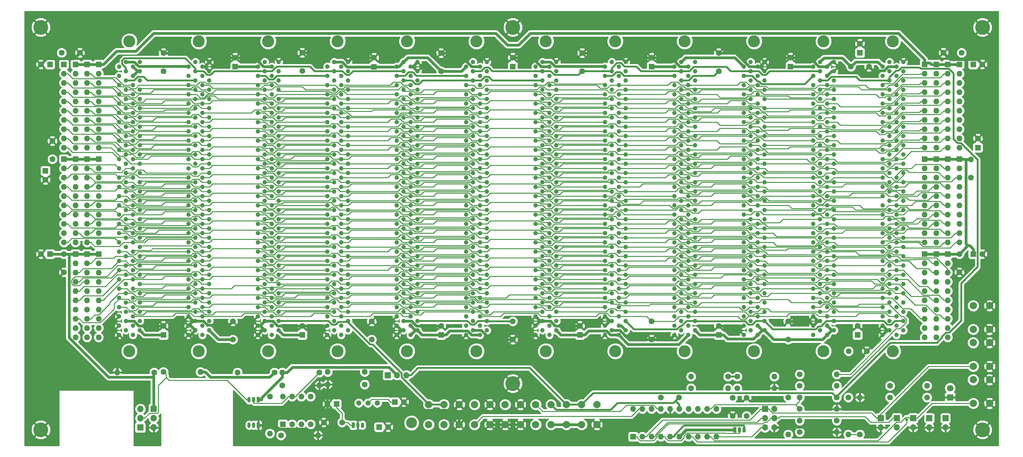
<source format=gbr>
G04 #@! TF.GenerationSoftware,KiCad,Pcbnew,(5.0.1)-3*
G04 #@! TF.CreationDate,2018-11-20T08:18:41-07:00*
G04 #@! TF.ProjectId,MiniSys-Backplane,4D696E695379732D4261636B706C616E,rev?*
G04 #@! TF.SameCoordinates,Original*
G04 #@! TF.FileFunction,Copper,L1,Top,Signal*
G04 #@! TF.FilePolarity,Positive*
%FSLAX46Y46*%
G04 Gerber Fmt 4.6, Leading zero omitted, Abs format (unit mm)*
G04 Created by KiCad (PCBNEW (5.0.1)-3) date 11/20/2018 8:18:41 AM*
%MOMM*%
%LPD*%
G01*
G04 APERTURE LIST*
G04 #@! TA.AperFunction,ComponentPad*
%ADD10C,1.600000*%
G04 #@! TD*
G04 #@! TA.AperFunction,ComponentPad*
%ADD11O,1.600000X1.600000*%
G04 #@! TD*
G04 #@! TA.AperFunction,ComponentPad*
%ADD12C,2.000000*%
G04 #@! TD*
G04 #@! TA.AperFunction,ComponentPad*
%ADD13R,1.600000X1.600000*%
G04 #@! TD*
G04 #@! TA.AperFunction,ComponentPad*
%ADD14O,1.700000X1.700000*%
G04 #@! TD*
G04 #@! TA.AperFunction,ComponentPad*
%ADD15R,1.700000X1.700000*%
G04 #@! TD*
G04 #@! TA.AperFunction,ComponentPad*
%ADD16R,0.900000X1.500000*%
G04 #@! TD*
G04 #@! TA.AperFunction,ComponentPad*
%ADD17O,0.900000X1.500000*%
G04 #@! TD*
G04 #@! TA.AperFunction,ComponentPad*
%ADD18C,1.219200*%
G04 #@! TD*
G04 #@! TA.AperFunction,ComponentPad*
%ADD19C,3.314700*%
G04 #@! TD*
G04 #@! TA.AperFunction,ComponentPad*
%ADD20C,4.064000*%
G04 #@! TD*
G04 #@! TA.AperFunction,ComponentPad*
%ADD21O,1.800000X1.800000*%
G04 #@! TD*
G04 #@! TA.AperFunction,ComponentPad*
%ADD22R,1.800000X1.800000*%
G04 #@! TD*
G04 #@! TA.AperFunction,ComponentPad*
%ADD23C,1.440000*%
G04 #@! TD*
G04 #@! TA.AperFunction,ComponentPad*
%ADD24C,1.800000*%
G04 #@! TD*
G04 #@! TA.AperFunction,ComponentPad*
%ADD25C,3.000000*%
G04 #@! TD*
G04 #@! TA.AperFunction,ViaPad*
%ADD26C,0.800000*%
G04 #@! TD*
G04 #@! TA.AperFunction,Conductor*
%ADD27C,0.500000*%
G04 #@! TD*
G04 #@! TA.AperFunction,Conductor*
%ADD28C,0.250000*%
G04 #@! TD*
G04 #@! TA.AperFunction,Conductor*
%ADD29C,0.750000*%
G04 #@! TD*
G04 #@! TA.AperFunction,Conductor*
%ADD30C,0.254000*%
G04 #@! TD*
G04 APERTURE END LIST*
D10*
G04 #@! TO.P,C1,2*
G04 #@! TO.N,GND*
X208915000Y-135255000D03*
G04 #@! TO.P,C1,1*
G04 #@! TO.N,/MBAT*
X208915000Y-130255000D03*
G04 #@! TD*
G04 #@! TO.P,R24,1*
G04 #@! TO.N,/MBAT*
X210185000Y-127635000D03*
D11*
G04 #@! TO.P,R24,2*
G04 #@! TO.N,GND*
X220345000Y-127635000D03*
G04 #@! TD*
G04 #@! TO.P,R23,2*
G04 #@! TO.N,/MBAT*
X207645000Y-127635000D03*
D10*
G04 #@! TO.P,R23,1*
G04 #@! TO.N,/VBAT*
X197485000Y-127635000D03*
G04 #@! TD*
G04 #@! TO.P,R16,1*
G04 #@! TO.N,/+5VSB*
X227330000Y-127000000D03*
D11*
G04 #@! TO.P,R16,2*
G04 #@! TO.N,/SCL*
X237490000Y-127000000D03*
G04 #@! TD*
G04 #@! TO.P,R15,2*
G04 #@! TO.N,/SDA*
X237490000Y-123825000D03*
D10*
G04 #@! TO.P,R15,1*
G04 #@! TO.N,/+5VSB*
X227330000Y-123825000D03*
G04 #@! TD*
D12*
G04 #@! TO.P,SW3,1*
G04 #@! TO.N,Net-(J23-Pad4)*
X274955000Y-105005000D03*
G04 #@! TO.P,SW3,2*
G04 #@! TO.N,GND*
X279455000Y-105005000D03*
G04 #@! TO.P,SW3,1*
G04 #@! TO.N,Net-(J23-Pad4)*
X274955000Y-111505000D03*
G04 #@! TO.P,SW3,2*
G04 #@! TO.N,GND*
X279455000Y-111505000D03*
G04 #@! TD*
D11*
G04 #@! TO.P,U1,20*
G04 #@! TO.N,/SDA*
X181610000Y-133350000D03*
G04 #@! TO.P,U1,10*
G04 #@! TO.N,Net-(J23-Pad5)*
X204470000Y-140970000D03*
G04 #@! TO.P,U1,19*
G04 #@! TO.N,/~PS_ON*
X184150000Y-133350000D03*
G04 #@! TO.P,U1,9*
G04 #@! TO.N,Net-(J14-Pad1)*
X201930000Y-140970000D03*
G04 #@! TO.P,U1,18*
G04 #@! TO.N,/SCL*
X186690000Y-133350000D03*
G04 #@! TO.P,U1,8*
G04 #@! TO.N,/~RESET*
X199390000Y-140970000D03*
G04 #@! TO.P,U1,17*
G04 #@! TO.N,/POK*
X189230000Y-133350000D03*
G04 #@! TO.P,U1,7*
G04 #@! TO.N,/~NMI*
X196850000Y-140970000D03*
G04 #@! TO.P,U1,16*
G04 #@! TO.N,GND*
X191770000Y-133350000D03*
G04 #@! TO.P,U1,6*
X194310000Y-140970000D03*
G04 #@! TO.P,U1,15*
G04 #@! TO.N,/+5VSB*
X194310000Y-133350000D03*
G04 #@! TO.P,U1,5*
X191770000Y-140970000D03*
G04 #@! TO.P,U1,14*
G04 #@! TO.N,/M3V3*
X196850000Y-133350000D03*
G04 #@! TO.P,U1,4*
G04 #@! TO.N,Net-(U1-Pad4)*
X189230000Y-140970000D03*
G04 #@! TO.P,U1,13*
G04 #@! TO.N,/M5*
X199390000Y-133350000D03*
G04 #@! TO.P,U1,3*
G04 #@! TO.N,Net-(J23-Pad3)*
X186690000Y-140970000D03*
G04 #@! TO.P,U1,12*
G04 #@! TO.N,/M12*
X201930000Y-133350000D03*
G04 #@! TO.P,U1,2*
G04 #@! TO.N,Net-(J15-Pad1)*
X184150000Y-140970000D03*
G04 #@! TO.P,U1,11*
G04 #@! TO.N,/MBAT*
X204470000Y-133350000D03*
D13*
G04 #@! TO.P,U1,1*
G04 #@! TO.N,Net-(J23-Pad4)*
X181610000Y-140970000D03*
G04 #@! TD*
D14*
G04 #@! TO.P,J25,2*
G04 #@! TO.N,GND*
X254000000Y-138430000D03*
D15*
G04 #@! TO.P,J25,1*
G04 #@! TO.N,Net-(J23-Pad4)*
X254000000Y-135890000D03*
G04 #@! TD*
D14*
G04 #@! TO.P,J24,2*
G04 #@! TO.N,GND*
X267335000Y-138430000D03*
D15*
G04 #@! TO.P,J24,1*
G04 #@! TO.N,/VBAT*
X267335000Y-135890000D03*
G04 #@! TD*
D16*
G04 #@! TO.P,U2,1*
G04 #@! TO.N,GND*
X209550000Y-139065000D03*
D17*
G04 #@! TO.P,U2,3*
G04 #@! TO.N,/+5VSB*
X212090000Y-139065000D03*
G04 #@! TO.P,U2,2*
G04 #@! TO.N,Net-(U1-Pad4)*
X210820000Y-139065000D03*
G04 #@! TD*
D18*
G04 #@! TO.P,J1,1*
G04 #@! TO.N,GND*
X46228000Y-38100000D03*
G04 #@! TO.P,J1,2*
X44323000Y-39370000D03*
G04 #@! TO.P,J1,3*
X46228000Y-40640000D03*
G04 #@! TO.P,J1,4*
X44323000Y-41910000D03*
G04 #@! TO.P,J1,5*
X46228000Y-43180000D03*
G04 #@! TO.P,J1,6*
G04 #@! TO.N,/S49*
X44323000Y-44450000D03*
G04 #@! TO.P,J1,7*
G04 #@! TO.N,/S50*
X46228000Y-45720000D03*
G04 #@! TO.P,J1,8*
G04 #@! TO.N,/S51*
X44323000Y-46990000D03*
G04 #@! TO.P,J1,9*
G04 #@! TO.N,/S48*
X46228000Y-48260000D03*
G04 #@! TO.P,J1,10*
G04 #@! TO.N,/S0*
X44323000Y-49530000D03*
G04 #@! TO.P,J1,11*
G04 #@! TO.N,/S1*
X46228000Y-50800000D03*
G04 #@! TO.P,J1,12*
G04 #@! TO.N,/S2*
X44323000Y-52070000D03*
G04 #@! TO.P,J1,13*
G04 #@! TO.N,/S3*
X46228000Y-53340000D03*
G04 #@! TO.P,J1,14*
G04 #@! TO.N,/S4*
X44323000Y-54610000D03*
G04 #@! TO.P,J1,15*
G04 #@! TO.N,/S5*
X46228000Y-55880000D03*
G04 #@! TO.P,J1,16*
G04 #@! TO.N,/S6*
X44323000Y-57150000D03*
G04 #@! TO.P,J1,17*
G04 #@! TO.N,/S7*
X46228000Y-58420000D03*
G04 #@! TO.P,J1,18*
G04 #@! TO.N,/S8*
X44323000Y-59690000D03*
G04 #@! TO.P,J1,19*
G04 #@! TO.N,/S9*
X46228000Y-60960000D03*
G04 #@! TO.P,J1,20*
G04 #@! TO.N,/S10*
X44323000Y-62230000D03*
G04 #@! TO.P,J1,21*
G04 #@! TO.N,/S11*
X46228000Y-63500000D03*
G04 #@! TO.P,J1,22*
G04 #@! TO.N,/S12*
X44323000Y-64770000D03*
G04 #@! TO.P,J1,23*
G04 #@! TO.N,/S13*
X46228000Y-66040000D03*
G04 #@! TO.P,J1,24*
G04 #@! TO.N,/S14*
X44323000Y-67310000D03*
G04 #@! TO.P,J1,25*
G04 #@! TO.N,/S15*
X46228000Y-68580000D03*
G04 #@! TO.P,J1,26*
G04 #@! TO.N,/S16*
X44323000Y-69850000D03*
G04 #@! TO.P,J1,27*
G04 #@! TO.N,/S17*
X46228000Y-71120000D03*
G04 #@! TO.P,J1,28*
G04 #@! TO.N,/S18*
X44323000Y-72390000D03*
G04 #@! TO.P,J1,29*
G04 #@! TO.N,/S19*
X46228000Y-73660000D03*
G04 #@! TO.P,J1,30*
G04 #@! TO.N,/S20*
X44323000Y-74930000D03*
G04 #@! TO.P,J1,31*
G04 #@! TO.N,/S21*
X46228000Y-76200000D03*
G04 #@! TO.P,J1,32*
G04 #@! TO.N,/S22*
X44323000Y-77470000D03*
G04 #@! TO.P,J1,33*
G04 #@! TO.N,/S23*
X46228000Y-78740000D03*
G04 #@! TO.P,J1,34*
G04 #@! TO.N,/S24*
X44323000Y-80010000D03*
G04 #@! TO.P,J1,35*
G04 #@! TO.N,/S25*
X46228000Y-81280000D03*
G04 #@! TO.P,J1,36*
G04 #@! TO.N,/S26*
X44323000Y-82550000D03*
G04 #@! TO.P,J1,37*
G04 #@! TO.N,/S27*
X46228000Y-83820000D03*
G04 #@! TO.P,J1,38*
G04 #@! TO.N,/S28*
X44323000Y-85090000D03*
G04 #@! TO.P,J1,39*
G04 #@! TO.N,/S29*
X46228000Y-86360000D03*
G04 #@! TO.P,J1,40*
G04 #@! TO.N,/S30*
X44323000Y-87630000D03*
G04 #@! TO.P,J1,41*
G04 #@! TO.N,/S31*
X46228000Y-88900000D03*
G04 #@! TO.P,J1,42*
G04 #@! TO.N,/S32*
X44323000Y-90170000D03*
G04 #@! TO.P,J1,43*
G04 #@! TO.N,/S33*
X46228000Y-91440000D03*
G04 #@! TO.P,J1,44*
G04 #@! TO.N,/S34*
X44323000Y-92710000D03*
G04 #@! TO.P,J1,45*
G04 #@! TO.N,/S35*
X46228000Y-93980000D03*
G04 #@! TO.P,J1,46*
G04 #@! TO.N,/S36*
X44323000Y-95250000D03*
G04 #@! TO.P,J1,47*
G04 #@! TO.N,/S37*
X46228000Y-96520000D03*
G04 #@! TO.P,J1,48*
G04 #@! TO.N,/S38*
X44323000Y-97790000D03*
G04 #@! TO.P,J1,49*
G04 #@! TO.N,/S39*
X46228000Y-99060000D03*
G04 #@! TO.P,J1,50*
G04 #@! TO.N,/S40*
X44323000Y-100330000D03*
G04 #@! TO.P,J1,51*
G04 #@! TO.N,/S41*
X46228000Y-101600000D03*
G04 #@! TO.P,J1,52*
G04 #@! TO.N,/S42*
X44323000Y-102870000D03*
G04 #@! TO.P,J1,53*
G04 #@! TO.N,/S43*
X46228000Y-104140000D03*
G04 #@! TO.P,J1,54*
G04 #@! TO.N,/S44*
X44323000Y-105410000D03*
G04 #@! TO.P,J1,55*
G04 #@! TO.N,/VBAT*
X46228000Y-106680000D03*
G04 #@! TO.P,J1,56*
G04 #@! TO.N,-12V*
X44323000Y-107950000D03*
G04 #@! TO.P,J1,57*
G04 #@! TO.N,/+3.3V*
X46228000Y-109220000D03*
G04 #@! TO.P,J1,58*
G04 #@! TO.N,+5V*
X44323000Y-110490000D03*
G04 #@! TO.P,J1,59*
X46228000Y-111760000D03*
G04 #@! TO.P,J1,60*
X44323000Y-113030000D03*
G04 #@! TO.P,J1,61*
X42418000Y-38100000D03*
G04 #@! TO.P,J1,62*
X40513000Y-39370000D03*
G04 #@! TO.P,J1,63*
G04 #@! TO.N,/+5VSB*
X42418000Y-40640000D03*
G04 #@! TO.P,J1,64*
G04 #@! TO.N,/+3.3V*
X40513000Y-41910000D03*
G04 #@! TO.P,J1,65*
G04 #@! TO.N,+12V*
X42418000Y-43180000D03*
G04 #@! TO.P,J1,66*
G04 #@! TO.N,/S52*
X40513000Y-44450000D03*
G04 #@! TO.P,J1,67*
G04 #@! TO.N,/S53*
X42418000Y-45720000D03*
G04 #@! TO.P,J1,68*
G04 #@! TO.N,/S54*
X40513000Y-46990000D03*
G04 #@! TO.P,J1,69*
G04 #@! TO.N,/S55*
X42418000Y-48260000D03*
G04 #@! TO.P,J1,70*
G04 #@! TO.N,/S56*
X40513000Y-49530000D03*
G04 #@! TO.P,J1,71*
G04 #@! TO.N,/S57*
X42418000Y-50800000D03*
G04 #@! TO.P,J1,72*
G04 #@! TO.N,/S58*
X40513000Y-52070000D03*
G04 #@! TO.P,J1,73*
G04 #@! TO.N,/S59*
X42418000Y-53340000D03*
G04 #@! TO.P,J1,74*
G04 #@! TO.N,/S60*
X40513000Y-54610000D03*
G04 #@! TO.P,J1,75*
G04 #@! TO.N,/S61*
X42418000Y-55880000D03*
G04 #@! TO.P,J1,76*
G04 #@! TO.N,/S62*
X40513000Y-57150000D03*
G04 #@! TO.P,J1,77*
G04 #@! TO.N,/S63*
X42418000Y-58420000D03*
G04 #@! TO.P,J1,78*
G04 #@! TO.N,/S64*
X40513000Y-59690000D03*
G04 #@! TO.P,J1,79*
G04 #@! TO.N,/S65*
X42418000Y-60960000D03*
G04 #@! TO.P,J1,80*
G04 #@! TO.N,/S66*
X40513000Y-62230000D03*
G04 #@! TO.P,J1,81*
G04 #@! TO.N,/S67*
X42418000Y-63500000D03*
G04 #@! TO.P,J1,82*
G04 #@! TO.N,/S68*
X40513000Y-64770000D03*
G04 #@! TO.P,J1,83*
G04 #@! TO.N,/S69*
X42418000Y-66040000D03*
G04 #@! TO.P,J1,84*
G04 #@! TO.N,/S70*
X40513000Y-67310000D03*
G04 #@! TO.P,J1,85*
G04 #@! TO.N,/S71*
X42418000Y-68580000D03*
G04 #@! TO.P,J1,86*
G04 #@! TO.N,/S72*
X40513000Y-69850000D03*
G04 #@! TO.P,J1,87*
G04 #@! TO.N,/S73*
X42418000Y-71120000D03*
G04 #@! TO.P,J1,88*
G04 #@! TO.N,/S74*
X40513000Y-72390000D03*
G04 #@! TO.P,J1,89*
G04 #@! TO.N,/S75*
X42418000Y-73660000D03*
G04 #@! TO.P,J1,90*
G04 #@! TO.N,/S76*
X40513000Y-74930000D03*
G04 #@! TO.P,J1,91*
G04 #@! TO.N,/S77*
X42418000Y-76200000D03*
G04 #@! TO.P,J1,92*
G04 #@! TO.N,/S78*
X40513000Y-77470000D03*
G04 #@! TO.P,J1,93*
G04 #@! TO.N,/S79*
X42418000Y-78740000D03*
G04 #@! TO.P,J1,94*
G04 #@! TO.N,/S80*
X40513000Y-80010000D03*
G04 #@! TO.P,J1,95*
G04 #@! TO.N,/S81*
X42418000Y-81280000D03*
G04 #@! TO.P,J1,96*
G04 #@! TO.N,/S82*
X40513000Y-82550000D03*
G04 #@! TO.P,J1,97*
G04 #@! TO.N,/S83*
X42418000Y-83820000D03*
G04 #@! TO.P,J1,98*
G04 #@! TO.N,/S84*
X40513000Y-85090000D03*
G04 #@! TO.P,J1,99*
G04 #@! TO.N,/~NMI*
X42418000Y-86360000D03*
G04 #@! TO.P,J1,100*
G04 #@! TO.N,/S86*
X40513000Y-87630000D03*
G04 #@! TO.P,J1,101*
G04 #@! TO.N,/S87*
X42418000Y-88900000D03*
G04 #@! TO.P,J1,102*
G04 #@! TO.N,/S88*
X40513000Y-90170000D03*
G04 #@! TO.P,J1,103*
G04 #@! TO.N,/S89*
X42418000Y-91440000D03*
G04 #@! TO.P,J1,104*
G04 #@! TO.N,/S90*
X40513000Y-92710000D03*
G04 #@! TO.P,J1,105*
G04 #@! TO.N,/S91*
X42418000Y-93980000D03*
G04 #@! TO.P,J1,106*
G04 #@! TO.N,/S92*
X40513000Y-95250000D03*
G04 #@! TO.P,J1,107*
G04 #@! TO.N,/S93*
X42418000Y-96520000D03*
G04 #@! TO.P,J1,108*
G04 #@! TO.N,/S94*
X40513000Y-97790000D03*
G04 #@! TO.P,J1,109*
G04 #@! TO.N,/S95*
X42418000Y-99060000D03*
G04 #@! TO.P,J1,110*
G04 #@! TO.N,/S96*
X40513000Y-100330000D03*
G04 #@! TO.P,J1,111*
G04 #@! TO.N,/S97*
X42418000Y-101600000D03*
G04 #@! TO.P,J1,112*
G04 #@! TO.N,/S98*
X40513000Y-102870000D03*
G04 #@! TO.P,J1,113*
G04 #@! TO.N,/SDA*
X42418000Y-104140000D03*
G04 #@! TO.P,J1,114*
G04 #@! TO.N,/SCL*
X40513000Y-105410000D03*
G04 #@! TO.P,J1,115*
G04 #@! TO.N,/~RESET*
X42418000Y-106680000D03*
G04 #@! TO.P,J1,116*
G04 #@! TO.N,GND*
X40513000Y-107950000D03*
G04 #@! TO.P,J1,117*
X42418000Y-109220000D03*
G04 #@! TO.P,J1,118*
X40513000Y-110490000D03*
G04 #@! TO.P,J1,119*
X42418000Y-111760000D03*
G04 #@! TO.P,J1,120*
X40513000Y-113030000D03*
D19*
G04 #@! TO.P,J1,121*
G04 #@! TO.N,N/C*
X43357800Y-117475000D03*
G04 #@! TO.P,J1,122*
X43357800Y-32385000D03*
G04 #@! TD*
D18*
G04 #@! TO.P,J2,1*
G04 #@! TO.N,GND*
X65278000Y-38100000D03*
G04 #@! TO.P,J2,2*
X63373000Y-39370000D03*
G04 #@! TO.P,J2,3*
X65278000Y-40640000D03*
G04 #@! TO.P,J2,4*
X63373000Y-41910000D03*
G04 #@! TO.P,J2,5*
X65278000Y-43180000D03*
G04 #@! TO.P,J2,6*
G04 #@! TO.N,/S49*
X63373000Y-44450000D03*
G04 #@! TO.P,J2,7*
G04 #@! TO.N,/S50*
X65278000Y-45720000D03*
G04 #@! TO.P,J2,8*
G04 #@! TO.N,/S51*
X63373000Y-46990000D03*
G04 #@! TO.P,J2,9*
G04 #@! TO.N,/S48*
X65278000Y-48260000D03*
G04 #@! TO.P,J2,10*
G04 #@! TO.N,/S0*
X63373000Y-49530000D03*
G04 #@! TO.P,J2,11*
G04 #@! TO.N,/S1*
X65278000Y-50800000D03*
G04 #@! TO.P,J2,12*
G04 #@! TO.N,/S2*
X63373000Y-52070000D03*
G04 #@! TO.P,J2,13*
G04 #@! TO.N,/S3*
X65278000Y-53340000D03*
G04 #@! TO.P,J2,14*
G04 #@! TO.N,/S4*
X63373000Y-54610000D03*
G04 #@! TO.P,J2,15*
G04 #@! TO.N,/S5*
X65278000Y-55880000D03*
G04 #@! TO.P,J2,16*
G04 #@! TO.N,/S6*
X63373000Y-57150000D03*
G04 #@! TO.P,J2,17*
G04 #@! TO.N,/S7*
X65278000Y-58420000D03*
G04 #@! TO.P,J2,18*
G04 #@! TO.N,/S8*
X63373000Y-59690000D03*
G04 #@! TO.P,J2,19*
G04 #@! TO.N,/S9*
X65278000Y-60960000D03*
G04 #@! TO.P,J2,20*
G04 #@! TO.N,/S10*
X63373000Y-62230000D03*
G04 #@! TO.P,J2,21*
G04 #@! TO.N,/S11*
X65278000Y-63500000D03*
G04 #@! TO.P,J2,22*
G04 #@! TO.N,/S12*
X63373000Y-64770000D03*
G04 #@! TO.P,J2,23*
G04 #@! TO.N,/S13*
X65278000Y-66040000D03*
G04 #@! TO.P,J2,24*
G04 #@! TO.N,/S14*
X63373000Y-67310000D03*
G04 #@! TO.P,J2,25*
G04 #@! TO.N,/S15*
X65278000Y-68580000D03*
G04 #@! TO.P,J2,26*
G04 #@! TO.N,/S16*
X63373000Y-69850000D03*
G04 #@! TO.P,J2,27*
G04 #@! TO.N,/S17*
X65278000Y-71120000D03*
G04 #@! TO.P,J2,28*
G04 #@! TO.N,/S18*
X63373000Y-72390000D03*
G04 #@! TO.P,J2,29*
G04 #@! TO.N,/S19*
X65278000Y-73660000D03*
G04 #@! TO.P,J2,30*
G04 #@! TO.N,/S20*
X63373000Y-74930000D03*
G04 #@! TO.P,J2,31*
G04 #@! TO.N,/S21*
X65278000Y-76200000D03*
G04 #@! TO.P,J2,32*
G04 #@! TO.N,/S22*
X63373000Y-77470000D03*
G04 #@! TO.P,J2,33*
G04 #@! TO.N,/S23*
X65278000Y-78740000D03*
G04 #@! TO.P,J2,34*
G04 #@! TO.N,/S24*
X63373000Y-80010000D03*
G04 #@! TO.P,J2,35*
G04 #@! TO.N,/S25*
X65278000Y-81280000D03*
G04 #@! TO.P,J2,36*
G04 #@! TO.N,/S26*
X63373000Y-82550000D03*
G04 #@! TO.P,J2,37*
G04 #@! TO.N,/S27*
X65278000Y-83820000D03*
G04 #@! TO.P,J2,38*
G04 #@! TO.N,/S28*
X63373000Y-85090000D03*
G04 #@! TO.P,J2,39*
G04 #@! TO.N,/S29*
X65278000Y-86360000D03*
G04 #@! TO.P,J2,40*
G04 #@! TO.N,/S30*
X63373000Y-87630000D03*
G04 #@! TO.P,J2,41*
G04 #@! TO.N,/S31*
X65278000Y-88900000D03*
G04 #@! TO.P,J2,42*
G04 #@! TO.N,/S32*
X63373000Y-90170000D03*
G04 #@! TO.P,J2,43*
G04 #@! TO.N,/S33*
X65278000Y-91440000D03*
G04 #@! TO.P,J2,44*
G04 #@! TO.N,/S34*
X63373000Y-92710000D03*
G04 #@! TO.P,J2,45*
G04 #@! TO.N,/S35*
X65278000Y-93980000D03*
G04 #@! TO.P,J2,46*
G04 #@! TO.N,/S36*
X63373000Y-95250000D03*
G04 #@! TO.P,J2,47*
G04 #@! TO.N,/S37*
X65278000Y-96520000D03*
G04 #@! TO.P,J2,48*
G04 #@! TO.N,/S38*
X63373000Y-97790000D03*
G04 #@! TO.P,J2,49*
G04 #@! TO.N,/S39*
X65278000Y-99060000D03*
G04 #@! TO.P,J2,50*
G04 #@! TO.N,/S40*
X63373000Y-100330000D03*
G04 #@! TO.P,J2,51*
G04 #@! TO.N,/S41*
X65278000Y-101600000D03*
G04 #@! TO.P,J2,52*
G04 #@! TO.N,/S42*
X63373000Y-102870000D03*
G04 #@! TO.P,J2,53*
G04 #@! TO.N,/S43*
X65278000Y-104140000D03*
G04 #@! TO.P,J2,54*
G04 #@! TO.N,/S44*
X63373000Y-105410000D03*
G04 #@! TO.P,J2,55*
G04 #@! TO.N,/VBAT*
X65278000Y-106680000D03*
G04 #@! TO.P,J2,56*
G04 #@! TO.N,-12V*
X63373000Y-107950000D03*
G04 #@! TO.P,J2,57*
G04 #@! TO.N,/+3.3V*
X65278000Y-109220000D03*
G04 #@! TO.P,J2,58*
G04 #@! TO.N,+5V*
X63373000Y-110490000D03*
G04 #@! TO.P,J2,59*
X65278000Y-111760000D03*
G04 #@! TO.P,J2,60*
X63373000Y-113030000D03*
G04 #@! TO.P,J2,61*
X61468000Y-38100000D03*
G04 #@! TO.P,J2,62*
X59563000Y-39370000D03*
G04 #@! TO.P,J2,63*
G04 #@! TO.N,/+5VSB*
X61468000Y-40640000D03*
G04 #@! TO.P,J2,64*
G04 #@! TO.N,/+3.3V*
X59563000Y-41910000D03*
G04 #@! TO.P,J2,65*
G04 #@! TO.N,+12V*
X61468000Y-43180000D03*
G04 #@! TO.P,J2,66*
G04 #@! TO.N,/S52*
X59563000Y-44450000D03*
G04 #@! TO.P,J2,67*
G04 #@! TO.N,/S53*
X61468000Y-45720000D03*
G04 #@! TO.P,J2,68*
G04 #@! TO.N,/S54*
X59563000Y-46990000D03*
G04 #@! TO.P,J2,69*
G04 #@! TO.N,/S55*
X61468000Y-48260000D03*
G04 #@! TO.P,J2,70*
G04 #@! TO.N,/S56*
X59563000Y-49530000D03*
G04 #@! TO.P,J2,71*
G04 #@! TO.N,/S57*
X61468000Y-50800000D03*
G04 #@! TO.P,J2,72*
G04 #@! TO.N,/S58*
X59563000Y-52070000D03*
G04 #@! TO.P,J2,73*
G04 #@! TO.N,/S59*
X61468000Y-53340000D03*
G04 #@! TO.P,J2,74*
G04 #@! TO.N,/S60*
X59563000Y-54610000D03*
G04 #@! TO.P,J2,75*
G04 #@! TO.N,/S61*
X61468000Y-55880000D03*
G04 #@! TO.P,J2,76*
G04 #@! TO.N,/S62*
X59563000Y-57150000D03*
G04 #@! TO.P,J2,77*
G04 #@! TO.N,/S63*
X61468000Y-58420000D03*
G04 #@! TO.P,J2,78*
G04 #@! TO.N,/S64*
X59563000Y-59690000D03*
G04 #@! TO.P,J2,79*
G04 #@! TO.N,/S65*
X61468000Y-60960000D03*
G04 #@! TO.P,J2,80*
G04 #@! TO.N,/S66*
X59563000Y-62230000D03*
G04 #@! TO.P,J2,81*
G04 #@! TO.N,/S67*
X61468000Y-63500000D03*
G04 #@! TO.P,J2,82*
G04 #@! TO.N,/S68*
X59563000Y-64770000D03*
G04 #@! TO.P,J2,83*
G04 #@! TO.N,/S69*
X61468000Y-66040000D03*
G04 #@! TO.P,J2,84*
G04 #@! TO.N,/S70*
X59563000Y-67310000D03*
G04 #@! TO.P,J2,85*
G04 #@! TO.N,/S71*
X61468000Y-68580000D03*
G04 #@! TO.P,J2,86*
G04 #@! TO.N,/S72*
X59563000Y-69850000D03*
G04 #@! TO.P,J2,87*
G04 #@! TO.N,/S73*
X61468000Y-71120000D03*
G04 #@! TO.P,J2,88*
G04 #@! TO.N,/S74*
X59563000Y-72390000D03*
G04 #@! TO.P,J2,89*
G04 #@! TO.N,/S75*
X61468000Y-73660000D03*
G04 #@! TO.P,J2,90*
G04 #@! TO.N,/S76*
X59563000Y-74930000D03*
G04 #@! TO.P,J2,91*
G04 #@! TO.N,/S77*
X61468000Y-76200000D03*
G04 #@! TO.P,J2,92*
G04 #@! TO.N,/S78*
X59563000Y-77470000D03*
G04 #@! TO.P,J2,93*
G04 #@! TO.N,/S79*
X61468000Y-78740000D03*
G04 #@! TO.P,J2,94*
G04 #@! TO.N,/S80*
X59563000Y-80010000D03*
G04 #@! TO.P,J2,95*
G04 #@! TO.N,/S81*
X61468000Y-81280000D03*
G04 #@! TO.P,J2,96*
G04 #@! TO.N,/S82*
X59563000Y-82550000D03*
G04 #@! TO.P,J2,97*
G04 #@! TO.N,/S83*
X61468000Y-83820000D03*
G04 #@! TO.P,J2,98*
G04 #@! TO.N,/S84*
X59563000Y-85090000D03*
G04 #@! TO.P,J2,99*
G04 #@! TO.N,/~NMI*
X61468000Y-86360000D03*
G04 #@! TO.P,J2,100*
G04 #@! TO.N,/S86*
X59563000Y-87630000D03*
G04 #@! TO.P,J2,101*
G04 #@! TO.N,/S87*
X61468000Y-88900000D03*
G04 #@! TO.P,J2,102*
G04 #@! TO.N,/S88*
X59563000Y-90170000D03*
G04 #@! TO.P,J2,103*
G04 #@! TO.N,/S89*
X61468000Y-91440000D03*
G04 #@! TO.P,J2,104*
G04 #@! TO.N,/S90*
X59563000Y-92710000D03*
G04 #@! TO.P,J2,105*
G04 #@! TO.N,/S91*
X61468000Y-93980000D03*
G04 #@! TO.P,J2,106*
G04 #@! TO.N,/S92*
X59563000Y-95250000D03*
G04 #@! TO.P,J2,107*
G04 #@! TO.N,/S93*
X61468000Y-96520000D03*
G04 #@! TO.P,J2,108*
G04 #@! TO.N,/S94*
X59563000Y-97790000D03*
G04 #@! TO.P,J2,109*
G04 #@! TO.N,/S95*
X61468000Y-99060000D03*
G04 #@! TO.P,J2,110*
G04 #@! TO.N,/S96*
X59563000Y-100330000D03*
G04 #@! TO.P,J2,111*
G04 #@! TO.N,/S97*
X61468000Y-101600000D03*
G04 #@! TO.P,J2,112*
G04 #@! TO.N,/S98*
X59563000Y-102870000D03*
G04 #@! TO.P,J2,113*
G04 #@! TO.N,/SDA*
X61468000Y-104140000D03*
G04 #@! TO.P,J2,114*
G04 #@! TO.N,/SCL*
X59563000Y-105410000D03*
G04 #@! TO.P,J2,115*
G04 #@! TO.N,/~RESET*
X61468000Y-106680000D03*
G04 #@! TO.P,J2,116*
G04 #@! TO.N,GND*
X59563000Y-107950000D03*
G04 #@! TO.P,J2,117*
X61468000Y-109220000D03*
G04 #@! TO.P,J2,118*
X59563000Y-110490000D03*
G04 #@! TO.P,J2,119*
X61468000Y-111760000D03*
G04 #@! TO.P,J2,120*
X59563000Y-113030000D03*
D19*
G04 #@! TO.P,J2,121*
G04 #@! TO.N,N/C*
X62407800Y-117475000D03*
G04 #@! TO.P,J2,122*
X62407800Y-32385000D03*
G04 #@! TD*
G04 #@! TO.P,J3,122*
G04 #@! TO.N,N/C*
X81457800Y-32385000D03*
G04 #@! TO.P,J3,121*
X81457800Y-117475000D03*
D18*
G04 #@! TO.P,J3,120*
G04 #@! TO.N,GND*
X78613000Y-113030000D03*
G04 #@! TO.P,J3,119*
X80518000Y-111760000D03*
G04 #@! TO.P,J3,118*
X78613000Y-110490000D03*
G04 #@! TO.P,J3,117*
X80518000Y-109220000D03*
G04 #@! TO.P,J3,116*
X78613000Y-107950000D03*
G04 #@! TO.P,J3,115*
G04 #@! TO.N,/~RESET*
X80518000Y-106680000D03*
G04 #@! TO.P,J3,114*
G04 #@! TO.N,/SCL*
X78613000Y-105410000D03*
G04 #@! TO.P,J3,113*
G04 #@! TO.N,/SDA*
X80518000Y-104140000D03*
G04 #@! TO.P,J3,112*
G04 #@! TO.N,/S98*
X78613000Y-102870000D03*
G04 #@! TO.P,J3,111*
G04 #@! TO.N,/S97*
X80518000Y-101600000D03*
G04 #@! TO.P,J3,110*
G04 #@! TO.N,/S96*
X78613000Y-100330000D03*
G04 #@! TO.P,J3,109*
G04 #@! TO.N,/S95*
X80518000Y-99060000D03*
G04 #@! TO.P,J3,108*
G04 #@! TO.N,/S94*
X78613000Y-97790000D03*
G04 #@! TO.P,J3,107*
G04 #@! TO.N,/S93*
X80518000Y-96520000D03*
G04 #@! TO.P,J3,106*
G04 #@! TO.N,/S92*
X78613000Y-95250000D03*
G04 #@! TO.P,J3,105*
G04 #@! TO.N,/S91*
X80518000Y-93980000D03*
G04 #@! TO.P,J3,104*
G04 #@! TO.N,/S90*
X78613000Y-92710000D03*
G04 #@! TO.P,J3,103*
G04 #@! TO.N,/S89*
X80518000Y-91440000D03*
G04 #@! TO.P,J3,102*
G04 #@! TO.N,/S88*
X78613000Y-90170000D03*
G04 #@! TO.P,J3,101*
G04 #@! TO.N,/S87*
X80518000Y-88900000D03*
G04 #@! TO.P,J3,100*
G04 #@! TO.N,/S86*
X78613000Y-87630000D03*
G04 #@! TO.P,J3,99*
G04 #@! TO.N,/~NMI*
X80518000Y-86360000D03*
G04 #@! TO.P,J3,98*
G04 #@! TO.N,/S84*
X78613000Y-85090000D03*
G04 #@! TO.P,J3,97*
G04 #@! TO.N,/S83*
X80518000Y-83820000D03*
G04 #@! TO.P,J3,96*
G04 #@! TO.N,/S82*
X78613000Y-82550000D03*
G04 #@! TO.P,J3,95*
G04 #@! TO.N,/S81*
X80518000Y-81280000D03*
G04 #@! TO.P,J3,94*
G04 #@! TO.N,/S80*
X78613000Y-80010000D03*
G04 #@! TO.P,J3,93*
G04 #@! TO.N,/S79*
X80518000Y-78740000D03*
G04 #@! TO.P,J3,92*
G04 #@! TO.N,/S78*
X78613000Y-77470000D03*
G04 #@! TO.P,J3,91*
G04 #@! TO.N,/S77*
X80518000Y-76200000D03*
G04 #@! TO.P,J3,90*
G04 #@! TO.N,/S76*
X78613000Y-74930000D03*
G04 #@! TO.P,J3,89*
G04 #@! TO.N,/S75*
X80518000Y-73660000D03*
G04 #@! TO.P,J3,88*
G04 #@! TO.N,/S74*
X78613000Y-72390000D03*
G04 #@! TO.P,J3,87*
G04 #@! TO.N,/S73*
X80518000Y-71120000D03*
G04 #@! TO.P,J3,86*
G04 #@! TO.N,/S72*
X78613000Y-69850000D03*
G04 #@! TO.P,J3,85*
G04 #@! TO.N,/S71*
X80518000Y-68580000D03*
G04 #@! TO.P,J3,84*
G04 #@! TO.N,/S70*
X78613000Y-67310000D03*
G04 #@! TO.P,J3,83*
G04 #@! TO.N,/S69*
X80518000Y-66040000D03*
G04 #@! TO.P,J3,82*
G04 #@! TO.N,/S68*
X78613000Y-64770000D03*
G04 #@! TO.P,J3,81*
G04 #@! TO.N,/S67*
X80518000Y-63500000D03*
G04 #@! TO.P,J3,80*
G04 #@! TO.N,/S66*
X78613000Y-62230000D03*
G04 #@! TO.P,J3,79*
G04 #@! TO.N,/S65*
X80518000Y-60960000D03*
G04 #@! TO.P,J3,78*
G04 #@! TO.N,/S64*
X78613000Y-59690000D03*
G04 #@! TO.P,J3,77*
G04 #@! TO.N,/S63*
X80518000Y-58420000D03*
G04 #@! TO.P,J3,76*
G04 #@! TO.N,/S62*
X78613000Y-57150000D03*
G04 #@! TO.P,J3,75*
G04 #@! TO.N,/S61*
X80518000Y-55880000D03*
G04 #@! TO.P,J3,74*
G04 #@! TO.N,/S60*
X78613000Y-54610000D03*
G04 #@! TO.P,J3,73*
G04 #@! TO.N,/S59*
X80518000Y-53340000D03*
G04 #@! TO.P,J3,72*
G04 #@! TO.N,/S58*
X78613000Y-52070000D03*
G04 #@! TO.P,J3,71*
G04 #@! TO.N,/S57*
X80518000Y-50800000D03*
G04 #@! TO.P,J3,70*
G04 #@! TO.N,/S56*
X78613000Y-49530000D03*
G04 #@! TO.P,J3,69*
G04 #@! TO.N,/S55*
X80518000Y-48260000D03*
G04 #@! TO.P,J3,68*
G04 #@! TO.N,/S54*
X78613000Y-46990000D03*
G04 #@! TO.P,J3,67*
G04 #@! TO.N,/S53*
X80518000Y-45720000D03*
G04 #@! TO.P,J3,66*
G04 #@! TO.N,/S52*
X78613000Y-44450000D03*
G04 #@! TO.P,J3,65*
G04 #@! TO.N,+12V*
X80518000Y-43180000D03*
G04 #@! TO.P,J3,64*
G04 #@! TO.N,/+3.3V*
X78613000Y-41910000D03*
G04 #@! TO.P,J3,63*
G04 #@! TO.N,/+5VSB*
X80518000Y-40640000D03*
G04 #@! TO.P,J3,62*
G04 #@! TO.N,+5V*
X78613000Y-39370000D03*
G04 #@! TO.P,J3,61*
X80518000Y-38100000D03*
G04 #@! TO.P,J3,60*
X82423000Y-113030000D03*
G04 #@! TO.P,J3,59*
X84328000Y-111760000D03*
G04 #@! TO.P,J3,58*
X82423000Y-110490000D03*
G04 #@! TO.P,J3,57*
G04 #@! TO.N,/+3.3V*
X84328000Y-109220000D03*
G04 #@! TO.P,J3,56*
G04 #@! TO.N,-12V*
X82423000Y-107950000D03*
G04 #@! TO.P,J3,55*
G04 #@! TO.N,/VBAT*
X84328000Y-106680000D03*
G04 #@! TO.P,J3,54*
G04 #@! TO.N,/S44*
X82423000Y-105410000D03*
G04 #@! TO.P,J3,53*
G04 #@! TO.N,/S43*
X84328000Y-104140000D03*
G04 #@! TO.P,J3,52*
G04 #@! TO.N,/S42*
X82423000Y-102870000D03*
G04 #@! TO.P,J3,51*
G04 #@! TO.N,/S41*
X84328000Y-101600000D03*
G04 #@! TO.P,J3,50*
G04 #@! TO.N,/S40*
X82423000Y-100330000D03*
G04 #@! TO.P,J3,49*
G04 #@! TO.N,/S39*
X84328000Y-99060000D03*
G04 #@! TO.P,J3,48*
G04 #@! TO.N,/S38*
X82423000Y-97790000D03*
G04 #@! TO.P,J3,47*
G04 #@! TO.N,/S37*
X84328000Y-96520000D03*
G04 #@! TO.P,J3,46*
G04 #@! TO.N,/S36*
X82423000Y-95250000D03*
G04 #@! TO.P,J3,45*
G04 #@! TO.N,/S35*
X84328000Y-93980000D03*
G04 #@! TO.P,J3,44*
G04 #@! TO.N,/S34*
X82423000Y-92710000D03*
G04 #@! TO.P,J3,43*
G04 #@! TO.N,/S33*
X84328000Y-91440000D03*
G04 #@! TO.P,J3,42*
G04 #@! TO.N,/S32*
X82423000Y-90170000D03*
G04 #@! TO.P,J3,41*
G04 #@! TO.N,/S31*
X84328000Y-88900000D03*
G04 #@! TO.P,J3,40*
G04 #@! TO.N,/S30*
X82423000Y-87630000D03*
G04 #@! TO.P,J3,39*
G04 #@! TO.N,/S29*
X84328000Y-86360000D03*
G04 #@! TO.P,J3,38*
G04 #@! TO.N,/S28*
X82423000Y-85090000D03*
G04 #@! TO.P,J3,37*
G04 #@! TO.N,/S27*
X84328000Y-83820000D03*
G04 #@! TO.P,J3,36*
G04 #@! TO.N,/S26*
X82423000Y-82550000D03*
G04 #@! TO.P,J3,35*
G04 #@! TO.N,/S25*
X84328000Y-81280000D03*
G04 #@! TO.P,J3,34*
G04 #@! TO.N,/S24*
X82423000Y-80010000D03*
G04 #@! TO.P,J3,33*
G04 #@! TO.N,/S23*
X84328000Y-78740000D03*
G04 #@! TO.P,J3,32*
G04 #@! TO.N,/S22*
X82423000Y-77470000D03*
G04 #@! TO.P,J3,31*
G04 #@! TO.N,/S21*
X84328000Y-76200000D03*
G04 #@! TO.P,J3,30*
G04 #@! TO.N,/S20*
X82423000Y-74930000D03*
G04 #@! TO.P,J3,29*
G04 #@! TO.N,/S19*
X84328000Y-73660000D03*
G04 #@! TO.P,J3,28*
G04 #@! TO.N,/S18*
X82423000Y-72390000D03*
G04 #@! TO.P,J3,27*
G04 #@! TO.N,/S17*
X84328000Y-71120000D03*
G04 #@! TO.P,J3,26*
G04 #@! TO.N,/S16*
X82423000Y-69850000D03*
G04 #@! TO.P,J3,25*
G04 #@! TO.N,/S15*
X84328000Y-68580000D03*
G04 #@! TO.P,J3,24*
G04 #@! TO.N,/S14*
X82423000Y-67310000D03*
G04 #@! TO.P,J3,23*
G04 #@! TO.N,/S13*
X84328000Y-66040000D03*
G04 #@! TO.P,J3,22*
G04 #@! TO.N,/S12*
X82423000Y-64770000D03*
G04 #@! TO.P,J3,21*
G04 #@! TO.N,/S11*
X84328000Y-63500000D03*
G04 #@! TO.P,J3,20*
G04 #@! TO.N,/S10*
X82423000Y-62230000D03*
G04 #@! TO.P,J3,19*
G04 #@! TO.N,/S9*
X84328000Y-60960000D03*
G04 #@! TO.P,J3,18*
G04 #@! TO.N,/S8*
X82423000Y-59690000D03*
G04 #@! TO.P,J3,17*
G04 #@! TO.N,/S7*
X84328000Y-58420000D03*
G04 #@! TO.P,J3,16*
G04 #@! TO.N,/S6*
X82423000Y-57150000D03*
G04 #@! TO.P,J3,15*
G04 #@! TO.N,/S5*
X84328000Y-55880000D03*
G04 #@! TO.P,J3,14*
G04 #@! TO.N,/S4*
X82423000Y-54610000D03*
G04 #@! TO.P,J3,13*
G04 #@! TO.N,/S3*
X84328000Y-53340000D03*
G04 #@! TO.P,J3,12*
G04 #@! TO.N,/S2*
X82423000Y-52070000D03*
G04 #@! TO.P,J3,11*
G04 #@! TO.N,/S1*
X84328000Y-50800000D03*
G04 #@! TO.P,J3,10*
G04 #@! TO.N,/S0*
X82423000Y-49530000D03*
G04 #@! TO.P,J3,9*
G04 #@! TO.N,/S48*
X84328000Y-48260000D03*
G04 #@! TO.P,J3,8*
G04 #@! TO.N,/S51*
X82423000Y-46990000D03*
G04 #@! TO.P,J3,7*
G04 #@! TO.N,/S50*
X84328000Y-45720000D03*
G04 #@! TO.P,J3,6*
G04 #@! TO.N,/S49*
X82423000Y-44450000D03*
G04 #@! TO.P,J3,5*
G04 #@! TO.N,GND*
X84328000Y-43180000D03*
G04 #@! TO.P,J3,4*
X82423000Y-41910000D03*
G04 #@! TO.P,J3,3*
X84328000Y-40640000D03*
G04 #@! TO.P,J3,2*
X82423000Y-39370000D03*
G04 #@! TO.P,J3,1*
X84328000Y-38100000D03*
G04 #@! TD*
D19*
G04 #@! TO.P,J4,122*
G04 #@! TO.N,N/C*
X100507800Y-32385000D03*
G04 #@! TO.P,J4,121*
X100507800Y-117475000D03*
D18*
G04 #@! TO.P,J4,120*
G04 #@! TO.N,GND*
X97663000Y-113030000D03*
G04 #@! TO.P,J4,119*
X99568000Y-111760000D03*
G04 #@! TO.P,J4,118*
X97663000Y-110490000D03*
G04 #@! TO.P,J4,117*
X99568000Y-109220000D03*
G04 #@! TO.P,J4,116*
X97663000Y-107950000D03*
G04 #@! TO.P,J4,115*
G04 #@! TO.N,/~RESET*
X99568000Y-106680000D03*
G04 #@! TO.P,J4,114*
G04 #@! TO.N,/SCL*
X97663000Y-105410000D03*
G04 #@! TO.P,J4,113*
G04 #@! TO.N,/SDA*
X99568000Y-104140000D03*
G04 #@! TO.P,J4,112*
G04 #@! TO.N,/S98*
X97663000Y-102870000D03*
G04 #@! TO.P,J4,111*
G04 #@! TO.N,/S97*
X99568000Y-101600000D03*
G04 #@! TO.P,J4,110*
G04 #@! TO.N,/S96*
X97663000Y-100330000D03*
G04 #@! TO.P,J4,109*
G04 #@! TO.N,/S95*
X99568000Y-99060000D03*
G04 #@! TO.P,J4,108*
G04 #@! TO.N,/S94*
X97663000Y-97790000D03*
G04 #@! TO.P,J4,107*
G04 #@! TO.N,/S93*
X99568000Y-96520000D03*
G04 #@! TO.P,J4,106*
G04 #@! TO.N,/S92*
X97663000Y-95250000D03*
G04 #@! TO.P,J4,105*
G04 #@! TO.N,/S91*
X99568000Y-93980000D03*
G04 #@! TO.P,J4,104*
G04 #@! TO.N,/S90*
X97663000Y-92710000D03*
G04 #@! TO.P,J4,103*
G04 #@! TO.N,/S89*
X99568000Y-91440000D03*
G04 #@! TO.P,J4,102*
G04 #@! TO.N,/S88*
X97663000Y-90170000D03*
G04 #@! TO.P,J4,101*
G04 #@! TO.N,/S87*
X99568000Y-88900000D03*
G04 #@! TO.P,J4,100*
G04 #@! TO.N,/S86*
X97663000Y-87630000D03*
G04 #@! TO.P,J4,99*
G04 #@! TO.N,/~NMI*
X99568000Y-86360000D03*
G04 #@! TO.P,J4,98*
G04 #@! TO.N,/S84*
X97663000Y-85090000D03*
G04 #@! TO.P,J4,97*
G04 #@! TO.N,/S83*
X99568000Y-83820000D03*
G04 #@! TO.P,J4,96*
G04 #@! TO.N,/S82*
X97663000Y-82550000D03*
G04 #@! TO.P,J4,95*
G04 #@! TO.N,/S81*
X99568000Y-81280000D03*
G04 #@! TO.P,J4,94*
G04 #@! TO.N,/S80*
X97663000Y-80010000D03*
G04 #@! TO.P,J4,93*
G04 #@! TO.N,/S79*
X99568000Y-78740000D03*
G04 #@! TO.P,J4,92*
G04 #@! TO.N,/S78*
X97663000Y-77470000D03*
G04 #@! TO.P,J4,91*
G04 #@! TO.N,/S77*
X99568000Y-76200000D03*
G04 #@! TO.P,J4,90*
G04 #@! TO.N,/S76*
X97663000Y-74930000D03*
G04 #@! TO.P,J4,89*
G04 #@! TO.N,/S75*
X99568000Y-73660000D03*
G04 #@! TO.P,J4,88*
G04 #@! TO.N,/S74*
X97663000Y-72390000D03*
G04 #@! TO.P,J4,87*
G04 #@! TO.N,/S73*
X99568000Y-71120000D03*
G04 #@! TO.P,J4,86*
G04 #@! TO.N,/S72*
X97663000Y-69850000D03*
G04 #@! TO.P,J4,85*
G04 #@! TO.N,/S71*
X99568000Y-68580000D03*
G04 #@! TO.P,J4,84*
G04 #@! TO.N,/S70*
X97663000Y-67310000D03*
G04 #@! TO.P,J4,83*
G04 #@! TO.N,/S69*
X99568000Y-66040000D03*
G04 #@! TO.P,J4,82*
G04 #@! TO.N,/S68*
X97663000Y-64770000D03*
G04 #@! TO.P,J4,81*
G04 #@! TO.N,/S67*
X99568000Y-63500000D03*
G04 #@! TO.P,J4,80*
G04 #@! TO.N,/S66*
X97663000Y-62230000D03*
G04 #@! TO.P,J4,79*
G04 #@! TO.N,/S65*
X99568000Y-60960000D03*
G04 #@! TO.P,J4,78*
G04 #@! TO.N,/S64*
X97663000Y-59690000D03*
G04 #@! TO.P,J4,77*
G04 #@! TO.N,/S63*
X99568000Y-58420000D03*
G04 #@! TO.P,J4,76*
G04 #@! TO.N,/S62*
X97663000Y-57150000D03*
G04 #@! TO.P,J4,75*
G04 #@! TO.N,/S61*
X99568000Y-55880000D03*
G04 #@! TO.P,J4,74*
G04 #@! TO.N,/S60*
X97663000Y-54610000D03*
G04 #@! TO.P,J4,73*
G04 #@! TO.N,/S59*
X99568000Y-53340000D03*
G04 #@! TO.P,J4,72*
G04 #@! TO.N,/S58*
X97663000Y-52070000D03*
G04 #@! TO.P,J4,71*
G04 #@! TO.N,/S57*
X99568000Y-50800000D03*
G04 #@! TO.P,J4,70*
G04 #@! TO.N,/S56*
X97663000Y-49530000D03*
G04 #@! TO.P,J4,69*
G04 #@! TO.N,/S55*
X99568000Y-48260000D03*
G04 #@! TO.P,J4,68*
G04 #@! TO.N,/S54*
X97663000Y-46990000D03*
G04 #@! TO.P,J4,67*
G04 #@! TO.N,/S53*
X99568000Y-45720000D03*
G04 #@! TO.P,J4,66*
G04 #@! TO.N,/S52*
X97663000Y-44450000D03*
G04 #@! TO.P,J4,65*
G04 #@! TO.N,+12V*
X99568000Y-43180000D03*
G04 #@! TO.P,J4,64*
G04 #@! TO.N,/+3.3V*
X97663000Y-41910000D03*
G04 #@! TO.P,J4,63*
G04 #@! TO.N,/+5VSB*
X99568000Y-40640000D03*
G04 #@! TO.P,J4,62*
G04 #@! TO.N,+5V*
X97663000Y-39370000D03*
G04 #@! TO.P,J4,61*
X99568000Y-38100000D03*
G04 #@! TO.P,J4,60*
X101473000Y-113030000D03*
G04 #@! TO.P,J4,59*
X103378000Y-111760000D03*
G04 #@! TO.P,J4,58*
X101473000Y-110490000D03*
G04 #@! TO.P,J4,57*
G04 #@! TO.N,/+3.3V*
X103378000Y-109220000D03*
G04 #@! TO.P,J4,56*
G04 #@! TO.N,-12V*
X101473000Y-107950000D03*
G04 #@! TO.P,J4,55*
G04 #@! TO.N,/VBAT*
X103378000Y-106680000D03*
G04 #@! TO.P,J4,54*
G04 #@! TO.N,/S44*
X101473000Y-105410000D03*
G04 #@! TO.P,J4,53*
G04 #@! TO.N,/S43*
X103378000Y-104140000D03*
G04 #@! TO.P,J4,52*
G04 #@! TO.N,/S42*
X101473000Y-102870000D03*
G04 #@! TO.P,J4,51*
G04 #@! TO.N,/S41*
X103378000Y-101600000D03*
G04 #@! TO.P,J4,50*
G04 #@! TO.N,/S40*
X101473000Y-100330000D03*
G04 #@! TO.P,J4,49*
G04 #@! TO.N,/S39*
X103378000Y-99060000D03*
G04 #@! TO.P,J4,48*
G04 #@! TO.N,/S38*
X101473000Y-97790000D03*
G04 #@! TO.P,J4,47*
G04 #@! TO.N,/S37*
X103378000Y-96520000D03*
G04 #@! TO.P,J4,46*
G04 #@! TO.N,/S36*
X101473000Y-95250000D03*
G04 #@! TO.P,J4,45*
G04 #@! TO.N,/S35*
X103378000Y-93980000D03*
G04 #@! TO.P,J4,44*
G04 #@! TO.N,/S34*
X101473000Y-92710000D03*
G04 #@! TO.P,J4,43*
G04 #@! TO.N,/S33*
X103378000Y-91440000D03*
G04 #@! TO.P,J4,42*
G04 #@! TO.N,/S32*
X101473000Y-90170000D03*
G04 #@! TO.P,J4,41*
G04 #@! TO.N,/S31*
X103378000Y-88900000D03*
G04 #@! TO.P,J4,40*
G04 #@! TO.N,/S30*
X101473000Y-87630000D03*
G04 #@! TO.P,J4,39*
G04 #@! TO.N,/S29*
X103378000Y-86360000D03*
G04 #@! TO.P,J4,38*
G04 #@! TO.N,/S28*
X101473000Y-85090000D03*
G04 #@! TO.P,J4,37*
G04 #@! TO.N,/S27*
X103378000Y-83820000D03*
G04 #@! TO.P,J4,36*
G04 #@! TO.N,/S26*
X101473000Y-82550000D03*
G04 #@! TO.P,J4,35*
G04 #@! TO.N,/S25*
X103378000Y-81280000D03*
G04 #@! TO.P,J4,34*
G04 #@! TO.N,/S24*
X101473000Y-80010000D03*
G04 #@! TO.P,J4,33*
G04 #@! TO.N,/S23*
X103378000Y-78740000D03*
G04 #@! TO.P,J4,32*
G04 #@! TO.N,/S22*
X101473000Y-77470000D03*
G04 #@! TO.P,J4,31*
G04 #@! TO.N,/S21*
X103378000Y-76200000D03*
G04 #@! TO.P,J4,30*
G04 #@! TO.N,/S20*
X101473000Y-74930000D03*
G04 #@! TO.P,J4,29*
G04 #@! TO.N,/S19*
X103378000Y-73660000D03*
G04 #@! TO.P,J4,28*
G04 #@! TO.N,/S18*
X101473000Y-72390000D03*
G04 #@! TO.P,J4,27*
G04 #@! TO.N,/S17*
X103378000Y-71120000D03*
G04 #@! TO.P,J4,26*
G04 #@! TO.N,/S16*
X101473000Y-69850000D03*
G04 #@! TO.P,J4,25*
G04 #@! TO.N,/S15*
X103378000Y-68580000D03*
G04 #@! TO.P,J4,24*
G04 #@! TO.N,/S14*
X101473000Y-67310000D03*
G04 #@! TO.P,J4,23*
G04 #@! TO.N,/S13*
X103378000Y-66040000D03*
G04 #@! TO.P,J4,22*
G04 #@! TO.N,/S12*
X101473000Y-64770000D03*
G04 #@! TO.P,J4,21*
G04 #@! TO.N,/S11*
X103378000Y-63500000D03*
G04 #@! TO.P,J4,20*
G04 #@! TO.N,/S10*
X101473000Y-62230000D03*
G04 #@! TO.P,J4,19*
G04 #@! TO.N,/S9*
X103378000Y-60960000D03*
G04 #@! TO.P,J4,18*
G04 #@! TO.N,/S8*
X101473000Y-59690000D03*
G04 #@! TO.P,J4,17*
G04 #@! TO.N,/S7*
X103378000Y-58420000D03*
G04 #@! TO.P,J4,16*
G04 #@! TO.N,/S6*
X101473000Y-57150000D03*
G04 #@! TO.P,J4,15*
G04 #@! TO.N,/S5*
X103378000Y-55880000D03*
G04 #@! TO.P,J4,14*
G04 #@! TO.N,/S4*
X101473000Y-54610000D03*
G04 #@! TO.P,J4,13*
G04 #@! TO.N,/S3*
X103378000Y-53340000D03*
G04 #@! TO.P,J4,12*
G04 #@! TO.N,/S2*
X101473000Y-52070000D03*
G04 #@! TO.P,J4,11*
G04 #@! TO.N,/S1*
X103378000Y-50800000D03*
G04 #@! TO.P,J4,10*
G04 #@! TO.N,/S0*
X101473000Y-49530000D03*
G04 #@! TO.P,J4,9*
G04 #@! TO.N,/S48*
X103378000Y-48260000D03*
G04 #@! TO.P,J4,8*
G04 #@! TO.N,/S51*
X101473000Y-46990000D03*
G04 #@! TO.P,J4,7*
G04 #@! TO.N,/S50*
X103378000Y-45720000D03*
G04 #@! TO.P,J4,6*
G04 #@! TO.N,/S49*
X101473000Y-44450000D03*
G04 #@! TO.P,J4,5*
G04 #@! TO.N,GND*
X103378000Y-43180000D03*
G04 #@! TO.P,J4,4*
X101473000Y-41910000D03*
G04 #@! TO.P,J4,3*
X103378000Y-40640000D03*
G04 #@! TO.P,J4,2*
X101473000Y-39370000D03*
G04 #@! TO.P,J4,1*
X103378000Y-38100000D03*
G04 #@! TD*
G04 #@! TO.P,J5,1*
G04 #@! TO.N,GND*
X122428000Y-38100000D03*
G04 #@! TO.P,J5,2*
X120523000Y-39370000D03*
G04 #@! TO.P,J5,3*
X122428000Y-40640000D03*
G04 #@! TO.P,J5,4*
X120523000Y-41910000D03*
G04 #@! TO.P,J5,5*
X122428000Y-43180000D03*
G04 #@! TO.P,J5,6*
G04 #@! TO.N,/S49*
X120523000Y-44450000D03*
G04 #@! TO.P,J5,7*
G04 #@! TO.N,/S50*
X122428000Y-45720000D03*
G04 #@! TO.P,J5,8*
G04 #@! TO.N,/S51*
X120523000Y-46990000D03*
G04 #@! TO.P,J5,9*
G04 #@! TO.N,/S48*
X122428000Y-48260000D03*
G04 #@! TO.P,J5,10*
G04 #@! TO.N,/S0*
X120523000Y-49530000D03*
G04 #@! TO.P,J5,11*
G04 #@! TO.N,/S1*
X122428000Y-50800000D03*
G04 #@! TO.P,J5,12*
G04 #@! TO.N,/S2*
X120523000Y-52070000D03*
G04 #@! TO.P,J5,13*
G04 #@! TO.N,/S3*
X122428000Y-53340000D03*
G04 #@! TO.P,J5,14*
G04 #@! TO.N,/S4*
X120523000Y-54610000D03*
G04 #@! TO.P,J5,15*
G04 #@! TO.N,/S5*
X122428000Y-55880000D03*
G04 #@! TO.P,J5,16*
G04 #@! TO.N,/S6*
X120523000Y-57150000D03*
G04 #@! TO.P,J5,17*
G04 #@! TO.N,/S7*
X122428000Y-58420000D03*
G04 #@! TO.P,J5,18*
G04 #@! TO.N,/S8*
X120523000Y-59690000D03*
G04 #@! TO.P,J5,19*
G04 #@! TO.N,/S9*
X122428000Y-60960000D03*
G04 #@! TO.P,J5,20*
G04 #@! TO.N,/S10*
X120523000Y-62230000D03*
G04 #@! TO.P,J5,21*
G04 #@! TO.N,/S11*
X122428000Y-63500000D03*
G04 #@! TO.P,J5,22*
G04 #@! TO.N,/S12*
X120523000Y-64770000D03*
G04 #@! TO.P,J5,23*
G04 #@! TO.N,/S13*
X122428000Y-66040000D03*
G04 #@! TO.P,J5,24*
G04 #@! TO.N,/S14*
X120523000Y-67310000D03*
G04 #@! TO.P,J5,25*
G04 #@! TO.N,/S15*
X122428000Y-68580000D03*
G04 #@! TO.P,J5,26*
G04 #@! TO.N,/S16*
X120523000Y-69850000D03*
G04 #@! TO.P,J5,27*
G04 #@! TO.N,/S17*
X122428000Y-71120000D03*
G04 #@! TO.P,J5,28*
G04 #@! TO.N,/S18*
X120523000Y-72390000D03*
G04 #@! TO.P,J5,29*
G04 #@! TO.N,/S19*
X122428000Y-73660000D03*
G04 #@! TO.P,J5,30*
G04 #@! TO.N,/S20*
X120523000Y-74930000D03*
G04 #@! TO.P,J5,31*
G04 #@! TO.N,/S21*
X122428000Y-76200000D03*
G04 #@! TO.P,J5,32*
G04 #@! TO.N,/S22*
X120523000Y-77470000D03*
G04 #@! TO.P,J5,33*
G04 #@! TO.N,/S23*
X122428000Y-78740000D03*
G04 #@! TO.P,J5,34*
G04 #@! TO.N,/S24*
X120523000Y-80010000D03*
G04 #@! TO.P,J5,35*
G04 #@! TO.N,/S25*
X122428000Y-81280000D03*
G04 #@! TO.P,J5,36*
G04 #@! TO.N,/S26*
X120523000Y-82550000D03*
G04 #@! TO.P,J5,37*
G04 #@! TO.N,/S27*
X122428000Y-83820000D03*
G04 #@! TO.P,J5,38*
G04 #@! TO.N,/S28*
X120523000Y-85090000D03*
G04 #@! TO.P,J5,39*
G04 #@! TO.N,/S29*
X122428000Y-86360000D03*
G04 #@! TO.P,J5,40*
G04 #@! TO.N,/S30*
X120523000Y-87630000D03*
G04 #@! TO.P,J5,41*
G04 #@! TO.N,/S31*
X122428000Y-88900000D03*
G04 #@! TO.P,J5,42*
G04 #@! TO.N,/S32*
X120523000Y-90170000D03*
G04 #@! TO.P,J5,43*
G04 #@! TO.N,/S33*
X122428000Y-91440000D03*
G04 #@! TO.P,J5,44*
G04 #@! TO.N,/S34*
X120523000Y-92710000D03*
G04 #@! TO.P,J5,45*
G04 #@! TO.N,/S35*
X122428000Y-93980000D03*
G04 #@! TO.P,J5,46*
G04 #@! TO.N,/S36*
X120523000Y-95250000D03*
G04 #@! TO.P,J5,47*
G04 #@! TO.N,/S37*
X122428000Y-96520000D03*
G04 #@! TO.P,J5,48*
G04 #@! TO.N,/S38*
X120523000Y-97790000D03*
G04 #@! TO.P,J5,49*
G04 #@! TO.N,/S39*
X122428000Y-99060000D03*
G04 #@! TO.P,J5,50*
G04 #@! TO.N,/S40*
X120523000Y-100330000D03*
G04 #@! TO.P,J5,51*
G04 #@! TO.N,/S41*
X122428000Y-101600000D03*
G04 #@! TO.P,J5,52*
G04 #@! TO.N,/S42*
X120523000Y-102870000D03*
G04 #@! TO.P,J5,53*
G04 #@! TO.N,/S43*
X122428000Y-104140000D03*
G04 #@! TO.P,J5,54*
G04 #@! TO.N,/S44*
X120523000Y-105410000D03*
G04 #@! TO.P,J5,55*
G04 #@! TO.N,/VBAT*
X122428000Y-106680000D03*
G04 #@! TO.P,J5,56*
G04 #@! TO.N,-12V*
X120523000Y-107950000D03*
G04 #@! TO.P,J5,57*
G04 #@! TO.N,/+3.3V*
X122428000Y-109220000D03*
G04 #@! TO.P,J5,58*
G04 #@! TO.N,+5V*
X120523000Y-110490000D03*
G04 #@! TO.P,J5,59*
X122428000Y-111760000D03*
G04 #@! TO.P,J5,60*
X120523000Y-113030000D03*
G04 #@! TO.P,J5,61*
X118618000Y-38100000D03*
G04 #@! TO.P,J5,62*
X116713000Y-39370000D03*
G04 #@! TO.P,J5,63*
G04 #@! TO.N,/+5VSB*
X118618000Y-40640000D03*
G04 #@! TO.P,J5,64*
G04 #@! TO.N,/+3.3V*
X116713000Y-41910000D03*
G04 #@! TO.P,J5,65*
G04 #@! TO.N,+12V*
X118618000Y-43180000D03*
G04 #@! TO.P,J5,66*
G04 #@! TO.N,/S52*
X116713000Y-44450000D03*
G04 #@! TO.P,J5,67*
G04 #@! TO.N,/S53*
X118618000Y-45720000D03*
G04 #@! TO.P,J5,68*
G04 #@! TO.N,/S54*
X116713000Y-46990000D03*
G04 #@! TO.P,J5,69*
G04 #@! TO.N,/S55*
X118618000Y-48260000D03*
G04 #@! TO.P,J5,70*
G04 #@! TO.N,/S56*
X116713000Y-49530000D03*
G04 #@! TO.P,J5,71*
G04 #@! TO.N,/S57*
X118618000Y-50800000D03*
G04 #@! TO.P,J5,72*
G04 #@! TO.N,/S58*
X116713000Y-52070000D03*
G04 #@! TO.P,J5,73*
G04 #@! TO.N,/S59*
X118618000Y-53340000D03*
G04 #@! TO.P,J5,74*
G04 #@! TO.N,/S60*
X116713000Y-54610000D03*
G04 #@! TO.P,J5,75*
G04 #@! TO.N,/S61*
X118618000Y-55880000D03*
G04 #@! TO.P,J5,76*
G04 #@! TO.N,/S62*
X116713000Y-57150000D03*
G04 #@! TO.P,J5,77*
G04 #@! TO.N,/S63*
X118618000Y-58420000D03*
G04 #@! TO.P,J5,78*
G04 #@! TO.N,/S64*
X116713000Y-59690000D03*
G04 #@! TO.P,J5,79*
G04 #@! TO.N,/S65*
X118618000Y-60960000D03*
G04 #@! TO.P,J5,80*
G04 #@! TO.N,/S66*
X116713000Y-62230000D03*
G04 #@! TO.P,J5,81*
G04 #@! TO.N,/S67*
X118618000Y-63500000D03*
G04 #@! TO.P,J5,82*
G04 #@! TO.N,/S68*
X116713000Y-64770000D03*
G04 #@! TO.P,J5,83*
G04 #@! TO.N,/S69*
X118618000Y-66040000D03*
G04 #@! TO.P,J5,84*
G04 #@! TO.N,/S70*
X116713000Y-67310000D03*
G04 #@! TO.P,J5,85*
G04 #@! TO.N,/S71*
X118618000Y-68580000D03*
G04 #@! TO.P,J5,86*
G04 #@! TO.N,/S72*
X116713000Y-69850000D03*
G04 #@! TO.P,J5,87*
G04 #@! TO.N,/S73*
X118618000Y-71120000D03*
G04 #@! TO.P,J5,88*
G04 #@! TO.N,/S74*
X116713000Y-72390000D03*
G04 #@! TO.P,J5,89*
G04 #@! TO.N,/S75*
X118618000Y-73660000D03*
G04 #@! TO.P,J5,90*
G04 #@! TO.N,/S76*
X116713000Y-74930000D03*
G04 #@! TO.P,J5,91*
G04 #@! TO.N,/S77*
X118618000Y-76200000D03*
G04 #@! TO.P,J5,92*
G04 #@! TO.N,/S78*
X116713000Y-77470000D03*
G04 #@! TO.P,J5,93*
G04 #@! TO.N,/S79*
X118618000Y-78740000D03*
G04 #@! TO.P,J5,94*
G04 #@! TO.N,/S80*
X116713000Y-80010000D03*
G04 #@! TO.P,J5,95*
G04 #@! TO.N,/S81*
X118618000Y-81280000D03*
G04 #@! TO.P,J5,96*
G04 #@! TO.N,/S82*
X116713000Y-82550000D03*
G04 #@! TO.P,J5,97*
G04 #@! TO.N,/S83*
X118618000Y-83820000D03*
G04 #@! TO.P,J5,98*
G04 #@! TO.N,/S84*
X116713000Y-85090000D03*
G04 #@! TO.P,J5,99*
G04 #@! TO.N,/~NMI*
X118618000Y-86360000D03*
G04 #@! TO.P,J5,100*
G04 #@! TO.N,/S86*
X116713000Y-87630000D03*
G04 #@! TO.P,J5,101*
G04 #@! TO.N,/S87*
X118618000Y-88900000D03*
G04 #@! TO.P,J5,102*
G04 #@! TO.N,/S88*
X116713000Y-90170000D03*
G04 #@! TO.P,J5,103*
G04 #@! TO.N,/S89*
X118618000Y-91440000D03*
G04 #@! TO.P,J5,104*
G04 #@! TO.N,/S90*
X116713000Y-92710000D03*
G04 #@! TO.P,J5,105*
G04 #@! TO.N,/S91*
X118618000Y-93980000D03*
G04 #@! TO.P,J5,106*
G04 #@! TO.N,/S92*
X116713000Y-95250000D03*
G04 #@! TO.P,J5,107*
G04 #@! TO.N,/S93*
X118618000Y-96520000D03*
G04 #@! TO.P,J5,108*
G04 #@! TO.N,/S94*
X116713000Y-97790000D03*
G04 #@! TO.P,J5,109*
G04 #@! TO.N,/S95*
X118618000Y-99060000D03*
G04 #@! TO.P,J5,110*
G04 #@! TO.N,/S96*
X116713000Y-100330000D03*
G04 #@! TO.P,J5,111*
G04 #@! TO.N,/S97*
X118618000Y-101600000D03*
G04 #@! TO.P,J5,112*
G04 #@! TO.N,/S98*
X116713000Y-102870000D03*
G04 #@! TO.P,J5,113*
G04 #@! TO.N,/SDA*
X118618000Y-104140000D03*
G04 #@! TO.P,J5,114*
G04 #@! TO.N,/SCL*
X116713000Y-105410000D03*
G04 #@! TO.P,J5,115*
G04 #@! TO.N,/~RESET*
X118618000Y-106680000D03*
G04 #@! TO.P,J5,116*
G04 #@! TO.N,GND*
X116713000Y-107950000D03*
G04 #@! TO.P,J5,117*
X118618000Y-109220000D03*
G04 #@! TO.P,J5,118*
X116713000Y-110490000D03*
G04 #@! TO.P,J5,119*
X118618000Y-111760000D03*
G04 #@! TO.P,J5,120*
X116713000Y-113030000D03*
D19*
G04 #@! TO.P,J5,121*
G04 #@! TO.N,N/C*
X119557800Y-117475000D03*
G04 #@! TO.P,J5,122*
X119557800Y-32385000D03*
G04 #@! TD*
D18*
G04 #@! TO.P,J6,1*
G04 #@! TO.N,GND*
X141478000Y-38100000D03*
G04 #@! TO.P,J6,2*
X139573000Y-39370000D03*
G04 #@! TO.P,J6,3*
X141478000Y-40640000D03*
G04 #@! TO.P,J6,4*
X139573000Y-41910000D03*
G04 #@! TO.P,J6,5*
X141478000Y-43180000D03*
G04 #@! TO.P,J6,6*
G04 #@! TO.N,/S49*
X139573000Y-44450000D03*
G04 #@! TO.P,J6,7*
G04 #@! TO.N,/S50*
X141478000Y-45720000D03*
G04 #@! TO.P,J6,8*
G04 #@! TO.N,/S51*
X139573000Y-46990000D03*
G04 #@! TO.P,J6,9*
G04 #@! TO.N,/S48*
X141478000Y-48260000D03*
G04 #@! TO.P,J6,10*
G04 #@! TO.N,/S0*
X139573000Y-49530000D03*
G04 #@! TO.P,J6,11*
G04 #@! TO.N,/S1*
X141478000Y-50800000D03*
G04 #@! TO.P,J6,12*
G04 #@! TO.N,/S2*
X139573000Y-52070000D03*
G04 #@! TO.P,J6,13*
G04 #@! TO.N,/S3*
X141478000Y-53340000D03*
G04 #@! TO.P,J6,14*
G04 #@! TO.N,/S4*
X139573000Y-54610000D03*
G04 #@! TO.P,J6,15*
G04 #@! TO.N,/S5*
X141478000Y-55880000D03*
G04 #@! TO.P,J6,16*
G04 #@! TO.N,/S6*
X139573000Y-57150000D03*
G04 #@! TO.P,J6,17*
G04 #@! TO.N,/S7*
X141478000Y-58420000D03*
G04 #@! TO.P,J6,18*
G04 #@! TO.N,/S8*
X139573000Y-59690000D03*
G04 #@! TO.P,J6,19*
G04 #@! TO.N,/S9*
X141478000Y-60960000D03*
G04 #@! TO.P,J6,20*
G04 #@! TO.N,/S10*
X139573000Y-62230000D03*
G04 #@! TO.P,J6,21*
G04 #@! TO.N,/S11*
X141478000Y-63500000D03*
G04 #@! TO.P,J6,22*
G04 #@! TO.N,/S12*
X139573000Y-64770000D03*
G04 #@! TO.P,J6,23*
G04 #@! TO.N,/S13*
X141478000Y-66040000D03*
G04 #@! TO.P,J6,24*
G04 #@! TO.N,/S14*
X139573000Y-67310000D03*
G04 #@! TO.P,J6,25*
G04 #@! TO.N,/S15*
X141478000Y-68580000D03*
G04 #@! TO.P,J6,26*
G04 #@! TO.N,/S16*
X139573000Y-69850000D03*
G04 #@! TO.P,J6,27*
G04 #@! TO.N,/S17*
X141478000Y-71120000D03*
G04 #@! TO.P,J6,28*
G04 #@! TO.N,/S18*
X139573000Y-72390000D03*
G04 #@! TO.P,J6,29*
G04 #@! TO.N,/S19*
X141478000Y-73660000D03*
G04 #@! TO.P,J6,30*
G04 #@! TO.N,/S20*
X139573000Y-74930000D03*
G04 #@! TO.P,J6,31*
G04 #@! TO.N,/S21*
X141478000Y-76200000D03*
G04 #@! TO.P,J6,32*
G04 #@! TO.N,/S22*
X139573000Y-77470000D03*
G04 #@! TO.P,J6,33*
G04 #@! TO.N,/S23*
X141478000Y-78740000D03*
G04 #@! TO.P,J6,34*
G04 #@! TO.N,/S24*
X139573000Y-80010000D03*
G04 #@! TO.P,J6,35*
G04 #@! TO.N,/S25*
X141478000Y-81280000D03*
G04 #@! TO.P,J6,36*
G04 #@! TO.N,/S26*
X139573000Y-82550000D03*
G04 #@! TO.P,J6,37*
G04 #@! TO.N,/S27*
X141478000Y-83820000D03*
G04 #@! TO.P,J6,38*
G04 #@! TO.N,/S28*
X139573000Y-85090000D03*
G04 #@! TO.P,J6,39*
G04 #@! TO.N,/S29*
X141478000Y-86360000D03*
G04 #@! TO.P,J6,40*
G04 #@! TO.N,/S30*
X139573000Y-87630000D03*
G04 #@! TO.P,J6,41*
G04 #@! TO.N,/S31*
X141478000Y-88900000D03*
G04 #@! TO.P,J6,42*
G04 #@! TO.N,/S32*
X139573000Y-90170000D03*
G04 #@! TO.P,J6,43*
G04 #@! TO.N,/S33*
X141478000Y-91440000D03*
G04 #@! TO.P,J6,44*
G04 #@! TO.N,/S34*
X139573000Y-92710000D03*
G04 #@! TO.P,J6,45*
G04 #@! TO.N,/S35*
X141478000Y-93980000D03*
G04 #@! TO.P,J6,46*
G04 #@! TO.N,/S36*
X139573000Y-95250000D03*
G04 #@! TO.P,J6,47*
G04 #@! TO.N,/S37*
X141478000Y-96520000D03*
G04 #@! TO.P,J6,48*
G04 #@! TO.N,/S38*
X139573000Y-97790000D03*
G04 #@! TO.P,J6,49*
G04 #@! TO.N,/S39*
X141478000Y-99060000D03*
G04 #@! TO.P,J6,50*
G04 #@! TO.N,/S40*
X139573000Y-100330000D03*
G04 #@! TO.P,J6,51*
G04 #@! TO.N,/S41*
X141478000Y-101600000D03*
G04 #@! TO.P,J6,52*
G04 #@! TO.N,/S42*
X139573000Y-102870000D03*
G04 #@! TO.P,J6,53*
G04 #@! TO.N,/S43*
X141478000Y-104140000D03*
G04 #@! TO.P,J6,54*
G04 #@! TO.N,/S44*
X139573000Y-105410000D03*
G04 #@! TO.P,J6,55*
G04 #@! TO.N,/VBAT*
X141478000Y-106680000D03*
G04 #@! TO.P,J6,56*
G04 #@! TO.N,-12V*
X139573000Y-107950000D03*
G04 #@! TO.P,J6,57*
G04 #@! TO.N,/+3.3V*
X141478000Y-109220000D03*
G04 #@! TO.P,J6,58*
G04 #@! TO.N,+5V*
X139573000Y-110490000D03*
G04 #@! TO.P,J6,59*
X141478000Y-111760000D03*
G04 #@! TO.P,J6,60*
X139573000Y-113030000D03*
G04 #@! TO.P,J6,61*
X137668000Y-38100000D03*
G04 #@! TO.P,J6,62*
X135763000Y-39370000D03*
G04 #@! TO.P,J6,63*
G04 #@! TO.N,/+5VSB*
X137668000Y-40640000D03*
G04 #@! TO.P,J6,64*
G04 #@! TO.N,/+3.3V*
X135763000Y-41910000D03*
G04 #@! TO.P,J6,65*
G04 #@! TO.N,+12V*
X137668000Y-43180000D03*
G04 #@! TO.P,J6,66*
G04 #@! TO.N,/S52*
X135763000Y-44450000D03*
G04 #@! TO.P,J6,67*
G04 #@! TO.N,/S53*
X137668000Y-45720000D03*
G04 #@! TO.P,J6,68*
G04 #@! TO.N,/S54*
X135763000Y-46990000D03*
G04 #@! TO.P,J6,69*
G04 #@! TO.N,/S55*
X137668000Y-48260000D03*
G04 #@! TO.P,J6,70*
G04 #@! TO.N,/S56*
X135763000Y-49530000D03*
G04 #@! TO.P,J6,71*
G04 #@! TO.N,/S57*
X137668000Y-50800000D03*
G04 #@! TO.P,J6,72*
G04 #@! TO.N,/S58*
X135763000Y-52070000D03*
G04 #@! TO.P,J6,73*
G04 #@! TO.N,/S59*
X137668000Y-53340000D03*
G04 #@! TO.P,J6,74*
G04 #@! TO.N,/S60*
X135763000Y-54610000D03*
G04 #@! TO.P,J6,75*
G04 #@! TO.N,/S61*
X137668000Y-55880000D03*
G04 #@! TO.P,J6,76*
G04 #@! TO.N,/S62*
X135763000Y-57150000D03*
G04 #@! TO.P,J6,77*
G04 #@! TO.N,/S63*
X137668000Y-58420000D03*
G04 #@! TO.P,J6,78*
G04 #@! TO.N,/S64*
X135763000Y-59690000D03*
G04 #@! TO.P,J6,79*
G04 #@! TO.N,/S65*
X137668000Y-60960000D03*
G04 #@! TO.P,J6,80*
G04 #@! TO.N,/S66*
X135763000Y-62230000D03*
G04 #@! TO.P,J6,81*
G04 #@! TO.N,/S67*
X137668000Y-63500000D03*
G04 #@! TO.P,J6,82*
G04 #@! TO.N,/S68*
X135763000Y-64770000D03*
G04 #@! TO.P,J6,83*
G04 #@! TO.N,/S69*
X137668000Y-66040000D03*
G04 #@! TO.P,J6,84*
G04 #@! TO.N,/S70*
X135763000Y-67310000D03*
G04 #@! TO.P,J6,85*
G04 #@! TO.N,/S71*
X137668000Y-68580000D03*
G04 #@! TO.P,J6,86*
G04 #@! TO.N,/S72*
X135763000Y-69850000D03*
G04 #@! TO.P,J6,87*
G04 #@! TO.N,/S73*
X137668000Y-71120000D03*
G04 #@! TO.P,J6,88*
G04 #@! TO.N,/S74*
X135763000Y-72390000D03*
G04 #@! TO.P,J6,89*
G04 #@! TO.N,/S75*
X137668000Y-73660000D03*
G04 #@! TO.P,J6,90*
G04 #@! TO.N,/S76*
X135763000Y-74930000D03*
G04 #@! TO.P,J6,91*
G04 #@! TO.N,/S77*
X137668000Y-76200000D03*
G04 #@! TO.P,J6,92*
G04 #@! TO.N,/S78*
X135763000Y-77470000D03*
G04 #@! TO.P,J6,93*
G04 #@! TO.N,/S79*
X137668000Y-78740000D03*
G04 #@! TO.P,J6,94*
G04 #@! TO.N,/S80*
X135763000Y-80010000D03*
G04 #@! TO.P,J6,95*
G04 #@! TO.N,/S81*
X137668000Y-81280000D03*
G04 #@! TO.P,J6,96*
G04 #@! TO.N,/S82*
X135763000Y-82550000D03*
G04 #@! TO.P,J6,97*
G04 #@! TO.N,/S83*
X137668000Y-83820000D03*
G04 #@! TO.P,J6,98*
G04 #@! TO.N,/S84*
X135763000Y-85090000D03*
G04 #@! TO.P,J6,99*
G04 #@! TO.N,/~NMI*
X137668000Y-86360000D03*
G04 #@! TO.P,J6,100*
G04 #@! TO.N,/S86*
X135763000Y-87630000D03*
G04 #@! TO.P,J6,101*
G04 #@! TO.N,/S87*
X137668000Y-88900000D03*
G04 #@! TO.P,J6,102*
G04 #@! TO.N,/S88*
X135763000Y-90170000D03*
G04 #@! TO.P,J6,103*
G04 #@! TO.N,/S89*
X137668000Y-91440000D03*
G04 #@! TO.P,J6,104*
G04 #@! TO.N,/S90*
X135763000Y-92710000D03*
G04 #@! TO.P,J6,105*
G04 #@! TO.N,/S91*
X137668000Y-93980000D03*
G04 #@! TO.P,J6,106*
G04 #@! TO.N,/S92*
X135763000Y-95250000D03*
G04 #@! TO.P,J6,107*
G04 #@! TO.N,/S93*
X137668000Y-96520000D03*
G04 #@! TO.P,J6,108*
G04 #@! TO.N,/S94*
X135763000Y-97790000D03*
G04 #@! TO.P,J6,109*
G04 #@! TO.N,/S95*
X137668000Y-99060000D03*
G04 #@! TO.P,J6,110*
G04 #@! TO.N,/S96*
X135763000Y-100330000D03*
G04 #@! TO.P,J6,111*
G04 #@! TO.N,/S97*
X137668000Y-101600000D03*
G04 #@! TO.P,J6,112*
G04 #@! TO.N,/S98*
X135763000Y-102870000D03*
G04 #@! TO.P,J6,113*
G04 #@! TO.N,/SDA*
X137668000Y-104140000D03*
G04 #@! TO.P,J6,114*
G04 #@! TO.N,/SCL*
X135763000Y-105410000D03*
G04 #@! TO.P,J6,115*
G04 #@! TO.N,/~RESET*
X137668000Y-106680000D03*
G04 #@! TO.P,J6,116*
G04 #@! TO.N,GND*
X135763000Y-107950000D03*
G04 #@! TO.P,J6,117*
X137668000Y-109220000D03*
G04 #@! TO.P,J6,118*
X135763000Y-110490000D03*
G04 #@! TO.P,J6,119*
X137668000Y-111760000D03*
G04 #@! TO.P,J6,120*
X135763000Y-113030000D03*
D19*
G04 #@! TO.P,J6,121*
G04 #@! TO.N,N/C*
X138607800Y-117475000D03*
G04 #@! TO.P,J6,122*
X138607800Y-32385000D03*
G04 #@! TD*
G04 #@! TO.P,J7,122*
G04 #@! TO.N,N/C*
X157657800Y-32385000D03*
G04 #@! TO.P,J7,121*
X157657800Y-117475000D03*
D18*
G04 #@! TO.P,J7,120*
G04 #@! TO.N,GND*
X154813000Y-113030000D03*
G04 #@! TO.P,J7,119*
X156718000Y-111760000D03*
G04 #@! TO.P,J7,118*
X154813000Y-110490000D03*
G04 #@! TO.P,J7,117*
X156718000Y-109220000D03*
G04 #@! TO.P,J7,116*
X154813000Y-107950000D03*
G04 #@! TO.P,J7,115*
G04 #@! TO.N,/~RESET*
X156718000Y-106680000D03*
G04 #@! TO.P,J7,114*
G04 #@! TO.N,/SCL*
X154813000Y-105410000D03*
G04 #@! TO.P,J7,113*
G04 #@! TO.N,/SDA*
X156718000Y-104140000D03*
G04 #@! TO.P,J7,112*
G04 #@! TO.N,/S98*
X154813000Y-102870000D03*
G04 #@! TO.P,J7,111*
G04 #@! TO.N,/S97*
X156718000Y-101600000D03*
G04 #@! TO.P,J7,110*
G04 #@! TO.N,/S96*
X154813000Y-100330000D03*
G04 #@! TO.P,J7,109*
G04 #@! TO.N,/S95*
X156718000Y-99060000D03*
G04 #@! TO.P,J7,108*
G04 #@! TO.N,/S94*
X154813000Y-97790000D03*
G04 #@! TO.P,J7,107*
G04 #@! TO.N,/S93*
X156718000Y-96520000D03*
G04 #@! TO.P,J7,106*
G04 #@! TO.N,/S92*
X154813000Y-95250000D03*
G04 #@! TO.P,J7,105*
G04 #@! TO.N,/S91*
X156718000Y-93980000D03*
G04 #@! TO.P,J7,104*
G04 #@! TO.N,/S90*
X154813000Y-92710000D03*
G04 #@! TO.P,J7,103*
G04 #@! TO.N,/S89*
X156718000Y-91440000D03*
G04 #@! TO.P,J7,102*
G04 #@! TO.N,/S88*
X154813000Y-90170000D03*
G04 #@! TO.P,J7,101*
G04 #@! TO.N,/S87*
X156718000Y-88900000D03*
G04 #@! TO.P,J7,100*
G04 #@! TO.N,/S86*
X154813000Y-87630000D03*
G04 #@! TO.P,J7,99*
G04 #@! TO.N,/~NMI*
X156718000Y-86360000D03*
G04 #@! TO.P,J7,98*
G04 #@! TO.N,/S84*
X154813000Y-85090000D03*
G04 #@! TO.P,J7,97*
G04 #@! TO.N,/S83*
X156718000Y-83820000D03*
G04 #@! TO.P,J7,96*
G04 #@! TO.N,/S82*
X154813000Y-82550000D03*
G04 #@! TO.P,J7,95*
G04 #@! TO.N,/S81*
X156718000Y-81280000D03*
G04 #@! TO.P,J7,94*
G04 #@! TO.N,/S80*
X154813000Y-80010000D03*
G04 #@! TO.P,J7,93*
G04 #@! TO.N,/S79*
X156718000Y-78740000D03*
G04 #@! TO.P,J7,92*
G04 #@! TO.N,/S78*
X154813000Y-77470000D03*
G04 #@! TO.P,J7,91*
G04 #@! TO.N,/S77*
X156718000Y-76200000D03*
G04 #@! TO.P,J7,90*
G04 #@! TO.N,/S76*
X154813000Y-74930000D03*
G04 #@! TO.P,J7,89*
G04 #@! TO.N,/S75*
X156718000Y-73660000D03*
G04 #@! TO.P,J7,88*
G04 #@! TO.N,/S74*
X154813000Y-72390000D03*
G04 #@! TO.P,J7,87*
G04 #@! TO.N,/S73*
X156718000Y-71120000D03*
G04 #@! TO.P,J7,86*
G04 #@! TO.N,/S72*
X154813000Y-69850000D03*
G04 #@! TO.P,J7,85*
G04 #@! TO.N,/S71*
X156718000Y-68580000D03*
G04 #@! TO.P,J7,84*
G04 #@! TO.N,/S70*
X154813000Y-67310000D03*
G04 #@! TO.P,J7,83*
G04 #@! TO.N,/S69*
X156718000Y-66040000D03*
G04 #@! TO.P,J7,82*
G04 #@! TO.N,/S68*
X154813000Y-64770000D03*
G04 #@! TO.P,J7,81*
G04 #@! TO.N,/S67*
X156718000Y-63500000D03*
G04 #@! TO.P,J7,80*
G04 #@! TO.N,/S66*
X154813000Y-62230000D03*
G04 #@! TO.P,J7,79*
G04 #@! TO.N,/S65*
X156718000Y-60960000D03*
G04 #@! TO.P,J7,78*
G04 #@! TO.N,/S64*
X154813000Y-59690000D03*
G04 #@! TO.P,J7,77*
G04 #@! TO.N,/S63*
X156718000Y-58420000D03*
G04 #@! TO.P,J7,76*
G04 #@! TO.N,/S62*
X154813000Y-57150000D03*
G04 #@! TO.P,J7,75*
G04 #@! TO.N,/S61*
X156718000Y-55880000D03*
G04 #@! TO.P,J7,74*
G04 #@! TO.N,/S60*
X154813000Y-54610000D03*
G04 #@! TO.P,J7,73*
G04 #@! TO.N,/S59*
X156718000Y-53340000D03*
G04 #@! TO.P,J7,72*
G04 #@! TO.N,/S58*
X154813000Y-52070000D03*
G04 #@! TO.P,J7,71*
G04 #@! TO.N,/S57*
X156718000Y-50800000D03*
G04 #@! TO.P,J7,70*
G04 #@! TO.N,/S56*
X154813000Y-49530000D03*
G04 #@! TO.P,J7,69*
G04 #@! TO.N,/S55*
X156718000Y-48260000D03*
G04 #@! TO.P,J7,68*
G04 #@! TO.N,/S54*
X154813000Y-46990000D03*
G04 #@! TO.P,J7,67*
G04 #@! TO.N,/S53*
X156718000Y-45720000D03*
G04 #@! TO.P,J7,66*
G04 #@! TO.N,/S52*
X154813000Y-44450000D03*
G04 #@! TO.P,J7,65*
G04 #@! TO.N,+12V*
X156718000Y-43180000D03*
G04 #@! TO.P,J7,64*
G04 #@! TO.N,/+3.3V*
X154813000Y-41910000D03*
G04 #@! TO.P,J7,63*
G04 #@! TO.N,/+5VSB*
X156718000Y-40640000D03*
G04 #@! TO.P,J7,62*
G04 #@! TO.N,+5V*
X154813000Y-39370000D03*
G04 #@! TO.P,J7,61*
X156718000Y-38100000D03*
G04 #@! TO.P,J7,60*
X158623000Y-113030000D03*
G04 #@! TO.P,J7,59*
X160528000Y-111760000D03*
G04 #@! TO.P,J7,58*
X158623000Y-110490000D03*
G04 #@! TO.P,J7,57*
G04 #@! TO.N,/+3.3V*
X160528000Y-109220000D03*
G04 #@! TO.P,J7,56*
G04 #@! TO.N,-12V*
X158623000Y-107950000D03*
G04 #@! TO.P,J7,55*
G04 #@! TO.N,/VBAT*
X160528000Y-106680000D03*
G04 #@! TO.P,J7,54*
G04 #@! TO.N,/S44*
X158623000Y-105410000D03*
G04 #@! TO.P,J7,53*
G04 #@! TO.N,/S43*
X160528000Y-104140000D03*
G04 #@! TO.P,J7,52*
G04 #@! TO.N,/S42*
X158623000Y-102870000D03*
G04 #@! TO.P,J7,51*
G04 #@! TO.N,/S41*
X160528000Y-101600000D03*
G04 #@! TO.P,J7,50*
G04 #@! TO.N,/S40*
X158623000Y-100330000D03*
G04 #@! TO.P,J7,49*
G04 #@! TO.N,/S39*
X160528000Y-99060000D03*
G04 #@! TO.P,J7,48*
G04 #@! TO.N,/S38*
X158623000Y-97790000D03*
G04 #@! TO.P,J7,47*
G04 #@! TO.N,/S37*
X160528000Y-96520000D03*
G04 #@! TO.P,J7,46*
G04 #@! TO.N,/S36*
X158623000Y-95250000D03*
G04 #@! TO.P,J7,45*
G04 #@! TO.N,/S35*
X160528000Y-93980000D03*
G04 #@! TO.P,J7,44*
G04 #@! TO.N,/S34*
X158623000Y-92710000D03*
G04 #@! TO.P,J7,43*
G04 #@! TO.N,/S33*
X160528000Y-91440000D03*
G04 #@! TO.P,J7,42*
G04 #@! TO.N,/S32*
X158623000Y-90170000D03*
G04 #@! TO.P,J7,41*
G04 #@! TO.N,/S31*
X160528000Y-88900000D03*
G04 #@! TO.P,J7,40*
G04 #@! TO.N,/S30*
X158623000Y-87630000D03*
G04 #@! TO.P,J7,39*
G04 #@! TO.N,/S29*
X160528000Y-86360000D03*
G04 #@! TO.P,J7,38*
G04 #@! TO.N,/S28*
X158623000Y-85090000D03*
G04 #@! TO.P,J7,37*
G04 #@! TO.N,/S27*
X160528000Y-83820000D03*
G04 #@! TO.P,J7,36*
G04 #@! TO.N,/S26*
X158623000Y-82550000D03*
G04 #@! TO.P,J7,35*
G04 #@! TO.N,/S25*
X160528000Y-81280000D03*
G04 #@! TO.P,J7,34*
G04 #@! TO.N,/S24*
X158623000Y-80010000D03*
G04 #@! TO.P,J7,33*
G04 #@! TO.N,/S23*
X160528000Y-78740000D03*
G04 #@! TO.P,J7,32*
G04 #@! TO.N,/S22*
X158623000Y-77470000D03*
G04 #@! TO.P,J7,31*
G04 #@! TO.N,/S21*
X160528000Y-76200000D03*
G04 #@! TO.P,J7,30*
G04 #@! TO.N,/S20*
X158623000Y-74930000D03*
G04 #@! TO.P,J7,29*
G04 #@! TO.N,/S19*
X160528000Y-73660000D03*
G04 #@! TO.P,J7,28*
G04 #@! TO.N,/S18*
X158623000Y-72390000D03*
G04 #@! TO.P,J7,27*
G04 #@! TO.N,/S17*
X160528000Y-71120000D03*
G04 #@! TO.P,J7,26*
G04 #@! TO.N,/S16*
X158623000Y-69850000D03*
G04 #@! TO.P,J7,25*
G04 #@! TO.N,/S15*
X160528000Y-68580000D03*
G04 #@! TO.P,J7,24*
G04 #@! TO.N,/S14*
X158623000Y-67310000D03*
G04 #@! TO.P,J7,23*
G04 #@! TO.N,/S13*
X160528000Y-66040000D03*
G04 #@! TO.P,J7,22*
G04 #@! TO.N,/S12*
X158623000Y-64770000D03*
G04 #@! TO.P,J7,21*
G04 #@! TO.N,/S11*
X160528000Y-63500000D03*
G04 #@! TO.P,J7,20*
G04 #@! TO.N,/S10*
X158623000Y-62230000D03*
G04 #@! TO.P,J7,19*
G04 #@! TO.N,/S9*
X160528000Y-60960000D03*
G04 #@! TO.P,J7,18*
G04 #@! TO.N,/S8*
X158623000Y-59690000D03*
G04 #@! TO.P,J7,17*
G04 #@! TO.N,/S7*
X160528000Y-58420000D03*
G04 #@! TO.P,J7,16*
G04 #@! TO.N,/S6*
X158623000Y-57150000D03*
G04 #@! TO.P,J7,15*
G04 #@! TO.N,/S5*
X160528000Y-55880000D03*
G04 #@! TO.P,J7,14*
G04 #@! TO.N,/S4*
X158623000Y-54610000D03*
G04 #@! TO.P,J7,13*
G04 #@! TO.N,/S3*
X160528000Y-53340000D03*
G04 #@! TO.P,J7,12*
G04 #@! TO.N,/S2*
X158623000Y-52070000D03*
G04 #@! TO.P,J7,11*
G04 #@! TO.N,/S1*
X160528000Y-50800000D03*
G04 #@! TO.P,J7,10*
G04 #@! TO.N,/S0*
X158623000Y-49530000D03*
G04 #@! TO.P,J7,9*
G04 #@! TO.N,/S48*
X160528000Y-48260000D03*
G04 #@! TO.P,J7,8*
G04 #@! TO.N,/S51*
X158623000Y-46990000D03*
G04 #@! TO.P,J7,7*
G04 #@! TO.N,/S50*
X160528000Y-45720000D03*
G04 #@! TO.P,J7,6*
G04 #@! TO.N,/S49*
X158623000Y-44450000D03*
G04 #@! TO.P,J7,5*
G04 #@! TO.N,GND*
X160528000Y-43180000D03*
G04 #@! TO.P,J7,4*
X158623000Y-41910000D03*
G04 #@! TO.P,J7,3*
X160528000Y-40640000D03*
G04 #@! TO.P,J7,2*
X158623000Y-39370000D03*
G04 #@! TO.P,J7,1*
X160528000Y-38100000D03*
G04 #@! TD*
D19*
G04 #@! TO.P,J8,122*
G04 #@! TO.N,N/C*
X176707800Y-32385000D03*
G04 #@! TO.P,J8,121*
X176707800Y-117475000D03*
D18*
G04 #@! TO.P,J8,120*
G04 #@! TO.N,GND*
X173863000Y-113030000D03*
G04 #@! TO.P,J8,119*
X175768000Y-111760000D03*
G04 #@! TO.P,J8,118*
X173863000Y-110490000D03*
G04 #@! TO.P,J8,117*
X175768000Y-109220000D03*
G04 #@! TO.P,J8,116*
X173863000Y-107950000D03*
G04 #@! TO.P,J8,115*
G04 #@! TO.N,/~RESET*
X175768000Y-106680000D03*
G04 #@! TO.P,J8,114*
G04 #@! TO.N,/SCL*
X173863000Y-105410000D03*
G04 #@! TO.P,J8,113*
G04 #@! TO.N,/SDA*
X175768000Y-104140000D03*
G04 #@! TO.P,J8,112*
G04 #@! TO.N,/S98*
X173863000Y-102870000D03*
G04 #@! TO.P,J8,111*
G04 #@! TO.N,/S97*
X175768000Y-101600000D03*
G04 #@! TO.P,J8,110*
G04 #@! TO.N,/S96*
X173863000Y-100330000D03*
G04 #@! TO.P,J8,109*
G04 #@! TO.N,/S95*
X175768000Y-99060000D03*
G04 #@! TO.P,J8,108*
G04 #@! TO.N,/S94*
X173863000Y-97790000D03*
G04 #@! TO.P,J8,107*
G04 #@! TO.N,/S93*
X175768000Y-96520000D03*
G04 #@! TO.P,J8,106*
G04 #@! TO.N,/S92*
X173863000Y-95250000D03*
G04 #@! TO.P,J8,105*
G04 #@! TO.N,/S91*
X175768000Y-93980000D03*
G04 #@! TO.P,J8,104*
G04 #@! TO.N,/S90*
X173863000Y-92710000D03*
G04 #@! TO.P,J8,103*
G04 #@! TO.N,/S89*
X175768000Y-91440000D03*
G04 #@! TO.P,J8,102*
G04 #@! TO.N,/S88*
X173863000Y-90170000D03*
G04 #@! TO.P,J8,101*
G04 #@! TO.N,/S87*
X175768000Y-88900000D03*
G04 #@! TO.P,J8,100*
G04 #@! TO.N,/S86*
X173863000Y-87630000D03*
G04 #@! TO.P,J8,99*
G04 #@! TO.N,/~NMI*
X175768000Y-86360000D03*
G04 #@! TO.P,J8,98*
G04 #@! TO.N,/S84*
X173863000Y-85090000D03*
G04 #@! TO.P,J8,97*
G04 #@! TO.N,/S83*
X175768000Y-83820000D03*
G04 #@! TO.P,J8,96*
G04 #@! TO.N,/S82*
X173863000Y-82550000D03*
G04 #@! TO.P,J8,95*
G04 #@! TO.N,/S81*
X175768000Y-81280000D03*
G04 #@! TO.P,J8,94*
G04 #@! TO.N,/S80*
X173863000Y-80010000D03*
G04 #@! TO.P,J8,93*
G04 #@! TO.N,/S79*
X175768000Y-78740000D03*
G04 #@! TO.P,J8,92*
G04 #@! TO.N,/S78*
X173863000Y-77470000D03*
G04 #@! TO.P,J8,91*
G04 #@! TO.N,/S77*
X175768000Y-76200000D03*
G04 #@! TO.P,J8,90*
G04 #@! TO.N,/S76*
X173863000Y-74930000D03*
G04 #@! TO.P,J8,89*
G04 #@! TO.N,/S75*
X175768000Y-73660000D03*
G04 #@! TO.P,J8,88*
G04 #@! TO.N,/S74*
X173863000Y-72390000D03*
G04 #@! TO.P,J8,87*
G04 #@! TO.N,/S73*
X175768000Y-71120000D03*
G04 #@! TO.P,J8,86*
G04 #@! TO.N,/S72*
X173863000Y-69850000D03*
G04 #@! TO.P,J8,85*
G04 #@! TO.N,/S71*
X175768000Y-68580000D03*
G04 #@! TO.P,J8,84*
G04 #@! TO.N,/S70*
X173863000Y-67310000D03*
G04 #@! TO.P,J8,83*
G04 #@! TO.N,/S69*
X175768000Y-66040000D03*
G04 #@! TO.P,J8,82*
G04 #@! TO.N,/S68*
X173863000Y-64770000D03*
G04 #@! TO.P,J8,81*
G04 #@! TO.N,/S67*
X175768000Y-63500000D03*
G04 #@! TO.P,J8,80*
G04 #@! TO.N,/S66*
X173863000Y-62230000D03*
G04 #@! TO.P,J8,79*
G04 #@! TO.N,/S65*
X175768000Y-60960000D03*
G04 #@! TO.P,J8,78*
G04 #@! TO.N,/S64*
X173863000Y-59690000D03*
G04 #@! TO.P,J8,77*
G04 #@! TO.N,/S63*
X175768000Y-58420000D03*
G04 #@! TO.P,J8,76*
G04 #@! TO.N,/S62*
X173863000Y-57150000D03*
G04 #@! TO.P,J8,75*
G04 #@! TO.N,/S61*
X175768000Y-55880000D03*
G04 #@! TO.P,J8,74*
G04 #@! TO.N,/S60*
X173863000Y-54610000D03*
G04 #@! TO.P,J8,73*
G04 #@! TO.N,/S59*
X175768000Y-53340000D03*
G04 #@! TO.P,J8,72*
G04 #@! TO.N,/S58*
X173863000Y-52070000D03*
G04 #@! TO.P,J8,71*
G04 #@! TO.N,/S57*
X175768000Y-50800000D03*
G04 #@! TO.P,J8,70*
G04 #@! TO.N,/S56*
X173863000Y-49530000D03*
G04 #@! TO.P,J8,69*
G04 #@! TO.N,/S55*
X175768000Y-48260000D03*
G04 #@! TO.P,J8,68*
G04 #@! TO.N,/S54*
X173863000Y-46990000D03*
G04 #@! TO.P,J8,67*
G04 #@! TO.N,/S53*
X175768000Y-45720000D03*
G04 #@! TO.P,J8,66*
G04 #@! TO.N,/S52*
X173863000Y-44450000D03*
G04 #@! TO.P,J8,65*
G04 #@! TO.N,+12V*
X175768000Y-43180000D03*
G04 #@! TO.P,J8,64*
G04 #@! TO.N,/+3.3V*
X173863000Y-41910000D03*
G04 #@! TO.P,J8,63*
G04 #@! TO.N,/+5VSB*
X175768000Y-40640000D03*
G04 #@! TO.P,J8,62*
G04 #@! TO.N,+5V*
X173863000Y-39370000D03*
G04 #@! TO.P,J8,61*
X175768000Y-38100000D03*
G04 #@! TO.P,J8,60*
X177673000Y-113030000D03*
G04 #@! TO.P,J8,59*
X179578000Y-111760000D03*
G04 #@! TO.P,J8,58*
X177673000Y-110490000D03*
G04 #@! TO.P,J8,57*
G04 #@! TO.N,/+3.3V*
X179578000Y-109220000D03*
G04 #@! TO.P,J8,56*
G04 #@! TO.N,-12V*
X177673000Y-107950000D03*
G04 #@! TO.P,J8,55*
G04 #@! TO.N,/VBAT*
X179578000Y-106680000D03*
G04 #@! TO.P,J8,54*
G04 #@! TO.N,/S44*
X177673000Y-105410000D03*
G04 #@! TO.P,J8,53*
G04 #@! TO.N,/S43*
X179578000Y-104140000D03*
G04 #@! TO.P,J8,52*
G04 #@! TO.N,/S42*
X177673000Y-102870000D03*
G04 #@! TO.P,J8,51*
G04 #@! TO.N,/S41*
X179578000Y-101600000D03*
G04 #@! TO.P,J8,50*
G04 #@! TO.N,/S40*
X177673000Y-100330000D03*
G04 #@! TO.P,J8,49*
G04 #@! TO.N,/S39*
X179578000Y-99060000D03*
G04 #@! TO.P,J8,48*
G04 #@! TO.N,/S38*
X177673000Y-97790000D03*
G04 #@! TO.P,J8,47*
G04 #@! TO.N,/S37*
X179578000Y-96520000D03*
G04 #@! TO.P,J8,46*
G04 #@! TO.N,/S36*
X177673000Y-95250000D03*
G04 #@! TO.P,J8,45*
G04 #@! TO.N,/S35*
X179578000Y-93980000D03*
G04 #@! TO.P,J8,44*
G04 #@! TO.N,/S34*
X177673000Y-92710000D03*
G04 #@! TO.P,J8,43*
G04 #@! TO.N,/S33*
X179578000Y-91440000D03*
G04 #@! TO.P,J8,42*
G04 #@! TO.N,/S32*
X177673000Y-90170000D03*
G04 #@! TO.P,J8,41*
G04 #@! TO.N,/S31*
X179578000Y-88900000D03*
G04 #@! TO.P,J8,40*
G04 #@! TO.N,/S30*
X177673000Y-87630000D03*
G04 #@! TO.P,J8,39*
G04 #@! TO.N,/S29*
X179578000Y-86360000D03*
G04 #@! TO.P,J8,38*
G04 #@! TO.N,/S28*
X177673000Y-85090000D03*
G04 #@! TO.P,J8,37*
G04 #@! TO.N,/S27*
X179578000Y-83820000D03*
G04 #@! TO.P,J8,36*
G04 #@! TO.N,/S26*
X177673000Y-82550000D03*
G04 #@! TO.P,J8,35*
G04 #@! TO.N,/S25*
X179578000Y-81280000D03*
G04 #@! TO.P,J8,34*
G04 #@! TO.N,/S24*
X177673000Y-80010000D03*
G04 #@! TO.P,J8,33*
G04 #@! TO.N,/S23*
X179578000Y-78740000D03*
G04 #@! TO.P,J8,32*
G04 #@! TO.N,/S22*
X177673000Y-77470000D03*
G04 #@! TO.P,J8,31*
G04 #@! TO.N,/S21*
X179578000Y-76200000D03*
G04 #@! TO.P,J8,30*
G04 #@! TO.N,/S20*
X177673000Y-74930000D03*
G04 #@! TO.P,J8,29*
G04 #@! TO.N,/S19*
X179578000Y-73660000D03*
G04 #@! TO.P,J8,28*
G04 #@! TO.N,/S18*
X177673000Y-72390000D03*
G04 #@! TO.P,J8,27*
G04 #@! TO.N,/S17*
X179578000Y-71120000D03*
G04 #@! TO.P,J8,26*
G04 #@! TO.N,/S16*
X177673000Y-69850000D03*
G04 #@! TO.P,J8,25*
G04 #@! TO.N,/S15*
X179578000Y-68580000D03*
G04 #@! TO.P,J8,24*
G04 #@! TO.N,/S14*
X177673000Y-67310000D03*
G04 #@! TO.P,J8,23*
G04 #@! TO.N,/S13*
X179578000Y-66040000D03*
G04 #@! TO.P,J8,22*
G04 #@! TO.N,/S12*
X177673000Y-64770000D03*
G04 #@! TO.P,J8,21*
G04 #@! TO.N,/S11*
X179578000Y-63500000D03*
G04 #@! TO.P,J8,20*
G04 #@! TO.N,/S10*
X177673000Y-62230000D03*
G04 #@! TO.P,J8,19*
G04 #@! TO.N,/S9*
X179578000Y-60960000D03*
G04 #@! TO.P,J8,18*
G04 #@! TO.N,/S8*
X177673000Y-59690000D03*
G04 #@! TO.P,J8,17*
G04 #@! TO.N,/S7*
X179578000Y-58420000D03*
G04 #@! TO.P,J8,16*
G04 #@! TO.N,/S6*
X177673000Y-57150000D03*
G04 #@! TO.P,J8,15*
G04 #@! TO.N,/S5*
X179578000Y-55880000D03*
G04 #@! TO.P,J8,14*
G04 #@! TO.N,/S4*
X177673000Y-54610000D03*
G04 #@! TO.P,J8,13*
G04 #@! TO.N,/S3*
X179578000Y-53340000D03*
G04 #@! TO.P,J8,12*
G04 #@! TO.N,/S2*
X177673000Y-52070000D03*
G04 #@! TO.P,J8,11*
G04 #@! TO.N,/S1*
X179578000Y-50800000D03*
G04 #@! TO.P,J8,10*
G04 #@! TO.N,/S0*
X177673000Y-49530000D03*
G04 #@! TO.P,J8,9*
G04 #@! TO.N,/S48*
X179578000Y-48260000D03*
G04 #@! TO.P,J8,8*
G04 #@! TO.N,/S51*
X177673000Y-46990000D03*
G04 #@! TO.P,J8,7*
G04 #@! TO.N,/S50*
X179578000Y-45720000D03*
G04 #@! TO.P,J8,6*
G04 #@! TO.N,/S49*
X177673000Y-44450000D03*
G04 #@! TO.P,J8,5*
G04 #@! TO.N,GND*
X179578000Y-43180000D03*
G04 #@! TO.P,J8,4*
X177673000Y-41910000D03*
G04 #@! TO.P,J8,3*
X179578000Y-40640000D03*
G04 #@! TO.P,J8,2*
X177673000Y-39370000D03*
G04 #@! TO.P,J8,1*
X179578000Y-38100000D03*
G04 #@! TD*
G04 #@! TO.P,J9,1*
G04 #@! TO.N,GND*
X198628000Y-38100000D03*
G04 #@! TO.P,J9,2*
X196723000Y-39370000D03*
G04 #@! TO.P,J9,3*
X198628000Y-40640000D03*
G04 #@! TO.P,J9,4*
X196723000Y-41910000D03*
G04 #@! TO.P,J9,5*
X198628000Y-43180000D03*
G04 #@! TO.P,J9,6*
G04 #@! TO.N,/S49*
X196723000Y-44450000D03*
G04 #@! TO.P,J9,7*
G04 #@! TO.N,/S50*
X198628000Y-45720000D03*
G04 #@! TO.P,J9,8*
G04 #@! TO.N,/S51*
X196723000Y-46990000D03*
G04 #@! TO.P,J9,9*
G04 #@! TO.N,/S48*
X198628000Y-48260000D03*
G04 #@! TO.P,J9,10*
G04 #@! TO.N,/S0*
X196723000Y-49530000D03*
G04 #@! TO.P,J9,11*
G04 #@! TO.N,/S1*
X198628000Y-50800000D03*
G04 #@! TO.P,J9,12*
G04 #@! TO.N,/S2*
X196723000Y-52070000D03*
G04 #@! TO.P,J9,13*
G04 #@! TO.N,/S3*
X198628000Y-53340000D03*
G04 #@! TO.P,J9,14*
G04 #@! TO.N,/S4*
X196723000Y-54610000D03*
G04 #@! TO.P,J9,15*
G04 #@! TO.N,/S5*
X198628000Y-55880000D03*
G04 #@! TO.P,J9,16*
G04 #@! TO.N,/S6*
X196723000Y-57150000D03*
G04 #@! TO.P,J9,17*
G04 #@! TO.N,/S7*
X198628000Y-58420000D03*
G04 #@! TO.P,J9,18*
G04 #@! TO.N,/S8*
X196723000Y-59690000D03*
G04 #@! TO.P,J9,19*
G04 #@! TO.N,/S9*
X198628000Y-60960000D03*
G04 #@! TO.P,J9,20*
G04 #@! TO.N,/S10*
X196723000Y-62230000D03*
G04 #@! TO.P,J9,21*
G04 #@! TO.N,/S11*
X198628000Y-63500000D03*
G04 #@! TO.P,J9,22*
G04 #@! TO.N,/S12*
X196723000Y-64770000D03*
G04 #@! TO.P,J9,23*
G04 #@! TO.N,/S13*
X198628000Y-66040000D03*
G04 #@! TO.P,J9,24*
G04 #@! TO.N,/S14*
X196723000Y-67310000D03*
G04 #@! TO.P,J9,25*
G04 #@! TO.N,/S15*
X198628000Y-68580000D03*
G04 #@! TO.P,J9,26*
G04 #@! TO.N,/S16*
X196723000Y-69850000D03*
G04 #@! TO.P,J9,27*
G04 #@! TO.N,/S17*
X198628000Y-71120000D03*
G04 #@! TO.P,J9,28*
G04 #@! TO.N,/S18*
X196723000Y-72390000D03*
G04 #@! TO.P,J9,29*
G04 #@! TO.N,/S19*
X198628000Y-73660000D03*
G04 #@! TO.P,J9,30*
G04 #@! TO.N,/S20*
X196723000Y-74930000D03*
G04 #@! TO.P,J9,31*
G04 #@! TO.N,/S21*
X198628000Y-76200000D03*
G04 #@! TO.P,J9,32*
G04 #@! TO.N,/S22*
X196723000Y-77470000D03*
G04 #@! TO.P,J9,33*
G04 #@! TO.N,/S23*
X198628000Y-78740000D03*
G04 #@! TO.P,J9,34*
G04 #@! TO.N,/S24*
X196723000Y-80010000D03*
G04 #@! TO.P,J9,35*
G04 #@! TO.N,/S25*
X198628000Y-81280000D03*
G04 #@! TO.P,J9,36*
G04 #@! TO.N,/S26*
X196723000Y-82550000D03*
G04 #@! TO.P,J9,37*
G04 #@! TO.N,/S27*
X198628000Y-83820000D03*
G04 #@! TO.P,J9,38*
G04 #@! TO.N,/S28*
X196723000Y-85090000D03*
G04 #@! TO.P,J9,39*
G04 #@! TO.N,/S29*
X198628000Y-86360000D03*
G04 #@! TO.P,J9,40*
G04 #@! TO.N,/S30*
X196723000Y-87630000D03*
G04 #@! TO.P,J9,41*
G04 #@! TO.N,/S31*
X198628000Y-88900000D03*
G04 #@! TO.P,J9,42*
G04 #@! TO.N,/S32*
X196723000Y-90170000D03*
G04 #@! TO.P,J9,43*
G04 #@! TO.N,/S33*
X198628000Y-91440000D03*
G04 #@! TO.P,J9,44*
G04 #@! TO.N,/S34*
X196723000Y-92710000D03*
G04 #@! TO.P,J9,45*
G04 #@! TO.N,/S35*
X198628000Y-93980000D03*
G04 #@! TO.P,J9,46*
G04 #@! TO.N,/S36*
X196723000Y-95250000D03*
G04 #@! TO.P,J9,47*
G04 #@! TO.N,/S37*
X198628000Y-96520000D03*
G04 #@! TO.P,J9,48*
G04 #@! TO.N,/S38*
X196723000Y-97790000D03*
G04 #@! TO.P,J9,49*
G04 #@! TO.N,/S39*
X198628000Y-99060000D03*
G04 #@! TO.P,J9,50*
G04 #@! TO.N,/S40*
X196723000Y-100330000D03*
G04 #@! TO.P,J9,51*
G04 #@! TO.N,/S41*
X198628000Y-101600000D03*
G04 #@! TO.P,J9,52*
G04 #@! TO.N,/S42*
X196723000Y-102870000D03*
G04 #@! TO.P,J9,53*
G04 #@! TO.N,/S43*
X198628000Y-104140000D03*
G04 #@! TO.P,J9,54*
G04 #@! TO.N,/S44*
X196723000Y-105410000D03*
G04 #@! TO.P,J9,55*
G04 #@! TO.N,/VBAT*
X198628000Y-106680000D03*
G04 #@! TO.P,J9,56*
G04 #@! TO.N,-12V*
X196723000Y-107950000D03*
G04 #@! TO.P,J9,57*
G04 #@! TO.N,/+3.3V*
X198628000Y-109220000D03*
G04 #@! TO.P,J9,58*
G04 #@! TO.N,+5V*
X196723000Y-110490000D03*
G04 #@! TO.P,J9,59*
X198628000Y-111760000D03*
G04 #@! TO.P,J9,60*
X196723000Y-113030000D03*
G04 #@! TO.P,J9,61*
X194818000Y-38100000D03*
G04 #@! TO.P,J9,62*
X192913000Y-39370000D03*
G04 #@! TO.P,J9,63*
G04 #@! TO.N,/+5VSB*
X194818000Y-40640000D03*
G04 #@! TO.P,J9,64*
G04 #@! TO.N,/+3.3V*
X192913000Y-41910000D03*
G04 #@! TO.P,J9,65*
G04 #@! TO.N,+12V*
X194818000Y-43180000D03*
G04 #@! TO.P,J9,66*
G04 #@! TO.N,/S52*
X192913000Y-44450000D03*
G04 #@! TO.P,J9,67*
G04 #@! TO.N,/S53*
X194818000Y-45720000D03*
G04 #@! TO.P,J9,68*
G04 #@! TO.N,/S54*
X192913000Y-46990000D03*
G04 #@! TO.P,J9,69*
G04 #@! TO.N,/S55*
X194818000Y-48260000D03*
G04 #@! TO.P,J9,70*
G04 #@! TO.N,/S56*
X192913000Y-49530000D03*
G04 #@! TO.P,J9,71*
G04 #@! TO.N,/S57*
X194818000Y-50800000D03*
G04 #@! TO.P,J9,72*
G04 #@! TO.N,/S58*
X192913000Y-52070000D03*
G04 #@! TO.P,J9,73*
G04 #@! TO.N,/S59*
X194818000Y-53340000D03*
G04 #@! TO.P,J9,74*
G04 #@! TO.N,/S60*
X192913000Y-54610000D03*
G04 #@! TO.P,J9,75*
G04 #@! TO.N,/S61*
X194818000Y-55880000D03*
G04 #@! TO.P,J9,76*
G04 #@! TO.N,/S62*
X192913000Y-57150000D03*
G04 #@! TO.P,J9,77*
G04 #@! TO.N,/S63*
X194818000Y-58420000D03*
G04 #@! TO.P,J9,78*
G04 #@! TO.N,/S64*
X192913000Y-59690000D03*
G04 #@! TO.P,J9,79*
G04 #@! TO.N,/S65*
X194818000Y-60960000D03*
G04 #@! TO.P,J9,80*
G04 #@! TO.N,/S66*
X192913000Y-62230000D03*
G04 #@! TO.P,J9,81*
G04 #@! TO.N,/S67*
X194818000Y-63500000D03*
G04 #@! TO.P,J9,82*
G04 #@! TO.N,/S68*
X192913000Y-64770000D03*
G04 #@! TO.P,J9,83*
G04 #@! TO.N,/S69*
X194818000Y-66040000D03*
G04 #@! TO.P,J9,84*
G04 #@! TO.N,/S70*
X192913000Y-67310000D03*
G04 #@! TO.P,J9,85*
G04 #@! TO.N,/S71*
X194818000Y-68580000D03*
G04 #@! TO.P,J9,86*
G04 #@! TO.N,/S72*
X192913000Y-69850000D03*
G04 #@! TO.P,J9,87*
G04 #@! TO.N,/S73*
X194818000Y-71120000D03*
G04 #@! TO.P,J9,88*
G04 #@! TO.N,/S74*
X192913000Y-72390000D03*
G04 #@! TO.P,J9,89*
G04 #@! TO.N,/S75*
X194818000Y-73660000D03*
G04 #@! TO.P,J9,90*
G04 #@! TO.N,/S76*
X192913000Y-74930000D03*
G04 #@! TO.P,J9,91*
G04 #@! TO.N,/S77*
X194818000Y-76200000D03*
G04 #@! TO.P,J9,92*
G04 #@! TO.N,/S78*
X192913000Y-77470000D03*
G04 #@! TO.P,J9,93*
G04 #@! TO.N,/S79*
X194818000Y-78740000D03*
G04 #@! TO.P,J9,94*
G04 #@! TO.N,/S80*
X192913000Y-80010000D03*
G04 #@! TO.P,J9,95*
G04 #@! TO.N,/S81*
X194818000Y-81280000D03*
G04 #@! TO.P,J9,96*
G04 #@! TO.N,/S82*
X192913000Y-82550000D03*
G04 #@! TO.P,J9,97*
G04 #@! TO.N,/S83*
X194818000Y-83820000D03*
G04 #@! TO.P,J9,98*
G04 #@! TO.N,/S84*
X192913000Y-85090000D03*
G04 #@! TO.P,J9,99*
G04 #@! TO.N,/~NMI*
X194818000Y-86360000D03*
G04 #@! TO.P,J9,100*
G04 #@! TO.N,/S86*
X192913000Y-87630000D03*
G04 #@! TO.P,J9,101*
G04 #@! TO.N,/S87*
X194818000Y-88900000D03*
G04 #@! TO.P,J9,102*
G04 #@! TO.N,/S88*
X192913000Y-90170000D03*
G04 #@! TO.P,J9,103*
G04 #@! TO.N,/S89*
X194818000Y-91440000D03*
G04 #@! TO.P,J9,104*
G04 #@! TO.N,/S90*
X192913000Y-92710000D03*
G04 #@! TO.P,J9,105*
G04 #@! TO.N,/S91*
X194818000Y-93980000D03*
G04 #@! TO.P,J9,106*
G04 #@! TO.N,/S92*
X192913000Y-95250000D03*
G04 #@! TO.P,J9,107*
G04 #@! TO.N,/S93*
X194818000Y-96520000D03*
G04 #@! TO.P,J9,108*
G04 #@! TO.N,/S94*
X192913000Y-97790000D03*
G04 #@! TO.P,J9,109*
G04 #@! TO.N,/S95*
X194818000Y-99060000D03*
G04 #@! TO.P,J9,110*
G04 #@! TO.N,/S96*
X192913000Y-100330000D03*
G04 #@! TO.P,J9,111*
G04 #@! TO.N,/S97*
X194818000Y-101600000D03*
G04 #@! TO.P,J9,112*
G04 #@! TO.N,/S98*
X192913000Y-102870000D03*
G04 #@! TO.P,J9,113*
G04 #@! TO.N,/SDA*
X194818000Y-104140000D03*
G04 #@! TO.P,J9,114*
G04 #@! TO.N,/SCL*
X192913000Y-105410000D03*
G04 #@! TO.P,J9,115*
G04 #@! TO.N,/~RESET*
X194818000Y-106680000D03*
G04 #@! TO.P,J9,116*
G04 #@! TO.N,GND*
X192913000Y-107950000D03*
G04 #@! TO.P,J9,117*
X194818000Y-109220000D03*
G04 #@! TO.P,J9,118*
X192913000Y-110490000D03*
G04 #@! TO.P,J9,119*
X194818000Y-111760000D03*
G04 #@! TO.P,J9,120*
X192913000Y-113030000D03*
D19*
G04 #@! TO.P,J9,121*
G04 #@! TO.N,N/C*
X195757800Y-117475000D03*
G04 #@! TO.P,J9,122*
X195757800Y-32385000D03*
G04 #@! TD*
D18*
G04 #@! TO.P,J10,1*
G04 #@! TO.N,GND*
X217678000Y-38100000D03*
G04 #@! TO.P,J10,2*
X215773000Y-39370000D03*
G04 #@! TO.P,J10,3*
X217678000Y-40640000D03*
G04 #@! TO.P,J10,4*
X215773000Y-41910000D03*
G04 #@! TO.P,J10,5*
X217678000Y-43180000D03*
G04 #@! TO.P,J10,6*
G04 #@! TO.N,/S49*
X215773000Y-44450000D03*
G04 #@! TO.P,J10,7*
G04 #@! TO.N,/S50*
X217678000Y-45720000D03*
G04 #@! TO.P,J10,8*
G04 #@! TO.N,/S51*
X215773000Y-46990000D03*
G04 #@! TO.P,J10,9*
G04 #@! TO.N,/S48*
X217678000Y-48260000D03*
G04 #@! TO.P,J10,10*
G04 #@! TO.N,/S0*
X215773000Y-49530000D03*
G04 #@! TO.P,J10,11*
G04 #@! TO.N,/S1*
X217678000Y-50800000D03*
G04 #@! TO.P,J10,12*
G04 #@! TO.N,/S2*
X215773000Y-52070000D03*
G04 #@! TO.P,J10,13*
G04 #@! TO.N,/S3*
X217678000Y-53340000D03*
G04 #@! TO.P,J10,14*
G04 #@! TO.N,/S4*
X215773000Y-54610000D03*
G04 #@! TO.P,J10,15*
G04 #@! TO.N,/S5*
X217678000Y-55880000D03*
G04 #@! TO.P,J10,16*
G04 #@! TO.N,/S6*
X215773000Y-57150000D03*
G04 #@! TO.P,J10,17*
G04 #@! TO.N,/S7*
X217678000Y-58420000D03*
G04 #@! TO.P,J10,18*
G04 #@! TO.N,/S8*
X215773000Y-59690000D03*
G04 #@! TO.P,J10,19*
G04 #@! TO.N,/S9*
X217678000Y-60960000D03*
G04 #@! TO.P,J10,20*
G04 #@! TO.N,/S10*
X215773000Y-62230000D03*
G04 #@! TO.P,J10,21*
G04 #@! TO.N,/S11*
X217678000Y-63500000D03*
G04 #@! TO.P,J10,22*
G04 #@! TO.N,/S12*
X215773000Y-64770000D03*
G04 #@! TO.P,J10,23*
G04 #@! TO.N,/S13*
X217678000Y-66040000D03*
G04 #@! TO.P,J10,24*
G04 #@! TO.N,/S14*
X215773000Y-67310000D03*
G04 #@! TO.P,J10,25*
G04 #@! TO.N,/S15*
X217678000Y-68580000D03*
G04 #@! TO.P,J10,26*
G04 #@! TO.N,/S16*
X215773000Y-69850000D03*
G04 #@! TO.P,J10,27*
G04 #@! TO.N,/S17*
X217678000Y-71120000D03*
G04 #@! TO.P,J10,28*
G04 #@! TO.N,/S18*
X215773000Y-72390000D03*
G04 #@! TO.P,J10,29*
G04 #@! TO.N,/S19*
X217678000Y-73660000D03*
G04 #@! TO.P,J10,30*
G04 #@! TO.N,/S20*
X215773000Y-74930000D03*
G04 #@! TO.P,J10,31*
G04 #@! TO.N,/S21*
X217678000Y-76200000D03*
G04 #@! TO.P,J10,32*
G04 #@! TO.N,/S22*
X215773000Y-77470000D03*
G04 #@! TO.P,J10,33*
G04 #@! TO.N,/S23*
X217678000Y-78740000D03*
G04 #@! TO.P,J10,34*
G04 #@! TO.N,/S24*
X215773000Y-80010000D03*
G04 #@! TO.P,J10,35*
G04 #@! TO.N,/S25*
X217678000Y-81280000D03*
G04 #@! TO.P,J10,36*
G04 #@! TO.N,/S26*
X215773000Y-82550000D03*
G04 #@! TO.P,J10,37*
G04 #@! TO.N,/S27*
X217678000Y-83820000D03*
G04 #@! TO.P,J10,38*
G04 #@! TO.N,/S28*
X215773000Y-85090000D03*
G04 #@! TO.P,J10,39*
G04 #@! TO.N,/S29*
X217678000Y-86360000D03*
G04 #@! TO.P,J10,40*
G04 #@! TO.N,/S30*
X215773000Y-87630000D03*
G04 #@! TO.P,J10,41*
G04 #@! TO.N,/S31*
X217678000Y-88900000D03*
G04 #@! TO.P,J10,42*
G04 #@! TO.N,/S32*
X215773000Y-90170000D03*
G04 #@! TO.P,J10,43*
G04 #@! TO.N,/S33*
X217678000Y-91440000D03*
G04 #@! TO.P,J10,44*
G04 #@! TO.N,/S34*
X215773000Y-92710000D03*
G04 #@! TO.P,J10,45*
G04 #@! TO.N,/S35*
X217678000Y-93980000D03*
G04 #@! TO.P,J10,46*
G04 #@! TO.N,/S36*
X215773000Y-95250000D03*
G04 #@! TO.P,J10,47*
G04 #@! TO.N,/S37*
X217678000Y-96520000D03*
G04 #@! TO.P,J10,48*
G04 #@! TO.N,/S38*
X215773000Y-97790000D03*
G04 #@! TO.P,J10,49*
G04 #@! TO.N,/S39*
X217678000Y-99060000D03*
G04 #@! TO.P,J10,50*
G04 #@! TO.N,/S40*
X215773000Y-100330000D03*
G04 #@! TO.P,J10,51*
G04 #@! TO.N,/S41*
X217678000Y-101600000D03*
G04 #@! TO.P,J10,52*
G04 #@! TO.N,/S42*
X215773000Y-102870000D03*
G04 #@! TO.P,J10,53*
G04 #@! TO.N,/S43*
X217678000Y-104140000D03*
G04 #@! TO.P,J10,54*
G04 #@! TO.N,/S44*
X215773000Y-105410000D03*
G04 #@! TO.P,J10,55*
G04 #@! TO.N,/VBAT*
X217678000Y-106680000D03*
G04 #@! TO.P,J10,56*
G04 #@! TO.N,-12V*
X215773000Y-107950000D03*
G04 #@! TO.P,J10,57*
G04 #@! TO.N,/+3.3V*
X217678000Y-109220000D03*
G04 #@! TO.P,J10,58*
G04 #@! TO.N,+5V*
X215773000Y-110490000D03*
G04 #@! TO.P,J10,59*
X217678000Y-111760000D03*
G04 #@! TO.P,J10,60*
X215773000Y-113030000D03*
G04 #@! TO.P,J10,61*
X213868000Y-38100000D03*
G04 #@! TO.P,J10,62*
X211963000Y-39370000D03*
G04 #@! TO.P,J10,63*
G04 #@! TO.N,/+5VSB*
X213868000Y-40640000D03*
G04 #@! TO.P,J10,64*
G04 #@! TO.N,/+3.3V*
X211963000Y-41910000D03*
G04 #@! TO.P,J10,65*
G04 #@! TO.N,+12V*
X213868000Y-43180000D03*
G04 #@! TO.P,J10,66*
G04 #@! TO.N,/S52*
X211963000Y-44450000D03*
G04 #@! TO.P,J10,67*
G04 #@! TO.N,/S53*
X213868000Y-45720000D03*
G04 #@! TO.P,J10,68*
G04 #@! TO.N,/S54*
X211963000Y-46990000D03*
G04 #@! TO.P,J10,69*
G04 #@! TO.N,/S55*
X213868000Y-48260000D03*
G04 #@! TO.P,J10,70*
G04 #@! TO.N,/S56*
X211963000Y-49530000D03*
G04 #@! TO.P,J10,71*
G04 #@! TO.N,/S57*
X213868000Y-50800000D03*
G04 #@! TO.P,J10,72*
G04 #@! TO.N,/S58*
X211963000Y-52070000D03*
G04 #@! TO.P,J10,73*
G04 #@! TO.N,/S59*
X213868000Y-53340000D03*
G04 #@! TO.P,J10,74*
G04 #@! TO.N,/S60*
X211963000Y-54610000D03*
G04 #@! TO.P,J10,75*
G04 #@! TO.N,/S61*
X213868000Y-55880000D03*
G04 #@! TO.P,J10,76*
G04 #@! TO.N,/S62*
X211963000Y-57150000D03*
G04 #@! TO.P,J10,77*
G04 #@! TO.N,/S63*
X213868000Y-58420000D03*
G04 #@! TO.P,J10,78*
G04 #@! TO.N,/S64*
X211963000Y-59690000D03*
G04 #@! TO.P,J10,79*
G04 #@! TO.N,/S65*
X213868000Y-60960000D03*
G04 #@! TO.P,J10,80*
G04 #@! TO.N,/S66*
X211963000Y-62230000D03*
G04 #@! TO.P,J10,81*
G04 #@! TO.N,/S67*
X213868000Y-63500000D03*
G04 #@! TO.P,J10,82*
G04 #@! TO.N,/S68*
X211963000Y-64770000D03*
G04 #@! TO.P,J10,83*
G04 #@! TO.N,/S69*
X213868000Y-66040000D03*
G04 #@! TO.P,J10,84*
G04 #@! TO.N,/S70*
X211963000Y-67310000D03*
G04 #@! TO.P,J10,85*
G04 #@! TO.N,/S71*
X213868000Y-68580000D03*
G04 #@! TO.P,J10,86*
G04 #@! TO.N,/S72*
X211963000Y-69850000D03*
G04 #@! TO.P,J10,87*
G04 #@! TO.N,/S73*
X213868000Y-71120000D03*
G04 #@! TO.P,J10,88*
G04 #@! TO.N,/S74*
X211963000Y-72390000D03*
G04 #@! TO.P,J10,89*
G04 #@! TO.N,/S75*
X213868000Y-73660000D03*
G04 #@! TO.P,J10,90*
G04 #@! TO.N,/S76*
X211963000Y-74930000D03*
G04 #@! TO.P,J10,91*
G04 #@! TO.N,/S77*
X213868000Y-76200000D03*
G04 #@! TO.P,J10,92*
G04 #@! TO.N,/S78*
X211963000Y-77470000D03*
G04 #@! TO.P,J10,93*
G04 #@! TO.N,/S79*
X213868000Y-78740000D03*
G04 #@! TO.P,J10,94*
G04 #@! TO.N,/S80*
X211963000Y-80010000D03*
G04 #@! TO.P,J10,95*
G04 #@! TO.N,/S81*
X213868000Y-81280000D03*
G04 #@! TO.P,J10,96*
G04 #@! TO.N,/S82*
X211963000Y-82550000D03*
G04 #@! TO.P,J10,97*
G04 #@! TO.N,/S83*
X213868000Y-83820000D03*
G04 #@! TO.P,J10,98*
G04 #@! TO.N,/S84*
X211963000Y-85090000D03*
G04 #@! TO.P,J10,99*
G04 #@! TO.N,/~NMI*
X213868000Y-86360000D03*
G04 #@! TO.P,J10,100*
G04 #@! TO.N,/S86*
X211963000Y-87630000D03*
G04 #@! TO.P,J10,101*
G04 #@! TO.N,/S87*
X213868000Y-88900000D03*
G04 #@! TO.P,J10,102*
G04 #@! TO.N,/S88*
X211963000Y-90170000D03*
G04 #@! TO.P,J10,103*
G04 #@! TO.N,/S89*
X213868000Y-91440000D03*
G04 #@! TO.P,J10,104*
G04 #@! TO.N,/S90*
X211963000Y-92710000D03*
G04 #@! TO.P,J10,105*
G04 #@! TO.N,/S91*
X213868000Y-93980000D03*
G04 #@! TO.P,J10,106*
G04 #@! TO.N,/S92*
X211963000Y-95250000D03*
G04 #@! TO.P,J10,107*
G04 #@! TO.N,/S93*
X213868000Y-96520000D03*
G04 #@! TO.P,J10,108*
G04 #@! TO.N,/S94*
X211963000Y-97790000D03*
G04 #@! TO.P,J10,109*
G04 #@! TO.N,/S95*
X213868000Y-99060000D03*
G04 #@! TO.P,J10,110*
G04 #@! TO.N,/S96*
X211963000Y-100330000D03*
G04 #@! TO.P,J10,111*
G04 #@! TO.N,/S97*
X213868000Y-101600000D03*
G04 #@! TO.P,J10,112*
G04 #@! TO.N,/S98*
X211963000Y-102870000D03*
G04 #@! TO.P,J10,113*
G04 #@! TO.N,/SDA*
X213868000Y-104140000D03*
G04 #@! TO.P,J10,114*
G04 #@! TO.N,/SCL*
X211963000Y-105410000D03*
G04 #@! TO.P,J10,115*
G04 #@! TO.N,/~RESET*
X213868000Y-106680000D03*
G04 #@! TO.P,J10,116*
G04 #@! TO.N,GND*
X211963000Y-107950000D03*
G04 #@! TO.P,J10,117*
X213868000Y-109220000D03*
G04 #@! TO.P,J10,118*
X211963000Y-110490000D03*
G04 #@! TO.P,J10,119*
X213868000Y-111760000D03*
G04 #@! TO.P,J10,120*
X211963000Y-113030000D03*
D19*
G04 #@! TO.P,J10,121*
G04 #@! TO.N,N/C*
X214807800Y-117475000D03*
G04 #@! TO.P,J10,122*
X214807800Y-32385000D03*
G04 #@! TD*
G04 #@! TO.P,J11,122*
G04 #@! TO.N,N/C*
X233857800Y-32385000D03*
G04 #@! TO.P,J11,121*
X233857800Y-117475000D03*
D18*
G04 #@! TO.P,J11,120*
G04 #@! TO.N,GND*
X231013000Y-113030000D03*
G04 #@! TO.P,J11,119*
X232918000Y-111760000D03*
G04 #@! TO.P,J11,118*
X231013000Y-110490000D03*
G04 #@! TO.P,J11,117*
X232918000Y-109220000D03*
G04 #@! TO.P,J11,116*
X231013000Y-107950000D03*
G04 #@! TO.P,J11,115*
G04 #@! TO.N,/~RESET*
X232918000Y-106680000D03*
G04 #@! TO.P,J11,114*
G04 #@! TO.N,/SCL*
X231013000Y-105410000D03*
G04 #@! TO.P,J11,113*
G04 #@! TO.N,/SDA*
X232918000Y-104140000D03*
G04 #@! TO.P,J11,112*
G04 #@! TO.N,/S98*
X231013000Y-102870000D03*
G04 #@! TO.P,J11,111*
G04 #@! TO.N,/S97*
X232918000Y-101600000D03*
G04 #@! TO.P,J11,110*
G04 #@! TO.N,/S96*
X231013000Y-100330000D03*
G04 #@! TO.P,J11,109*
G04 #@! TO.N,/S95*
X232918000Y-99060000D03*
G04 #@! TO.P,J11,108*
G04 #@! TO.N,/S94*
X231013000Y-97790000D03*
G04 #@! TO.P,J11,107*
G04 #@! TO.N,/S93*
X232918000Y-96520000D03*
G04 #@! TO.P,J11,106*
G04 #@! TO.N,/S92*
X231013000Y-95250000D03*
G04 #@! TO.P,J11,105*
G04 #@! TO.N,/S91*
X232918000Y-93980000D03*
G04 #@! TO.P,J11,104*
G04 #@! TO.N,/S90*
X231013000Y-92710000D03*
G04 #@! TO.P,J11,103*
G04 #@! TO.N,/S89*
X232918000Y-91440000D03*
G04 #@! TO.P,J11,102*
G04 #@! TO.N,/S88*
X231013000Y-90170000D03*
G04 #@! TO.P,J11,101*
G04 #@! TO.N,/S87*
X232918000Y-88900000D03*
G04 #@! TO.P,J11,100*
G04 #@! TO.N,/S86*
X231013000Y-87630000D03*
G04 #@! TO.P,J11,99*
G04 #@! TO.N,/~NMI*
X232918000Y-86360000D03*
G04 #@! TO.P,J11,98*
G04 #@! TO.N,/S84*
X231013000Y-85090000D03*
G04 #@! TO.P,J11,97*
G04 #@! TO.N,/S83*
X232918000Y-83820000D03*
G04 #@! TO.P,J11,96*
G04 #@! TO.N,/S82*
X231013000Y-82550000D03*
G04 #@! TO.P,J11,95*
G04 #@! TO.N,/S81*
X232918000Y-81280000D03*
G04 #@! TO.P,J11,94*
G04 #@! TO.N,/S80*
X231013000Y-80010000D03*
G04 #@! TO.P,J11,93*
G04 #@! TO.N,/S79*
X232918000Y-78740000D03*
G04 #@! TO.P,J11,92*
G04 #@! TO.N,/S78*
X231013000Y-77470000D03*
G04 #@! TO.P,J11,91*
G04 #@! TO.N,/S77*
X232918000Y-76200000D03*
G04 #@! TO.P,J11,90*
G04 #@! TO.N,/S76*
X231013000Y-74930000D03*
G04 #@! TO.P,J11,89*
G04 #@! TO.N,/S75*
X232918000Y-73660000D03*
G04 #@! TO.P,J11,88*
G04 #@! TO.N,/S74*
X231013000Y-72390000D03*
G04 #@! TO.P,J11,87*
G04 #@! TO.N,/S73*
X232918000Y-71120000D03*
G04 #@! TO.P,J11,86*
G04 #@! TO.N,/S72*
X231013000Y-69850000D03*
G04 #@! TO.P,J11,85*
G04 #@! TO.N,/S71*
X232918000Y-68580000D03*
G04 #@! TO.P,J11,84*
G04 #@! TO.N,/S70*
X231013000Y-67310000D03*
G04 #@! TO.P,J11,83*
G04 #@! TO.N,/S69*
X232918000Y-66040000D03*
G04 #@! TO.P,J11,82*
G04 #@! TO.N,/S68*
X231013000Y-64770000D03*
G04 #@! TO.P,J11,81*
G04 #@! TO.N,/S67*
X232918000Y-63500000D03*
G04 #@! TO.P,J11,80*
G04 #@! TO.N,/S66*
X231013000Y-62230000D03*
G04 #@! TO.P,J11,79*
G04 #@! TO.N,/S65*
X232918000Y-60960000D03*
G04 #@! TO.P,J11,78*
G04 #@! TO.N,/S64*
X231013000Y-59690000D03*
G04 #@! TO.P,J11,77*
G04 #@! TO.N,/S63*
X232918000Y-58420000D03*
G04 #@! TO.P,J11,76*
G04 #@! TO.N,/S62*
X231013000Y-57150000D03*
G04 #@! TO.P,J11,75*
G04 #@! TO.N,/S61*
X232918000Y-55880000D03*
G04 #@! TO.P,J11,74*
G04 #@! TO.N,/S60*
X231013000Y-54610000D03*
G04 #@! TO.P,J11,73*
G04 #@! TO.N,/S59*
X232918000Y-53340000D03*
G04 #@! TO.P,J11,72*
G04 #@! TO.N,/S58*
X231013000Y-52070000D03*
G04 #@! TO.P,J11,71*
G04 #@! TO.N,/S57*
X232918000Y-50800000D03*
G04 #@! TO.P,J11,70*
G04 #@! TO.N,/S56*
X231013000Y-49530000D03*
G04 #@! TO.P,J11,69*
G04 #@! TO.N,/S55*
X232918000Y-48260000D03*
G04 #@! TO.P,J11,68*
G04 #@! TO.N,/S54*
X231013000Y-46990000D03*
G04 #@! TO.P,J11,67*
G04 #@! TO.N,/S53*
X232918000Y-45720000D03*
G04 #@! TO.P,J11,66*
G04 #@! TO.N,/S52*
X231013000Y-44450000D03*
G04 #@! TO.P,J11,65*
G04 #@! TO.N,+12V*
X232918000Y-43180000D03*
G04 #@! TO.P,J11,64*
G04 #@! TO.N,/+3.3V*
X231013000Y-41910000D03*
G04 #@! TO.P,J11,63*
G04 #@! TO.N,/+5VSB*
X232918000Y-40640000D03*
G04 #@! TO.P,J11,62*
G04 #@! TO.N,+5V*
X231013000Y-39370000D03*
G04 #@! TO.P,J11,61*
X232918000Y-38100000D03*
G04 #@! TO.P,J11,60*
X234823000Y-113030000D03*
G04 #@! TO.P,J11,59*
X236728000Y-111760000D03*
G04 #@! TO.P,J11,58*
X234823000Y-110490000D03*
G04 #@! TO.P,J11,57*
G04 #@! TO.N,/+3.3V*
X236728000Y-109220000D03*
G04 #@! TO.P,J11,56*
G04 #@! TO.N,-12V*
X234823000Y-107950000D03*
G04 #@! TO.P,J11,55*
G04 #@! TO.N,/VBAT*
X236728000Y-106680000D03*
G04 #@! TO.P,J11,54*
G04 #@! TO.N,/S44*
X234823000Y-105410000D03*
G04 #@! TO.P,J11,53*
G04 #@! TO.N,/S43*
X236728000Y-104140000D03*
G04 #@! TO.P,J11,52*
G04 #@! TO.N,/S42*
X234823000Y-102870000D03*
G04 #@! TO.P,J11,51*
G04 #@! TO.N,/S41*
X236728000Y-101600000D03*
G04 #@! TO.P,J11,50*
G04 #@! TO.N,/S40*
X234823000Y-100330000D03*
G04 #@! TO.P,J11,49*
G04 #@! TO.N,/S39*
X236728000Y-99060000D03*
G04 #@! TO.P,J11,48*
G04 #@! TO.N,/S38*
X234823000Y-97790000D03*
G04 #@! TO.P,J11,47*
G04 #@! TO.N,/S37*
X236728000Y-96520000D03*
G04 #@! TO.P,J11,46*
G04 #@! TO.N,/S36*
X234823000Y-95250000D03*
G04 #@! TO.P,J11,45*
G04 #@! TO.N,/S35*
X236728000Y-93980000D03*
G04 #@! TO.P,J11,44*
G04 #@! TO.N,/S34*
X234823000Y-92710000D03*
G04 #@! TO.P,J11,43*
G04 #@! TO.N,/S33*
X236728000Y-91440000D03*
G04 #@! TO.P,J11,42*
G04 #@! TO.N,/S32*
X234823000Y-90170000D03*
G04 #@! TO.P,J11,41*
G04 #@! TO.N,/S31*
X236728000Y-88900000D03*
G04 #@! TO.P,J11,40*
G04 #@! TO.N,/S30*
X234823000Y-87630000D03*
G04 #@! TO.P,J11,39*
G04 #@! TO.N,/S29*
X236728000Y-86360000D03*
G04 #@! TO.P,J11,38*
G04 #@! TO.N,/S28*
X234823000Y-85090000D03*
G04 #@! TO.P,J11,37*
G04 #@! TO.N,/S27*
X236728000Y-83820000D03*
G04 #@! TO.P,J11,36*
G04 #@! TO.N,/S26*
X234823000Y-82550000D03*
G04 #@! TO.P,J11,35*
G04 #@! TO.N,/S25*
X236728000Y-81280000D03*
G04 #@! TO.P,J11,34*
G04 #@! TO.N,/S24*
X234823000Y-80010000D03*
G04 #@! TO.P,J11,33*
G04 #@! TO.N,/S23*
X236728000Y-78740000D03*
G04 #@! TO.P,J11,32*
G04 #@! TO.N,/S22*
X234823000Y-77470000D03*
G04 #@! TO.P,J11,31*
G04 #@! TO.N,/S21*
X236728000Y-76200000D03*
G04 #@! TO.P,J11,30*
G04 #@! TO.N,/S20*
X234823000Y-74930000D03*
G04 #@! TO.P,J11,29*
G04 #@! TO.N,/S19*
X236728000Y-73660000D03*
G04 #@! TO.P,J11,28*
G04 #@! TO.N,/S18*
X234823000Y-72390000D03*
G04 #@! TO.P,J11,27*
G04 #@! TO.N,/S17*
X236728000Y-71120000D03*
G04 #@! TO.P,J11,26*
G04 #@! TO.N,/S16*
X234823000Y-69850000D03*
G04 #@! TO.P,J11,25*
G04 #@! TO.N,/S15*
X236728000Y-68580000D03*
G04 #@! TO.P,J11,24*
G04 #@! TO.N,/S14*
X234823000Y-67310000D03*
G04 #@! TO.P,J11,23*
G04 #@! TO.N,/S13*
X236728000Y-66040000D03*
G04 #@! TO.P,J11,22*
G04 #@! TO.N,/S12*
X234823000Y-64770000D03*
G04 #@! TO.P,J11,21*
G04 #@! TO.N,/S11*
X236728000Y-63500000D03*
G04 #@! TO.P,J11,20*
G04 #@! TO.N,/S10*
X234823000Y-62230000D03*
G04 #@! TO.P,J11,19*
G04 #@! TO.N,/S9*
X236728000Y-60960000D03*
G04 #@! TO.P,J11,18*
G04 #@! TO.N,/S8*
X234823000Y-59690000D03*
G04 #@! TO.P,J11,17*
G04 #@! TO.N,/S7*
X236728000Y-58420000D03*
G04 #@! TO.P,J11,16*
G04 #@! TO.N,/S6*
X234823000Y-57150000D03*
G04 #@! TO.P,J11,15*
G04 #@! TO.N,/S5*
X236728000Y-55880000D03*
G04 #@! TO.P,J11,14*
G04 #@! TO.N,/S4*
X234823000Y-54610000D03*
G04 #@! TO.P,J11,13*
G04 #@! TO.N,/S3*
X236728000Y-53340000D03*
G04 #@! TO.P,J11,12*
G04 #@! TO.N,/S2*
X234823000Y-52070000D03*
G04 #@! TO.P,J11,11*
G04 #@! TO.N,/S1*
X236728000Y-50800000D03*
G04 #@! TO.P,J11,10*
G04 #@! TO.N,/S0*
X234823000Y-49530000D03*
G04 #@! TO.P,J11,9*
G04 #@! TO.N,/S48*
X236728000Y-48260000D03*
G04 #@! TO.P,J11,8*
G04 #@! TO.N,/S51*
X234823000Y-46990000D03*
G04 #@! TO.P,J11,7*
G04 #@! TO.N,/S50*
X236728000Y-45720000D03*
G04 #@! TO.P,J11,6*
G04 #@! TO.N,/S49*
X234823000Y-44450000D03*
G04 #@! TO.P,J11,5*
G04 #@! TO.N,GND*
X236728000Y-43180000D03*
G04 #@! TO.P,J11,4*
X234823000Y-41910000D03*
G04 #@! TO.P,J11,3*
X236728000Y-40640000D03*
G04 #@! TO.P,J11,2*
X234823000Y-39370000D03*
G04 #@! TO.P,J11,1*
X236728000Y-38100000D03*
G04 #@! TD*
D19*
G04 #@! TO.P,J12,122*
G04 #@! TO.N,N/C*
X252907800Y-32385000D03*
G04 #@! TO.P,J12,121*
X252907800Y-117475000D03*
D18*
G04 #@! TO.P,J12,120*
G04 #@! TO.N,GND*
X250063000Y-113030000D03*
G04 #@! TO.P,J12,119*
X251968000Y-111760000D03*
G04 #@! TO.P,J12,118*
X250063000Y-110490000D03*
G04 #@! TO.P,J12,117*
X251968000Y-109220000D03*
G04 #@! TO.P,J12,116*
X250063000Y-107950000D03*
G04 #@! TO.P,J12,115*
G04 #@! TO.N,/~RESET*
X251968000Y-106680000D03*
G04 #@! TO.P,J12,114*
G04 #@! TO.N,/SCL*
X250063000Y-105410000D03*
G04 #@! TO.P,J12,113*
G04 #@! TO.N,/SDA*
X251968000Y-104140000D03*
G04 #@! TO.P,J12,112*
G04 #@! TO.N,/S98*
X250063000Y-102870000D03*
G04 #@! TO.P,J12,111*
G04 #@! TO.N,/S97*
X251968000Y-101600000D03*
G04 #@! TO.P,J12,110*
G04 #@! TO.N,/S96*
X250063000Y-100330000D03*
G04 #@! TO.P,J12,109*
G04 #@! TO.N,/S95*
X251968000Y-99060000D03*
G04 #@! TO.P,J12,108*
G04 #@! TO.N,/S94*
X250063000Y-97790000D03*
G04 #@! TO.P,J12,107*
G04 #@! TO.N,/S93*
X251968000Y-96520000D03*
G04 #@! TO.P,J12,106*
G04 #@! TO.N,/S92*
X250063000Y-95250000D03*
G04 #@! TO.P,J12,105*
G04 #@! TO.N,/S91*
X251968000Y-93980000D03*
G04 #@! TO.P,J12,104*
G04 #@! TO.N,/S90*
X250063000Y-92710000D03*
G04 #@! TO.P,J12,103*
G04 #@! TO.N,/S89*
X251968000Y-91440000D03*
G04 #@! TO.P,J12,102*
G04 #@! TO.N,/S88*
X250063000Y-90170000D03*
G04 #@! TO.P,J12,101*
G04 #@! TO.N,/S87*
X251968000Y-88900000D03*
G04 #@! TO.P,J12,100*
G04 #@! TO.N,/S86*
X250063000Y-87630000D03*
G04 #@! TO.P,J12,99*
G04 #@! TO.N,/~NMI*
X251968000Y-86360000D03*
G04 #@! TO.P,J12,98*
G04 #@! TO.N,/S84*
X250063000Y-85090000D03*
G04 #@! TO.P,J12,97*
G04 #@! TO.N,/S83*
X251968000Y-83820000D03*
G04 #@! TO.P,J12,96*
G04 #@! TO.N,/S82*
X250063000Y-82550000D03*
G04 #@! TO.P,J12,95*
G04 #@! TO.N,/S81*
X251968000Y-81280000D03*
G04 #@! TO.P,J12,94*
G04 #@! TO.N,/S80*
X250063000Y-80010000D03*
G04 #@! TO.P,J12,93*
G04 #@! TO.N,/S79*
X251968000Y-78740000D03*
G04 #@! TO.P,J12,92*
G04 #@! TO.N,/S78*
X250063000Y-77470000D03*
G04 #@! TO.P,J12,91*
G04 #@! TO.N,/S77*
X251968000Y-76200000D03*
G04 #@! TO.P,J12,90*
G04 #@! TO.N,/S76*
X250063000Y-74930000D03*
G04 #@! TO.P,J12,89*
G04 #@! TO.N,/S75*
X251968000Y-73660000D03*
G04 #@! TO.P,J12,88*
G04 #@! TO.N,/S74*
X250063000Y-72390000D03*
G04 #@! TO.P,J12,87*
G04 #@! TO.N,/S73*
X251968000Y-71120000D03*
G04 #@! TO.P,J12,86*
G04 #@! TO.N,/S72*
X250063000Y-69850000D03*
G04 #@! TO.P,J12,85*
G04 #@! TO.N,/S71*
X251968000Y-68580000D03*
G04 #@! TO.P,J12,84*
G04 #@! TO.N,/S70*
X250063000Y-67310000D03*
G04 #@! TO.P,J12,83*
G04 #@! TO.N,/S69*
X251968000Y-66040000D03*
G04 #@! TO.P,J12,82*
G04 #@! TO.N,/S68*
X250063000Y-64770000D03*
G04 #@! TO.P,J12,81*
G04 #@! TO.N,/S67*
X251968000Y-63500000D03*
G04 #@! TO.P,J12,80*
G04 #@! TO.N,/S66*
X250063000Y-62230000D03*
G04 #@! TO.P,J12,79*
G04 #@! TO.N,/S65*
X251968000Y-60960000D03*
G04 #@! TO.P,J12,78*
G04 #@! TO.N,/S64*
X250063000Y-59690000D03*
G04 #@! TO.P,J12,77*
G04 #@! TO.N,/S63*
X251968000Y-58420000D03*
G04 #@! TO.P,J12,76*
G04 #@! TO.N,/S62*
X250063000Y-57150000D03*
G04 #@! TO.P,J12,75*
G04 #@! TO.N,/S61*
X251968000Y-55880000D03*
G04 #@! TO.P,J12,74*
G04 #@! TO.N,/S60*
X250063000Y-54610000D03*
G04 #@! TO.P,J12,73*
G04 #@! TO.N,/S59*
X251968000Y-53340000D03*
G04 #@! TO.P,J12,72*
G04 #@! TO.N,/S58*
X250063000Y-52070000D03*
G04 #@! TO.P,J12,71*
G04 #@! TO.N,/S57*
X251968000Y-50800000D03*
G04 #@! TO.P,J12,70*
G04 #@! TO.N,/S56*
X250063000Y-49530000D03*
G04 #@! TO.P,J12,69*
G04 #@! TO.N,/S55*
X251968000Y-48260000D03*
G04 #@! TO.P,J12,68*
G04 #@! TO.N,/S54*
X250063000Y-46990000D03*
G04 #@! TO.P,J12,67*
G04 #@! TO.N,/S53*
X251968000Y-45720000D03*
G04 #@! TO.P,J12,66*
G04 #@! TO.N,/S52*
X250063000Y-44450000D03*
G04 #@! TO.P,J12,65*
G04 #@! TO.N,+12V*
X251968000Y-43180000D03*
G04 #@! TO.P,J12,64*
G04 #@! TO.N,/+3.3V*
X250063000Y-41910000D03*
G04 #@! TO.P,J12,63*
G04 #@! TO.N,/+5VSB*
X251968000Y-40640000D03*
G04 #@! TO.P,J12,62*
G04 #@! TO.N,+5V*
X250063000Y-39370000D03*
G04 #@! TO.P,J12,61*
X251968000Y-38100000D03*
G04 #@! TO.P,J12,60*
X253873000Y-113030000D03*
G04 #@! TO.P,J12,59*
X255778000Y-111760000D03*
G04 #@! TO.P,J12,58*
X253873000Y-110490000D03*
G04 #@! TO.P,J12,57*
G04 #@! TO.N,/+3.3V*
X255778000Y-109220000D03*
G04 #@! TO.P,J12,56*
G04 #@! TO.N,-12V*
X253873000Y-107950000D03*
G04 #@! TO.P,J12,55*
G04 #@! TO.N,/VBAT*
X255778000Y-106680000D03*
G04 #@! TO.P,J12,54*
G04 #@! TO.N,/S44*
X253873000Y-105410000D03*
G04 #@! TO.P,J12,53*
G04 #@! TO.N,/S43*
X255778000Y-104140000D03*
G04 #@! TO.P,J12,52*
G04 #@! TO.N,/S42*
X253873000Y-102870000D03*
G04 #@! TO.P,J12,51*
G04 #@! TO.N,/S41*
X255778000Y-101600000D03*
G04 #@! TO.P,J12,50*
G04 #@! TO.N,/S40*
X253873000Y-100330000D03*
G04 #@! TO.P,J12,49*
G04 #@! TO.N,/S39*
X255778000Y-99060000D03*
G04 #@! TO.P,J12,48*
G04 #@! TO.N,/S38*
X253873000Y-97790000D03*
G04 #@! TO.P,J12,47*
G04 #@! TO.N,/S37*
X255778000Y-96520000D03*
G04 #@! TO.P,J12,46*
G04 #@! TO.N,/S36*
X253873000Y-95250000D03*
G04 #@! TO.P,J12,45*
G04 #@! TO.N,/S35*
X255778000Y-93980000D03*
G04 #@! TO.P,J12,44*
G04 #@! TO.N,/S34*
X253873000Y-92710000D03*
G04 #@! TO.P,J12,43*
G04 #@! TO.N,/S33*
X255778000Y-91440000D03*
G04 #@! TO.P,J12,42*
G04 #@! TO.N,/S32*
X253873000Y-90170000D03*
G04 #@! TO.P,J12,41*
G04 #@! TO.N,/S31*
X255778000Y-88900000D03*
G04 #@! TO.P,J12,40*
G04 #@! TO.N,/S30*
X253873000Y-87630000D03*
G04 #@! TO.P,J12,39*
G04 #@! TO.N,/S29*
X255778000Y-86360000D03*
G04 #@! TO.P,J12,38*
G04 #@! TO.N,/S28*
X253873000Y-85090000D03*
G04 #@! TO.P,J12,37*
G04 #@! TO.N,/S27*
X255778000Y-83820000D03*
G04 #@! TO.P,J12,36*
G04 #@! TO.N,/S26*
X253873000Y-82550000D03*
G04 #@! TO.P,J12,35*
G04 #@! TO.N,/S25*
X255778000Y-81280000D03*
G04 #@! TO.P,J12,34*
G04 #@! TO.N,/S24*
X253873000Y-80010000D03*
G04 #@! TO.P,J12,33*
G04 #@! TO.N,/S23*
X255778000Y-78740000D03*
G04 #@! TO.P,J12,32*
G04 #@! TO.N,/S22*
X253873000Y-77470000D03*
G04 #@! TO.P,J12,31*
G04 #@! TO.N,/S21*
X255778000Y-76200000D03*
G04 #@! TO.P,J12,30*
G04 #@! TO.N,/S20*
X253873000Y-74930000D03*
G04 #@! TO.P,J12,29*
G04 #@! TO.N,/S19*
X255778000Y-73660000D03*
G04 #@! TO.P,J12,28*
G04 #@! TO.N,/S18*
X253873000Y-72390000D03*
G04 #@! TO.P,J12,27*
G04 #@! TO.N,/S17*
X255778000Y-71120000D03*
G04 #@! TO.P,J12,26*
G04 #@! TO.N,/S16*
X253873000Y-69850000D03*
G04 #@! TO.P,J12,25*
G04 #@! TO.N,/S15*
X255778000Y-68580000D03*
G04 #@! TO.P,J12,24*
G04 #@! TO.N,/S14*
X253873000Y-67310000D03*
G04 #@! TO.P,J12,23*
G04 #@! TO.N,/S13*
X255778000Y-66040000D03*
G04 #@! TO.P,J12,22*
G04 #@! TO.N,/S12*
X253873000Y-64770000D03*
G04 #@! TO.P,J12,21*
G04 #@! TO.N,/S11*
X255778000Y-63500000D03*
G04 #@! TO.P,J12,20*
G04 #@! TO.N,/S10*
X253873000Y-62230000D03*
G04 #@! TO.P,J12,19*
G04 #@! TO.N,/S9*
X255778000Y-60960000D03*
G04 #@! TO.P,J12,18*
G04 #@! TO.N,/S8*
X253873000Y-59690000D03*
G04 #@! TO.P,J12,17*
G04 #@! TO.N,/S7*
X255778000Y-58420000D03*
G04 #@! TO.P,J12,16*
G04 #@! TO.N,/S6*
X253873000Y-57150000D03*
G04 #@! TO.P,J12,15*
G04 #@! TO.N,/S5*
X255778000Y-55880000D03*
G04 #@! TO.P,J12,14*
G04 #@! TO.N,/S4*
X253873000Y-54610000D03*
G04 #@! TO.P,J12,13*
G04 #@! TO.N,/S3*
X255778000Y-53340000D03*
G04 #@! TO.P,J12,12*
G04 #@! TO.N,/S2*
X253873000Y-52070000D03*
G04 #@! TO.P,J12,11*
G04 #@! TO.N,/S1*
X255778000Y-50800000D03*
G04 #@! TO.P,J12,10*
G04 #@! TO.N,/S0*
X253873000Y-49530000D03*
G04 #@! TO.P,J12,9*
G04 #@! TO.N,/S48*
X255778000Y-48260000D03*
G04 #@! TO.P,J12,8*
G04 #@! TO.N,/S51*
X253873000Y-46990000D03*
G04 #@! TO.P,J12,7*
G04 #@! TO.N,/S50*
X255778000Y-45720000D03*
G04 #@! TO.P,J12,6*
G04 #@! TO.N,/S49*
X253873000Y-44450000D03*
G04 #@! TO.P,J12,5*
G04 #@! TO.N,GND*
X255778000Y-43180000D03*
G04 #@! TO.P,J12,4*
X253873000Y-41910000D03*
G04 #@! TO.P,J12,3*
X255778000Y-40640000D03*
G04 #@! TO.P,J12,2*
X253873000Y-39370000D03*
G04 #@! TO.P,J12,1*
X255778000Y-38100000D03*
G04 #@! TD*
D14*
G04 #@! TO.P,J14,2*
G04 #@! TO.N,GND*
X258445000Y-138430000D03*
D15*
G04 #@! TO.P,J14,1*
G04 #@! TO.N,Net-(J14-Pad1)*
X258445000Y-135890000D03*
G04 #@! TD*
D10*
G04 #@! TO.P,R1,1*
G04 #@! TO.N,/+5VSB*
X207645000Y-124460000D03*
D11*
G04 #@! TO.P,R1,2*
G04 #@! TO.N,/~PS_ON*
X197485000Y-124460000D03*
G04 #@! TD*
G04 #@! TO.P,R2,2*
G04 #@! TO.N,/~RESET*
X220345000Y-124460000D03*
D10*
G04 #@! TO.P,R2,1*
G04 #@! TO.N,/+5VSB*
X210185000Y-124460000D03*
G04 #@! TD*
D11*
G04 #@! TO.P,R3,2*
G04 #@! TO.N,/M12*
X227330000Y-130175000D03*
D10*
G04 #@! TO.P,R3,1*
G04 #@! TO.N,+12V*
X237490000Y-130175000D03*
G04 #@! TD*
D12*
G04 #@! TO.P,SW1,1*
G04 #@! TO.N,Net-(J14-Pad1)*
X274955000Y-125326000D03*
G04 #@! TO.P,SW1,2*
G04 #@! TO.N,GND*
X279455000Y-125326000D03*
G04 #@! TO.P,SW1,1*
G04 #@! TO.N,Net-(J14-Pad1)*
X274955000Y-131826000D03*
G04 #@! TO.P,SW1,2*
G04 #@! TO.N,GND*
X279455000Y-131826000D03*
G04 #@! TD*
D13*
G04 #@! TO.P,C3,1*
G04 #@! TO.N,/+3.3V*
X148590000Y-39370000D03*
D10*
G04 #@! TO.P,C3,2*
G04 #@! TO.N,GND*
X148590000Y-36870000D03*
G04 #@! TD*
G04 #@! TO.P,C4,2*
G04 #@! TO.N,/+3.3V*
X148590000Y-109300000D03*
G04 #@! TO.P,C4,1*
G04 #@! TO.N,GND*
X148590000Y-114300000D03*
G04 #@! TD*
G04 #@! TO.P,C5,2*
G04 #@! TO.N,GND*
X243840000Y-33060000D03*
D13*
G04 #@! TO.P,C5,1*
G04 #@! TO.N,/+3.3V*
X243840000Y-35560000D03*
G04 #@! TD*
D10*
G04 #@! TO.P,C6,1*
G04 #@! TO.N,GND*
X52705000Y-35640000D03*
G04 #@! TO.P,C6,2*
G04 #@! TO.N,/+3.3V*
X52705000Y-40640000D03*
G04 #@! TD*
D13*
G04 #@! TO.P,C7,1*
G04 #@! TO.N,+5V*
X72390000Y-39370000D03*
D10*
G04 #@! TO.P,C7,2*
G04 #@! TO.N,GND*
X72390000Y-36870000D03*
G04 #@! TD*
G04 #@! TO.P,C8,2*
G04 #@! TO.N,+5V*
X90805000Y-40560000D03*
G04 #@! TO.P,C8,1*
G04 #@! TO.N,GND*
X90805000Y-35560000D03*
G04 #@! TD*
G04 #@! TO.P,C9,2*
G04 #@! TO.N,GND*
X205105000Y-110530000D03*
D13*
G04 #@! TO.P,C9,1*
G04 #@! TO.N,+5V*
X205105000Y-113030000D03*
G04 #@! TD*
D10*
G04 #@! TO.P,C10,1*
G04 #@! TO.N,GND*
X224155000Y-109300000D03*
G04 #@! TO.P,C10,2*
G04 #@! TO.N,+5V*
X224155000Y-114300000D03*
G04 #@! TD*
D13*
G04 #@! TO.P,C11,1*
G04 #@! TO.N,+5V*
X243205000Y-113030000D03*
D10*
G04 #@! TO.P,C11,2*
G04 #@! TO.N,GND*
X243205000Y-110530000D03*
G04 #@! TD*
G04 #@! TO.P,C12,2*
G04 #@! TO.N,+5V*
X128905000Y-40640000D03*
G04 #@! TO.P,C12,1*
G04 #@! TO.N,GND*
X128905000Y-35640000D03*
G04 #@! TD*
G04 #@! TO.P,C13,2*
G04 #@! TO.N,GND*
X224790000Y-36870000D03*
D13*
G04 #@! TO.P,C13,1*
G04 #@! TO.N,+5V*
X224790000Y-39370000D03*
G04 #@! TD*
D10*
G04 #@! TO.P,C14,1*
G04 #@! TO.N,GND*
X109855000Y-109300000D03*
G04 #@! TO.P,C14,2*
G04 #@! TO.N,+5V*
X109855000Y-114300000D03*
G04 #@! TD*
D13*
G04 #@! TO.P,C15,1*
G04 #@! TO.N,+5V*
X186690000Y-39370000D03*
D10*
G04 #@! TO.P,C15,2*
G04 #@! TO.N,GND*
X186690000Y-36870000D03*
G04 #@! TD*
G04 #@! TO.P,C16,2*
G04 #@! TO.N,+5V*
X241380000Y-39370000D03*
G04 #@! TO.P,C16,1*
G04 #@! TO.N,GND*
X246380000Y-39370000D03*
G04 #@! TD*
G04 #@! TO.P,C17,2*
G04 #@! TO.N,GND*
X167005000Y-110530000D03*
D13*
G04 #@! TO.P,C17,1*
G04 #@! TO.N,+5V*
X167005000Y-113030000D03*
G04 #@! TD*
D10*
G04 #@! TO.P,C18,1*
G04 #@! TO.N,GND*
X71755000Y-109300000D03*
G04 #@! TO.P,C18,2*
G04 #@! TO.N,+5V*
X71755000Y-114300000D03*
G04 #@! TD*
D13*
G04 #@! TO.P,C19,1*
G04 #@! TO.N,+5V*
X110490000Y-39410000D03*
D10*
G04 #@! TO.P,C19,2*
G04 #@! TO.N,GND*
X110490000Y-36910000D03*
G04 #@! TD*
G04 #@! TO.P,C21,2*
G04 #@! TO.N,GND*
X52705000Y-110530000D03*
D13*
G04 #@! TO.P,C21,1*
G04 #@! TO.N,+5V*
X52705000Y-113030000D03*
G04 #@! TD*
G04 #@! TO.P,C23,1*
G04 #@! TO.N,+5V*
X128905000Y-113030000D03*
D10*
G04 #@! TO.P,C23,2*
G04 #@! TO.N,GND*
X128905000Y-110530000D03*
G04 #@! TD*
G04 #@! TO.P,C25,2*
G04 #@! TO.N,GND*
X90805000Y-110530000D03*
D13*
G04 #@! TO.P,C25,1*
G04 #@! TO.N,+5V*
X90805000Y-113030000D03*
G04 #@! TD*
D10*
G04 #@! TO.P,C27,1*
G04 #@! TO.N,GND*
X205105000Y-35640000D03*
G04 #@! TO.P,C27,2*
G04 #@! TO.N,+12V*
X205105000Y-40640000D03*
G04 #@! TD*
G04 #@! TO.P,C28,2*
G04 #@! TO.N,-12V*
X186690000Y-109300000D03*
G04 #@! TO.P,C28,1*
G04 #@! TO.N,GND*
X186690000Y-114300000D03*
G04 #@! TD*
G04 #@! TO.P,C29,2*
G04 #@! TO.N,/+5VSB*
X167640000Y-40640000D03*
G04 #@! TO.P,C29,1*
G04 #@! TO.N,GND*
X167640000Y-35640000D03*
G04 #@! TD*
G04 #@! TO.P,C30,1*
G04 #@! TO.N,GND*
X189230000Y-130175000D03*
G04 #@! TO.P,C30,2*
G04 #@! TO.N,/+5VSB*
X194230000Y-130175000D03*
G04 #@! TD*
G04 #@! TO.P,C31,1*
G04 #@! TO.N,GND*
X212725000Y-130255000D03*
G04 #@! TO.P,C31,2*
G04 #@! TO.N,/+5VSB*
X212725000Y-135255000D03*
G04 #@! TD*
G04 #@! TO.P,C20,2*
G04 #@! TO.N,+5V*
X240745000Y-117475000D03*
G04 #@! TO.P,C20,1*
G04 #@! TO.N,GND*
X245745000Y-117475000D03*
G04 #@! TD*
D14*
G04 #@! TO.P,J15,2*
G04 #@! TO.N,GND*
X249555000Y-138430000D03*
D15*
G04 #@! TO.P,J15,1*
G04 #@! TO.N,Net-(J15-Pad1)*
X249555000Y-135890000D03*
G04 #@! TD*
D12*
G04 #@! TO.P,SW2,1*
G04 #@! TO.N,Net-(J15-Pad1)*
X274955000Y-115166000D03*
G04 #@! TO.P,SW2,2*
G04 #@! TO.N,GND*
X279455000Y-115166000D03*
G04 #@! TO.P,SW2,1*
G04 #@! TO.N,Net-(J15-Pad1)*
X274955000Y-121666000D03*
G04 #@! TO.P,SW2,2*
G04 #@! TO.N,GND*
X279455000Y-121666000D03*
G04 #@! TD*
D13*
G04 #@! TO.P,RN1,1*
G04 #@! TO.N,+2V8*
X34925000Y-38735000D03*
D11*
G04 #@! TO.P,RN1,2*
G04 #@! TO.N,/S50*
X34925000Y-41275000D03*
G04 #@! TO.P,RN1,3*
G04 #@! TO.N,/S48*
X34925000Y-43815000D03*
G04 #@! TO.P,RN1,4*
G04 #@! TO.N,/S1*
X34925000Y-46355000D03*
G04 #@! TO.P,RN1,5*
G04 #@! TO.N,/S3*
X34925000Y-48895000D03*
G04 #@! TO.P,RN1,6*
G04 #@! TO.N,/S5*
X34925000Y-51435000D03*
G04 #@! TO.P,RN1,7*
G04 #@! TO.N,/S7*
X34925000Y-53975000D03*
G04 #@! TO.P,RN1,8*
G04 #@! TO.N,/S9*
X34925000Y-56515000D03*
G04 #@! TO.P,RN1,9*
G04 #@! TO.N,/S11*
X34925000Y-59055000D03*
G04 #@! TO.P,RN1,10*
G04 #@! TO.N,/S13*
X34925000Y-61595000D03*
G04 #@! TD*
G04 #@! TO.P,RN2,10*
G04 #@! TO.N,/S31*
X34925000Y-87630000D03*
G04 #@! TO.P,RN2,9*
G04 #@! TO.N,/S29*
X34925000Y-85090000D03*
G04 #@! TO.P,RN2,8*
G04 #@! TO.N,/S27*
X34925000Y-82550000D03*
G04 #@! TO.P,RN2,7*
G04 #@! TO.N,/S25*
X34925000Y-80010000D03*
G04 #@! TO.P,RN2,6*
G04 #@! TO.N,/S23*
X34925000Y-77470000D03*
G04 #@! TO.P,RN2,5*
G04 #@! TO.N,/S21*
X34925000Y-74930000D03*
G04 #@! TO.P,RN2,4*
G04 #@! TO.N,/S19*
X34925000Y-72390000D03*
G04 #@! TO.P,RN2,3*
G04 #@! TO.N,/S17*
X34925000Y-69850000D03*
G04 #@! TO.P,RN2,2*
G04 #@! TO.N,/S15*
X34925000Y-67310000D03*
D13*
G04 #@! TO.P,RN2,1*
G04 #@! TO.N,+2V8*
X34925000Y-64770000D03*
G04 #@! TD*
D11*
G04 #@! TO.P,RN3,10*
G04 #@! TO.N,/S12*
X31750000Y-61595000D03*
G04 #@! TO.P,RN3,9*
G04 #@! TO.N,/S10*
X31750000Y-59055000D03*
G04 #@! TO.P,RN3,8*
G04 #@! TO.N,/S8*
X31750000Y-56515000D03*
G04 #@! TO.P,RN3,7*
G04 #@! TO.N,/S6*
X31750000Y-53975000D03*
G04 #@! TO.P,RN3,6*
G04 #@! TO.N,/S4*
X31750000Y-51435000D03*
G04 #@! TO.P,RN3,5*
G04 #@! TO.N,/S2*
X31750000Y-48895000D03*
G04 #@! TO.P,RN3,4*
G04 #@! TO.N,/S0*
X31750000Y-46355000D03*
G04 #@! TO.P,RN3,3*
G04 #@! TO.N,/S51*
X31750000Y-43815000D03*
G04 #@! TO.P,RN3,2*
G04 #@! TO.N,/S49*
X31750000Y-41275000D03*
D13*
G04 #@! TO.P,RN3,1*
G04 #@! TO.N,+2V8*
X31750000Y-38735000D03*
G04 #@! TD*
G04 #@! TO.P,RN4,1*
G04 #@! TO.N,+2V8*
X31750000Y-64770000D03*
D11*
G04 #@! TO.P,RN4,2*
G04 #@! TO.N,/S14*
X31750000Y-67310000D03*
G04 #@! TO.P,RN4,3*
G04 #@! TO.N,/S16*
X31750000Y-69850000D03*
G04 #@! TO.P,RN4,4*
G04 #@! TO.N,/S18*
X31750000Y-72390000D03*
G04 #@! TO.P,RN4,5*
G04 #@! TO.N,/S20*
X31750000Y-74930000D03*
G04 #@! TO.P,RN4,6*
G04 #@! TO.N,/S22*
X31750000Y-77470000D03*
G04 #@! TO.P,RN4,7*
G04 #@! TO.N,/S24*
X31750000Y-80010000D03*
G04 #@! TO.P,RN4,8*
G04 #@! TO.N,/S26*
X31750000Y-82550000D03*
G04 #@! TO.P,RN4,9*
G04 #@! TO.N,/S28*
X31750000Y-85090000D03*
G04 #@! TO.P,RN4,10*
G04 #@! TO.N,/S30*
X31750000Y-87630000D03*
G04 #@! TD*
D13*
G04 #@! TO.P,RN5,1*
G04 #@! TO.N,+2V8*
X31750000Y-90805000D03*
D11*
G04 #@! TO.P,RN5,2*
G04 #@! TO.N,/S89*
X31750000Y-93345000D03*
G04 #@! TO.P,RN5,3*
G04 #@! TO.N,/S34*
X31750000Y-95885000D03*
G04 #@! TO.P,RN5,4*
G04 #@! TO.N,/S91*
X31750000Y-98425000D03*
G04 #@! TO.P,RN5,5*
G04 #@! TO.N,/S36*
X31750000Y-100965000D03*
G04 #@! TO.P,RN5,6*
G04 #@! TO.N,/S95*
X31750000Y-103505000D03*
G04 #@! TO.P,RN5,7*
G04 #@! TO.N,/S40*
X31750000Y-106045000D03*
G04 #@! TO.P,RN5,8*
G04 #@! TO.N,/S97*
X31750000Y-108585000D03*
G04 #@! TO.P,RN5,9*
G04 #@! TO.N,Net-(RN5-Pad9)*
X31750000Y-111125000D03*
G04 #@! TO.P,RN5,10*
G04 #@! TO.N,Net-(RN5-Pad10)*
X31750000Y-113665000D03*
G04 #@! TD*
G04 #@! TO.P,RN6,10*
G04 #@! TO.N,/S69*
X28575000Y-61595000D03*
G04 #@! TO.P,RN6,9*
G04 #@! TO.N,/S67*
X28575000Y-59055000D03*
G04 #@! TO.P,RN6,8*
G04 #@! TO.N,/S65*
X28575000Y-56515000D03*
G04 #@! TO.P,RN6,7*
G04 #@! TO.N,/S63*
X28575000Y-53975000D03*
G04 #@! TO.P,RN6,6*
G04 #@! TO.N,/S61*
X28575000Y-51435000D03*
G04 #@! TO.P,RN6,5*
G04 #@! TO.N,/S59*
X28575000Y-48895000D03*
G04 #@! TO.P,RN6,4*
G04 #@! TO.N,/S57*
X28575000Y-46355000D03*
G04 #@! TO.P,RN6,3*
G04 #@! TO.N,/S55*
X28575000Y-43815000D03*
G04 #@! TO.P,RN6,2*
G04 #@! TO.N,/S53*
X28575000Y-41275000D03*
D13*
G04 #@! TO.P,RN6,1*
G04 #@! TO.N,+2V8*
X28575000Y-38735000D03*
G04 #@! TD*
D11*
G04 #@! TO.P,RN7,10*
G04 #@! TO.N,Net-(RN7-Pad10)*
X28575000Y-113665000D03*
G04 #@! TO.P,RN7,9*
G04 #@! TO.N,Net-(RN7-Pad9)*
X28575000Y-111125000D03*
G04 #@! TO.P,RN7,8*
G04 #@! TO.N,/S98*
X28575000Y-108585000D03*
G04 #@! TO.P,RN7,7*
G04 #@! TO.N,/S96*
X28575000Y-106045000D03*
G04 #@! TO.P,RN7,6*
G04 #@! TO.N,/S94*
X28575000Y-103505000D03*
G04 #@! TO.P,RN7,5*
G04 #@! TO.N,/S93*
X28575000Y-100965000D03*
G04 #@! TO.P,RN7,4*
G04 #@! TO.N,/S92*
X28575000Y-98425000D03*
G04 #@! TO.P,RN7,3*
G04 #@! TO.N,/S90*
X28575000Y-95885000D03*
G04 #@! TO.P,RN7,2*
G04 #@! TO.N,/S88*
X28575000Y-93345000D03*
D13*
G04 #@! TO.P,RN7,1*
G04 #@! TO.N,+2V8*
X28575000Y-90805000D03*
G04 #@! TD*
G04 #@! TO.P,RN8,1*
G04 #@! TO.N,+2V8*
X25400000Y-38735000D03*
D11*
G04 #@! TO.P,RN8,2*
G04 #@! TO.N,/S52*
X25400000Y-41275000D03*
G04 #@! TO.P,RN8,3*
G04 #@! TO.N,/S54*
X25400000Y-43815000D03*
G04 #@! TO.P,RN8,4*
G04 #@! TO.N,/S56*
X25400000Y-46355000D03*
G04 #@! TO.P,RN8,5*
G04 #@! TO.N,/S58*
X25400000Y-48895000D03*
G04 #@! TO.P,RN8,6*
G04 #@! TO.N,/S60*
X25400000Y-51435000D03*
G04 #@! TO.P,RN8,7*
G04 #@! TO.N,/S62*
X25400000Y-53975000D03*
G04 #@! TO.P,RN8,8*
G04 #@! TO.N,/S64*
X25400000Y-56515000D03*
G04 #@! TO.P,RN8,9*
G04 #@! TO.N,/S66*
X25400000Y-59055000D03*
G04 #@! TO.P,RN8,10*
G04 #@! TO.N,/S68*
X25400000Y-61595000D03*
G04 #@! TD*
D13*
G04 #@! TO.P,RN9,1*
G04 #@! TO.N,+2V8*
X28575000Y-64770000D03*
D11*
G04 #@! TO.P,RN9,2*
G04 #@! TO.N,/S71*
X28575000Y-67310000D03*
G04 #@! TO.P,RN9,3*
G04 #@! TO.N,/S73*
X28575000Y-69850000D03*
G04 #@! TO.P,RN9,4*
G04 #@! TO.N,/S75*
X28575000Y-72390000D03*
G04 #@! TO.P,RN9,5*
G04 #@! TO.N,/S77*
X28575000Y-74930000D03*
G04 #@! TO.P,RN9,6*
G04 #@! TO.N,/S79*
X28575000Y-77470000D03*
G04 #@! TO.P,RN9,7*
G04 #@! TO.N,/S81*
X28575000Y-80010000D03*
G04 #@! TO.P,RN9,8*
G04 #@! TO.N,/S83*
X28575000Y-82550000D03*
G04 #@! TO.P,RN9,9*
G04 #@! TO.N,/~NMI*
X28575000Y-85090000D03*
G04 #@! TO.P,RN9,10*
G04 #@! TO.N,/S87*
X28575000Y-87630000D03*
G04 #@! TD*
G04 #@! TO.P,RN10,10*
G04 #@! TO.N,Net-(RN10-Pad10)*
X34925000Y-113665000D03*
G04 #@! TO.P,RN10,9*
G04 #@! TO.N,Net-(RN10-Pad9)*
X34925000Y-111125000D03*
G04 #@! TO.P,RN10,8*
G04 #@! TO.N,/S41*
X34925000Y-108585000D03*
G04 #@! TO.P,RN10,7*
G04 #@! TO.N,/S39*
X34925000Y-106045000D03*
G04 #@! TO.P,RN10,6*
G04 #@! TO.N,/S38*
X34925000Y-103505000D03*
G04 #@! TO.P,RN10,5*
G04 #@! TO.N,/S37*
X34925000Y-100965000D03*
G04 #@! TO.P,RN10,4*
G04 #@! TO.N,/S35*
X34925000Y-98425000D03*
G04 #@! TO.P,RN10,3*
G04 #@! TO.N,/S33*
X34925000Y-95885000D03*
G04 #@! TO.P,RN10,2*
G04 #@! TO.N,/S32*
X34925000Y-93345000D03*
D13*
G04 #@! TO.P,RN10,1*
G04 #@! TO.N,+2V8*
X34925000Y-90805000D03*
G04 #@! TD*
D11*
G04 #@! TO.P,RN11,10*
G04 #@! TO.N,/S86*
X25400000Y-87630000D03*
G04 #@! TO.P,RN11,9*
G04 #@! TO.N,/S84*
X25400000Y-85090000D03*
G04 #@! TO.P,RN11,8*
G04 #@! TO.N,/S82*
X25400000Y-82550000D03*
G04 #@! TO.P,RN11,7*
G04 #@! TO.N,/S80*
X25400000Y-80010000D03*
G04 #@! TO.P,RN11,6*
G04 #@! TO.N,/S78*
X25400000Y-77470000D03*
G04 #@! TO.P,RN11,5*
G04 #@! TO.N,/S76*
X25400000Y-74930000D03*
G04 #@! TO.P,RN11,4*
G04 #@! TO.N,/S74*
X25400000Y-72390000D03*
G04 #@! TO.P,RN11,3*
G04 #@! TO.N,/S72*
X25400000Y-69850000D03*
G04 #@! TO.P,RN11,2*
G04 #@! TO.N,/S70*
X25400000Y-67310000D03*
D13*
G04 #@! TO.P,RN11,1*
G04 #@! TO.N,+2V8*
X25400000Y-64770000D03*
G04 #@! TD*
D20*
G04 #@! TO.P,J16,1*
G04 #@! TO.N,GND*
X19050000Y-28575000D03*
G04 #@! TD*
G04 #@! TO.P,J17,1*
G04 #@! TO.N,GND*
X148590000Y-126365000D03*
G04 #@! TD*
G04 #@! TO.P,J18,1*
G04 #@! TO.N,GND*
X19050000Y-139065000D03*
G04 #@! TD*
G04 #@! TO.P,J19,1*
G04 #@! TO.N,GND*
X148590000Y-28575000D03*
G04 #@! TD*
G04 #@! TO.P,J20,1*
G04 #@! TO.N,GND*
X277495000Y-28575000D03*
G04 #@! TD*
G04 #@! TO.P,J21,1*
G04 #@! TO.N,GND*
X277495000Y-139065000D03*
G04 #@! TD*
D10*
G04 #@! TO.P,C26,2*
G04 #@! TO.N,GND*
X22225000Y-59770000D03*
G04 #@! TO.P,C26,1*
G04 #@! TO.N,+2V8*
X22225000Y-64770000D03*
G04 #@! TD*
D13*
G04 #@! TO.P,C32,1*
G04 #@! TO.N,+2V8*
X21590000Y-38735000D03*
D10*
G04 #@! TO.P,C32,2*
G04 #@! TO.N,GND*
X19090000Y-38735000D03*
G04 #@! TD*
G04 #@! TO.P,C33,1*
G04 #@! TO.N,+2V8*
X25400000Y-90805000D03*
G04 #@! TO.P,C33,2*
G04 #@! TO.N,GND*
X25400000Y-95805000D03*
G04 #@! TD*
G04 #@! TO.P,C34,2*
G04 #@! TO.N,GND*
X19090000Y-90805000D03*
D13*
G04 #@! TO.P,C34,1*
G04 #@! TO.N,+2V8*
X21590000Y-90805000D03*
G04 #@! TD*
D10*
G04 #@! TO.P,C35,2*
G04 #@! TO.N,GND*
X29765000Y-35560000D03*
G04 #@! TO.P,C35,1*
G04 #@! TO.N,+2V8*
X24765000Y-35560000D03*
G04 #@! TD*
G04 #@! TO.P,C36,2*
G04 #@! TO.N,GND*
X20320000Y-70445000D03*
D13*
G04 #@! TO.P,C36,1*
G04 #@! TO.N,+2V8*
X20320000Y-67945000D03*
G04 #@! TD*
D10*
G04 #@! TO.P,C37,2*
G04 #@! TO.N,GND*
X266780000Y-35560000D03*
G04 #@! TO.P,C37,1*
G04 #@! TO.N,+2V8*
X271780000Y-35560000D03*
G04 #@! TD*
D13*
G04 #@! TO.P,C38,1*
G04 #@! TO.N,+2V8*
X276225000Y-61595000D03*
D10*
G04 #@! TO.P,C38,2*
G04 #@! TO.N,GND*
X276225000Y-59095000D03*
G04 #@! TD*
G04 #@! TO.P,C39,1*
G04 #@! TO.N,+2V8*
X274320000Y-64850000D03*
G04 #@! TO.P,C39,2*
G04 #@! TO.N,GND*
X274320000Y-69850000D03*
G04 #@! TD*
G04 #@! TO.P,C40,2*
G04 #@! TO.N,GND*
X277455000Y-38735000D03*
D13*
G04 #@! TO.P,C40,1*
G04 #@! TO.N,+2V8*
X274955000Y-38735000D03*
G04 #@! TD*
D10*
G04 #@! TO.P,C41,2*
G04 #@! TO.N,GND*
X271145000Y-95805000D03*
G04 #@! TO.P,C41,1*
G04 #@! TO.N,+2V8*
X271145000Y-90805000D03*
G04 #@! TD*
G04 #@! TO.P,C42,2*
G04 #@! TO.N,GND*
X277455000Y-90805000D03*
D13*
G04 #@! TO.P,C42,1*
G04 #@! TO.N,+2V8*
X274955000Y-90805000D03*
G04 #@! TD*
D11*
G04 #@! TO.P,RN13,10*
G04 #@! TO.N,/S13*
X271145000Y-61595000D03*
G04 #@! TO.P,RN13,9*
G04 #@! TO.N,/S11*
X271145000Y-59055000D03*
G04 #@! TO.P,RN13,8*
G04 #@! TO.N,/S9*
X271145000Y-56515000D03*
G04 #@! TO.P,RN13,7*
G04 #@! TO.N,/S7*
X271145000Y-53975000D03*
G04 #@! TO.P,RN13,6*
G04 #@! TO.N,/S5*
X271145000Y-51435000D03*
G04 #@! TO.P,RN13,5*
G04 #@! TO.N,/S3*
X271145000Y-48895000D03*
G04 #@! TO.P,RN13,4*
G04 #@! TO.N,/S1*
X271145000Y-46355000D03*
G04 #@! TO.P,RN13,3*
G04 #@! TO.N,/S48*
X271145000Y-43815000D03*
G04 #@! TO.P,RN13,2*
G04 #@! TO.N,/S50*
X271145000Y-41275000D03*
D13*
G04 #@! TO.P,RN13,1*
G04 #@! TO.N,+2V8*
X271145000Y-38735000D03*
G04 #@! TD*
D11*
G04 #@! TO.P,RN14,10*
G04 #@! TO.N,/S31*
X271145000Y-87630000D03*
G04 #@! TO.P,RN14,9*
G04 #@! TO.N,/S29*
X271145000Y-85090000D03*
G04 #@! TO.P,RN14,8*
G04 #@! TO.N,/S27*
X271145000Y-82550000D03*
G04 #@! TO.P,RN14,7*
G04 #@! TO.N,/S25*
X271145000Y-80010000D03*
G04 #@! TO.P,RN14,6*
G04 #@! TO.N,/S23*
X271145000Y-77470000D03*
G04 #@! TO.P,RN14,5*
G04 #@! TO.N,/S21*
X271145000Y-74930000D03*
G04 #@! TO.P,RN14,4*
G04 #@! TO.N,/S19*
X271145000Y-72390000D03*
G04 #@! TO.P,RN14,3*
G04 #@! TO.N,/S17*
X271145000Y-69850000D03*
G04 #@! TO.P,RN14,2*
G04 #@! TO.N,/S15*
X271145000Y-67310000D03*
D13*
G04 #@! TO.P,RN14,1*
G04 #@! TO.N,+2V8*
X271145000Y-64770000D03*
G04 #@! TD*
G04 #@! TO.P,RN15,1*
G04 #@! TO.N,+2V8*
X267970000Y-38735000D03*
D11*
G04 #@! TO.P,RN15,2*
G04 #@! TO.N,/S49*
X267970000Y-41275000D03*
G04 #@! TO.P,RN15,3*
G04 #@! TO.N,/S51*
X267970000Y-43815000D03*
G04 #@! TO.P,RN15,4*
G04 #@! TO.N,/S0*
X267970000Y-46355000D03*
G04 #@! TO.P,RN15,5*
G04 #@! TO.N,/S2*
X267970000Y-48895000D03*
G04 #@! TO.P,RN15,6*
G04 #@! TO.N,/S4*
X267970000Y-51435000D03*
G04 #@! TO.P,RN15,7*
G04 #@! TO.N,/S6*
X267970000Y-53975000D03*
G04 #@! TO.P,RN15,8*
G04 #@! TO.N,/S8*
X267970000Y-56515000D03*
G04 #@! TO.P,RN15,9*
G04 #@! TO.N,/S10*
X267970000Y-59055000D03*
G04 #@! TO.P,RN15,10*
G04 #@! TO.N,/S12*
X267970000Y-61595000D03*
G04 #@! TD*
D13*
G04 #@! TO.P,RN16,1*
G04 #@! TO.N,+2V8*
X267970000Y-64770000D03*
D11*
G04 #@! TO.P,RN16,2*
G04 #@! TO.N,/S14*
X267970000Y-67310000D03*
G04 #@! TO.P,RN16,3*
G04 #@! TO.N,/S16*
X267970000Y-69850000D03*
G04 #@! TO.P,RN16,4*
G04 #@! TO.N,/S18*
X267970000Y-72390000D03*
G04 #@! TO.P,RN16,5*
G04 #@! TO.N,/S20*
X267970000Y-74930000D03*
G04 #@! TO.P,RN16,6*
G04 #@! TO.N,/S22*
X267970000Y-77470000D03*
G04 #@! TO.P,RN16,7*
G04 #@! TO.N,/S24*
X267970000Y-80010000D03*
G04 #@! TO.P,RN16,8*
G04 #@! TO.N,/S26*
X267970000Y-82550000D03*
G04 #@! TO.P,RN16,9*
G04 #@! TO.N,/S28*
X267970000Y-85090000D03*
G04 #@! TO.P,RN16,10*
G04 #@! TO.N,/S30*
X267970000Y-87630000D03*
G04 #@! TD*
G04 #@! TO.P,RN17,10*
G04 #@! TO.N,Net-(RN17-Pad10)*
X264795000Y-113665000D03*
G04 #@! TO.P,RN17,9*
G04 #@! TO.N,Net-(RN17-Pad9)*
X264795000Y-111125000D03*
G04 #@! TO.P,RN17,8*
G04 #@! TO.N,/S97*
X264795000Y-108585000D03*
G04 #@! TO.P,RN17,7*
G04 #@! TO.N,/S40*
X264795000Y-106045000D03*
G04 #@! TO.P,RN17,6*
G04 #@! TO.N,/S95*
X264795000Y-103505000D03*
G04 #@! TO.P,RN17,5*
G04 #@! TO.N,/S36*
X264795000Y-100965000D03*
G04 #@! TO.P,RN17,4*
G04 #@! TO.N,/S91*
X264795000Y-98425000D03*
G04 #@! TO.P,RN17,3*
G04 #@! TO.N,/S34*
X264795000Y-95885000D03*
G04 #@! TO.P,RN17,2*
G04 #@! TO.N,/S89*
X264795000Y-93345000D03*
D13*
G04 #@! TO.P,RN17,1*
G04 #@! TO.N,+2V8*
X264795000Y-90805000D03*
G04 #@! TD*
D11*
G04 #@! TO.P,RN18,10*
G04 #@! TO.N,/S69*
X264795000Y-61595000D03*
G04 #@! TO.P,RN18,9*
G04 #@! TO.N,/S67*
X264795000Y-59055000D03*
G04 #@! TO.P,RN18,8*
G04 #@! TO.N,/S65*
X264795000Y-56515000D03*
G04 #@! TO.P,RN18,7*
G04 #@! TO.N,/S63*
X264795000Y-53975000D03*
G04 #@! TO.P,RN18,6*
G04 #@! TO.N,/S61*
X264795000Y-51435000D03*
G04 #@! TO.P,RN18,5*
G04 #@! TO.N,/S59*
X264795000Y-48895000D03*
G04 #@! TO.P,RN18,4*
G04 #@! TO.N,/S57*
X264795000Y-46355000D03*
G04 #@! TO.P,RN18,3*
G04 #@! TO.N,/S55*
X264795000Y-43815000D03*
G04 #@! TO.P,RN18,2*
G04 #@! TO.N,/S53*
X264795000Y-41275000D03*
D13*
G04 #@! TO.P,RN18,1*
G04 #@! TO.N,+2V8*
X264795000Y-38735000D03*
G04 #@! TD*
G04 #@! TO.P,RN19,1*
G04 #@! TO.N,+2V8*
X261620000Y-90805000D03*
D11*
G04 #@! TO.P,RN19,2*
G04 #@! TO.N,/S88*
X261620000Y-93345000D03*
G04 #@! TO.P,RN19,3*
G04 #@! TO.N,/S90*
X261620000Y-95885000D03*
G04 #@! TO.P,RN19,4*
G04 #@! TO.N,/S92*
X261620000Y-98425000D03*
G04 #@! TO.P,RN19,5*
G04 #@! TO.N,/S93*
X261620000Y-100965000D03*
G04 #@! TO.P,RN19,6*
G04 #@! TO.N,/S94*
X261620000Y-103505000D03*
G04 #@! TO.P,RN19,7*
G04 #@! TO.N,/S96*
X261620000Y-106045000D03*
G04 #@! TO.P,RN19,8*
G04 #@! TO.N,/S98*
X261620000Y-108585000D03*
G04 #@! TO.P,RN19,9*
G04 #@! TO.N,Net-(RN19-Pad9)*
X261620000Y-111125000D03*
G04 #@! TO.P,RN19,10*
G04 #@! TO.N,Net-(RN19-Pad10)*
X261620000Y-113665000D03*
G04 #@! TD*
D13*
G04 #@! TO.P,RN20,1*
G04 #@! TO.N,+2V8*
X261620000Y-38735000D03*
D11*
G04 #@! TO.P,RN20,2*
G04 #@! TO.N,/S52*
X261620000Y-41275000D03*
G04 #@! TO.P,RN20,3*
G04 #@! TO.N,/S54*
X261620000Y-43815000D03*
G04 #@! TO.P,RN20,4*
G04 #@! TO.N,/S56*
X261620000Y-46355000D03*
G04 #@! TO.P,RN20,5*
G04 #@! TO.N,/S58*
X261620000Y-48895000D03*
G04 #@! TO.P,RN20,6*
G04 #@! TO.N,/S60*
X261620000Y-51435000D03*
G04 #@! TO.P,RN20,7*
G04 #@! TO.N,/S62*
X261620000Y-53975000D03*
G04 #@! TO.P,RN20,8*
G04 #@! TO.N,/S64*
X261620000Y-56515000D03*
G04 #@! TO.P,RN20,9*
G04 #@! TO.N,/S66*
X261620000Y-59055000D03*
G04 #@! TO.P,RN20,10*
G04 #@! TO.N,/S68*
X261620000Y-61595000D03*
G04 #@! TD*
D13*
G04 #@! TO.P,RN21,1*
G04 #@! TO.N,+2V8*
X264795000Y-64770000D03*
D11*
G04 #@! TO.P,RN21,2*
G04 #@! TO.N,/S71*
X264795000Y-67310000D03*
G04 #@! TO.P,RN21,3*
G04 #@! TO.N,/S73*
X264795000Y-69850000D03*
G04 #@! TO.P,RN21,4*
G04 #@! TO.N,/S75*
X264795000Y-72390000D03*
G04 #@! TO.P,RN21,5*
G04 #@! TO.N,/S77*
X264795000Y-74930000D03*
G04 #@! TO.P,RN21,6*
G04 #@! TO.N,/S79*
X264795000Y-77470000D03*
G04 #@! TO.P,RN21,7*
G04 #@! TO.N,/S81*
X264795000Y-80010000D03*
G04 #@! TO.P,RN21,8*
G04 #@! TO.N,/S83*
X264795000Y-82550000D03*
G04 #@! TO.P,RN21,9*
G04 #@! TO.N,/~NMI*
X264795000Y-85090000D03*
G04 #@! TO.P,RN21,10*
G04 #@! TO.N,/S87*
X264795000Y-87630000D03*
G04 #@! TD*
D13*
G04 #@! TO.P,RN23,1*
G04 #@! TO.N,+2V8*
X261620000Y-64770000D03*
D11*
G04 #@! TO.P,RN23,2*
G04 #@! TO.N,/S70*
X261620000Y-67310000D03*
G04 #@! TO.P,RN23,3*
G04 #@! TO.N,/S72*
X261620000Y-69850000D03*
G04 #@! TO.P,RN23,4*
G04 #@! TO.N,/S74*
X261620000Y-72390000D03*
G04 #@! TO.P,RN23,5*
G04 #@! TO.N,/S76*
X261620000Y-74930000D03*
G04 #@! TO.P,RN23,6*
G04 #@! TO.N,/S78*
X261620000Y-77470000D03*
G04 #@! TO.P,RN23,7*
G04 #@! TO.N,/S80*
X261620000Y-80010000D03*
G04 #@! TO.P,RN23,8*
G04 #@! TO.N,/S82*
X261620000Y-82550000D03*
G04 #@! TO.P,RN23,9*
G04 #@! TO.N,/S84*
X261620000Y-85090000D03*
G04 #@! TO.P,RN23,10*
G04 #@! TO.N,/S86*
X261620000Y-87630000D03*
G04 #@! TD*
G04 #@! TO.P,RN24,10*
G04 #@! TO.N,Net-(RN24-Pad10)*
X267970000Y-113665000D03*
G04 #@! TO.P,RN24,9*
G04 #@! TO.N,Net-(RN24-Pad9)*
X267970000Y-111125000D03*
G04 #@! TO.P,RN24,8*
G04 #@! TO.N,/S41*
X267970000Y-108585000D03*
G04 #@! TO.P,RN24,7*
G04 #@! TO.N,/S39*
X267970000Y-106045000D03*
G04 #@! TO.P,RN24,6*
G04 #@! TO.N,/S38*
X267970000Y-103505000D03*
G04 #@! TO.P,RN24,5*
G04 #@! TO.N,/S37*
X267970000Y-100965000D03*
G04 #@! TO.P,RN24,4*
G04 #@! TO.N,/S35*
X267970000Y-98425000D03*
G04 #@! TO.P,RN24,3*
G04 #@! TO.N,/S33*
X267970000Y-95885000D03*
G04 #@! TO.P,RN24,2*
G04 #@! TO.N,/S32*
X267970000Y-93345000D03*
D13*
G04 #@! TO.P,RN24,1*
G04 #@! TO.N,+2V8*
X267970000Y-90805000D03*
G04 #@! TD*
G04 #@! TO.P,C43,1*
G04 #@! TO.N,+12V*
X111887000Y-138303000D03*
D10*
G04 #@! TO.P,C43,2*
G04 #@! TO.N,GND*
X114387000Y-138303000D03*
G04 #@! TD*
G04 #@! TO.P,C44,2*
G04 #@! TO.N,GND*
X97703000Y-131953000D03*
D13*
G04 #@! TO.P,C44,1*
G04 #@! TO.N,Net-(C44-Pad1)*
X100203000Y-131953000D03*
G04 #@! TD*
D10*
G04 #@! TO.P,C45,2*
G04 #@! TO.N,GND*
X96727000Y-137033000D03*
G04 #@! TO.P,C45,1*
G04 #@! TO.N,Net-(C44-Pad1)*
X101727000Y-137033000D03*
G04 #@! TD*
G04 #@! TO.P,C46,2*
G04 #@! TO.N,GND*
X118705000Y-131445000D03*
D13*
G04 #@! TO.P,C46,1*
G04 #@! TO.N,Net-(C46-Pad1)*
X116205000Y-131445000D03*
G04 #@! TD*
D14*
G04 #@! TO.P,JP1,3*
G04 #@! TO.N,+12V*
X119380000Y-124079000D03*
G04 #@! TO.P,JP1,2*
G04 #@! TO.N,/TERMPWR*
X116840000Y-124079000D03*
D15*
G04 #@! TO.P,JP1,1*
G04 #@! TO.N,+5V*
X114300000Y-124079000D03*
G04 #@! TD*
D21*
G04 #@! TO.P,Q3,3*
G04 #@! TO.N,/TERMPWR*
X46355000Y-133350000D03*
G04 #@! TO.P,Q3,2*
G04 #@! TO.N,Net-(Q1-Pad3)*
X46355000Y-135890000D03*
D22*
G04 #@! TO.P,Q3,1*
G04 #@! TO.N,+2V8*
X46355000Y-138430000D03*
G04 #@! TD*
G04 #@! TO.P,Q4,1*
G04 #@! TO.N,+2V8*
X50038000Y-133350000D03*
D21*
G04 #@! TO.P,Q4,2*
G04 #@! TO.N,Net-(Q2-Pad3)*
X50038000Y-135890000D03*
G04 #@! TO.P,Q4,3*
G04 #@! TO.N,GND*
X50038000Y-138430000D03*
G04 #@! TD*
D10*
G04 #@! TO.P,R4,1*
G04 #@! TO.N,Net-(R4-Pad1)*
X107950000Y-123190000D03*
D11*
G04 #@! TO.P,R4,2*
G04 #@! TO.N,Net-(C44-Pad1)*
X97790000Y-123190000D03*
G04 #@! TD*
G04 #@! TO.P,R5,2*
G04 #@! TO.N,GND*
X97790000Y-126619000D03*
D10*
G04 #@! TO.P,R5,1*
G04 #@! TO.N,Net-(R5-Pad1)*
X107950000Y-126619000D03*
G04 #@! TD*
G04 #@! TO.P,R6,1*
G04 #@! TO.N,Net-(Q2-Pad2)*
X84963000Y-140589000D03*
D11*
G04 #@! TO.P,R6,2*
G04 #@! TO.N,GND*
X95123000Y-140589000D03*
G04 #@! TD*
D10*
G04 #@! TO.P,R7,1*
G04 #@! TO.N,Net-(Q1-Pad2)*
X95504000Y-123317000D03*
D11*
G04 #@! TO.P,R7,2*
G04 #@! TO.N,/TERMPWR*
X85344000Y-123317000D03*
G04 #@! TD*
G04 #@! TO.P,R8,2*
G04 #@! TO.N,GND*
X95504000Y-126873000D03*
D10*
G04 #@! TO.P,R8,1*
G04 #@! TO.N,Net-(R8-Pad1)*
X85344000Y-126873000D03*
G04 #@! TD*
D11*
G04 #@! TO.P,R9,2*
G04 #@! TO.N,Net-(R9-Pad2)*
X81915000Y-140081000D03*
D10*
G04 #@! TO.P,R9,1*
G04 #@! TO.N,+2V8*
X81915000Y-129921000D03*
G04 #@! TD*
G04 #@! TO.P,R10,1*
G04 #@! TO.N,Net-(Q1-Pad3)*
X52705000Y-123190000D03*
D11*
G04 #@! TO.P,R10,2*
G04 #@! TO.N,+2V8*
X62865000Y-123190000D03*
G04 #@! TD*
G04 #@! TO.P,R11,2*
G04 #@! TO.N,Net-(Q2-Pad3)*
X73025000Y-123317000D03*
D10*
G04 #@! TO.P,R11,1*
G04 #@! TO.N,+2V8*
X83185000Y-123317000D03*
G04 #@! TD*
D11*
G04 #@! TO.P,R12,2*
G04 #@! TO.N,GND*
X40005000Y-123317000D03*
D10*
G04 #@! TO.P,R12,1*
G04 #@! TO.N,+2V8*
X50165000Y-123317000D03*
G04 #@! TD*
D23*
G04 #@! TO.P,RV1,3*
G04 #@! TO.N,Net-(R5-Pad1)*
X106299000Y-131699000D03*
G04 #@! TO.P,RV1,2*
G04 #@! TO.N,Net-(C46-Pad1)*
X108839000Y-131699000D03*
G04 #@! TO.P,RV1,1*
G04 #@! TO.N,Net-(R4-Pad1)*
X111379000Y-131699000D03*
G04 #@! TD*
D16*
G04 #@! TO.P,U4,1*
G04 #@! TO.N,Net-(C44-Pad1)*
X104775000Y-137795000D03*
D17*
G04 #@! TO.P,U4,3*
G04 #@! TO.N,+12V*
X107315000Y-137795000D03*
G04 #@! TO.P,U4,2*
G04 #@! TO.N,GND*
X106045000Y-137795000D03*
G04 #@! TD*
D11*
G04 #@! TO.P,U5,8*
G04 #@! TO.N,Net-(R8-Pad1)*
X85471000Y-129921000D03*
G04 #@! TO.P,U5,4*
G04 #@! TO.N,Net-(Q2-Pad2)*
X93091000Y-137541000D03*
G04 #@! TO.P,U5,7*
G04 #@! TO.N,Net-(Q1-Pad2)*
X88011000Y-129921000D03*
G04 #@! TO.P,U5,3*
G04 #@! TO.N,Net-(C46-Pad1)*
X90551000Y-137541000D03*
G04 #@! TO.P,U5,6*
G04 #@! TO.N,+2V8*
X90551000Y-129921000D03*
G04 #@! TO.P,U5,2*
G04 #@! TO.N,Net-(R9-Pad2)*
X88011000Y-137541000D03*
G04 #@! TO.P,U5,5*
G04 #@! TO.N,Net-(U5-Pad5)*
X93091000Y-129921000D03*
D13*
G04 #@! TO.P,U5,1*
G04 #@! TO.N,Net-(U5-Pad1)*
X85471000Y-137541000D03*
G04 #@! TD*
D24*
G04 #@! TO.P,D3,2*
G04 #@! TO.N,Net-(D3-Pad2)*
X268605000Y-127635000D03*
D22*
G04 #@! TO.P,D3,1*
G04 #@! TO.N,GND*
X268605000Y-130175000D03*
G04 #@! TD*
D14*
G04 #@! TO.P,J22,2*
G04 #@! TO.N,GND*
X262890000Y-138430000D03*
D15*
G04 #@! TO.P,J22,1*
G04 #@! TO.N,Net-(J22-Pad1)*
X262890000Y-135890000D03*
G04 #@! TD*
D11*
G04 #@! TO.P,R13,2*
G04 #@! TO.N,Net-(J22-Pad1)*
X262255000Y-127000000D03*
D10*
G04 #@! TO.P,R13,1*
G04 #@! TO.N,+5V*
X252095000Y-127000000D03*
G04 #@! TD*
G04 #@! TO.P,R14,1*
G04 #@! TO.N,+5V*
X252095000Y-130175000D03*
D11*
G04 #@! TO.P,R14,2*
G04 #@! TO.N,Net-(D3-Pad2)*
X262255000Y-130175000D03*
G04 #@! TD*
D12*
G04 #@! TO.P,J13,1*
G04 #@! TO.N,/+3.3V*
X125490000Y-132150000D03*
G04 #@! TO.P,J13,13*
X125490000Y-137650000D03*
G04 #@! TO.P,J13,2*
X129690000Y-132150000D03*
G04 #@! TO.P,J13,14*
G04 #@! TO.N,-12V*
X129690000Y-137650000D03*
G04 #@! TO.P,J13,3*
G04 #@! TO.N,GND*
X133890000Y-132150000D03*
G04 #@! TO.P,J13,15*
X133890000Y-137650000D03*
G04 #@! TO.P,J13,4*
G04 #@! TO.N,+5V*
X138090000Y-132150000D03*
G04 #@! TO.P,J13,16*
G04 #@! TO.N,/~PS_ON*
X138090000Y-137650000D03*
G04 #@! TO.P,J13,5*
G04 #@! TO.N,GND*
X142290000Y-132150000D03*
G04 #@! TO.P,J13,17*
X142290000Y-137650000D03*
G04 #@! TO.P,J13,6*
G04 #@! TO.N,+5V*
X146490000Y-132150000D03*
G04 #@! TO.P,J13,18*
G04 #@! TO.N,GND*
X146490000Y-137650000D03*
G04 #@! TO.P,J13,7*
X150690000Y-132150000D03*
G04 #@! TO.P,J13,19*
X150690000Y-137650000D03*
G04 #@! TO.P,J13,8*
G04 #@! TO.N,/POK*
X154890000Y-132150000D03*
G04 #@! TO.P,J13,20*
G04 #@! TO.N,/-5V*
X154890000Y-137650000D03*
G04 #@! TO.P,J13,9*
G04 #@! TO.N,/+5VSB*
X159090000Y-132150000D03*
G04 #@! TO.P,J13,21*
G04 #@! TO.N,+5V*
X159090000Y-137650000D03*
G04 #@! TO.P,J13,10*
G04 #@! TO.N,+12V*
X163290000Y-132150000D03*
G04 #@! TO.P,J13,22*
G04 #@! TO.N,+5V*
X163290000Y-137650000D03*
G04 #@! TO.P,J13,11*
G04 #@! TO.N,+12V*
X167490000Y-132150000D03*
G04 #@! TO.P,J13,23*
G04 #@! TO.N,+5V*
X167490000Y-137650000D03*
G04 #@! TO.P,J13,12*
G04 #@! TO.N,/+3.3V*
X171690000Y-132150000D03*
G04 #@! TO.P,J13,24*
G04 #@! TO.N,GND*
X171690000Y-137650000D03*
D25*
G04 #@! TO.P,J13,25*
G04 #@! TO.N,N/C*
X120790000Y-137190000D03*
G04 #@! TD*
D14*
G04 #@! TO.P,J23,6*
G04 #@! TO.N,GND*
X220345000Y-138430000D03*
G04 #@! TO.P,J23,5*
G04 #@! TO.N,Net-(J23-Pad5)*
X217805000Y-138430000D03*
G04 #@! TO.P,J23,4*
G04 #@! TO.N,Net-(J23-Pad4)*
X220345000Y-135890000D03*
G04 #@! TO.P,J23,3*
G04 #@! TO.N,Net-(J23-Pad3)*
X217805000Y-135890000D03*
G04 #@! TO.P,J23,2*
G04 #@! TO.N,/+5VSB*
X220345000Y-133350000D03*
D15*
G04 #@! TO.P,J23,1*
G04 #@! TO.N,Net-(J15-Pad1)*
X217805000Y-133350000D03*
G04 #@! TD*
D10*
G04 #@! TO.P,R17,1*
G04 #@! TO.N,/M12*
X227330000Y-133350000D03*
D11*
G04 #@! TO.P,R17,2*
G04 #@! TO.N,GND*
X237490000Y-133350000D03*
G04 #@! TD*
G04 #@! TO.P,R18,2*
G04 #@! TO.N,/M5*
X227330000Y-136525000D03*
D10*
G04 #@! TO.P,R18,1*
G04 #@! TO.N,+5V*
X237490000Y-136525000D03*
G04 #@! TD*
G04 #@! TO.P,R19,1*
G04 #@! TO.N,/M5*
X227330000Y-139700000D03*
D11*
G04 #@! TO.P,R19,2*
G04 #@! TO.N,GND*
X237490000Y-139700000D03*
G04 #@! TD*
G04 #@! TO.P,R20,2*
G04 #@! TO.N,/M3V3*
X240665000Y-140335000D03*
D10*
G04 #@! TO.P,R20,1*
G04 #@! TO.N,/+3.3V*
X240665000Y-130175000D03*
G04 #@! TD*
G04 #@! TO.P,R21,1*
G04 #@! TO.N,/M3V3*
X243840000Y-140335000D03*
D11*
G04 #@! TO.P,R21,2*
G04 #@! TO.N,GND*
X243840000Y-130175000D03*
G04 #@! TD*
G04 #@! TO.P,R22,2*
G04 #@! TO.N,Net-(J23-Pad5)*
X224155000Y-140335000D03*
D10*
G04 #@! TO.P,R22,1*
G04 #@! TO.N,/+5VSB*
X224155000Y-130175000D03*
G04 #@! TD*
D16*
G04 #@! TO.P,Q1,1*
G04 #@! TO.N,/TERMPWR*
X78740000Y-130810000D03*
D17*
G04 #@! TO.P,Q1,3*
G04 #@! TO.N,Net-(Q1-Pad3)*
X76200000Y-130810000D03*
G04 #@! TO.P,Q1,2*
G04 #@! TO.N,Net-(Q1-Pad2)*
X77470000Y-130810000D03*
G04 #@! TD*
G04 #@! TO.P,Q2,2*
G04 #@! TO.N,Net-(Q2-Pad2)*
X77470000Y-137795000D03*
G04 #@! TO.P,Q2,3*
G04 #@! TO.N,Net-(Q2-Pad3)*
X76200000Y-137795000D03*
D16*
G04 #@! TO.P,Q2,1*
G04 #@! TO.N,GND*
X78740000Y-137795000D03*
G04 #@! TD*
D26*
G04 #@! TO.N,GND*
X126365000Y-114935000D03*
X128270000Y-120015000D03*
X128270000Y-123825000D03*
X128270000Y-129540000D03*
X231140000Y-138350600D03*
X223520000Y-138350600D03*
X255270000Y-113665000D03*
X254635000Y-126365000D03*
X258445000Y-111760000D03*
X259080000Y-116840000D03*
X269875000Y-107315000D03*
X273685000Y-107315000D03*
X271145000Y-113030000D03*
X200660000Y-135255000D03*
X74930000Y-134620000D03*
X255905000Y-116840000D03*
X192405000Y-127000000D03*
X198120000Y-114935000D03*
X175895000Y-127000000D03*
X177165000Y-114935000D03*
G04 #@! TO.N,/~NMI*
X256709900Y-136320000D03*
G04 #@! TD*
D27*
G04 #@! TO.N,/+3.3V*
X135763000Y-41910000D02*
X122207900Y-41910000D01*
X122207900Y-41910000D02*
X121173100Y-40875200D01*
X121173100Y-40875200D02*
X120067700Y-40875200D01*
X120067700Y-40875200D02*
X119032900Y-41910000D01*
X119032900Y-41910000D02*
X116713000Y-41910000D01*
X103378000Y-109433800D02*
X103378000Y-109220000D01*
X84328000Y-109220000D02*
X98077900Y-109220000D01*
X98077900Y-109220000D02*
X99069500Y-110211600D01*
X99069500Y-110211600D02*
X99972700Y-110211600D01*
X99972700Y-110211600D02*
X100750500Y-109433800D01*
X100750500Y-109433800D02*
X103378000Y-109433800D01*
X126862400Y-132150000D02*
X125663600Y-132150000D01*
X125663600Y-132150000D02*
X118110000Y-124596400D01*
X118110000Y-124596400D02*
X118110000Y-123603200D01*
X118110000Y-123603200D02*
X110134100Y-115627300D01*
X110134100Y-115627300D02*
X109496800Y-115627300D01*
X109496800Y-115627300D02*
X103378000Y-109508500D01*
X103378000Y-109508500D02*
X103378000Y-109433800D01*
X126862400Y-132150000D02*
X125490000Y-132150000D01*
X129690000Y-132150000D02*
X126862400Y-132150000D01*
X236728000Y-109220000D02*
X250449500Y-109220000D01*
X250449500Y-109220000D02*
X251464800Y-110235300D01*
X251464800Y-110235300D02*
X252442800Y-110235300D01*
X252442800Y-110235300D02*
X253458100Y-109220000D01*
X253458100Y-109220000D02*
X255778000Y-109220000D01*
X217678000Y-109220000D02*
X219945400Y-111487400D01*
X219945400Y-111487400D02*
X231795000Y-111487400D01*
X231795000Y-111487400D02*
X232509400Y-110773000D01*
X232509400Y-110773000D02*
X233144400Y-110773000D01*
X233144400Y-110773000D02*
X234697300Y-109220100D01*
X234697300Y-109220100D02*
X236728000Y-109220100D01*
X236728000Y-109220100D02*
X236728000Y-109220000D01*
X198628000Y-109220000D02*
X198722200Y-109314200D01*
X198722200Y-109314200D02*
X212443700Y-109314200D01*
X212443700Y-109314200D02*
X213364800Y-110235300D01*
X213364800Y-110235300D02*
X214342800Y-110235300D01*
X214342800Y-110235300D02*
X215358100Y-109220000D01*
X215358100Y-109220000D02*
X217678000Y-109220000D01*
X179578000Y-109220000D02*
X181845400Y-111487400D01*
X181845400Y-111487400D02*
X193695000Y-111487400D01*
X193695000Y-111487400D02*
X194409400Y-110773000D01*
X194409400Y-110773000D02*
X194755100Y-110773000D01*
X194755100Y-110773000D02*
X196308100Y-109220000D01*
X196308100Y-109220000D02*
X198628000Y-109220000D01*
X173863000Y-41910000D02*
X175988100Y-41910000D01*
X175988100Y-41910000D02*
X176991400Y-40906700D01*
X176991400Y-40906700D02*
X178134600Y-40906700D01*
X178134600Y-40906700D02*
X179137900Y-41910000D01*
X179137900Y-41910000D02*
X192913000Y-41910000D01*
X141478000Y-109220000D02*
X139064300Y-109220000D01*
X139064300Y-109220000D02*
X138016100Y-110268200D01*
X138016100Y-110268200D02*
X137226100Y-110268200D01*
X137226100Y-110268200D02*
X136177900Y-109220000D01*
X136177900Y-109220000D02*
X122428000Y-109220000D01*
X148590000Y-109300000D02*
X141558000Y-109300000D01*
X141558000Y-109300000D02*
X141478000Y-109220000D01*
X78613000Y-41910000D02*
X80738100Y-41910000D01*
X80738100Y-41910000D02*
X81733600Y-42905500D01*
X81733600Y-42905500D02*
X82917600Y-42905500D01*
X82917600Y-42905500D02*
X83913100Y-41910000D01*
X83913100Y-41910000D02*
X97663000Y-41910000D01*
X231013000Y-41910000D02*
X228753200Y-44169800D01*
X228753200Y-44169800D02*
X216921900Y-44169800D01*
X216921900Y-44169800D02*
X216154000Y-43401900D01*
X216154000Y-43401900D02*
X215774800Y-43401900D01*
X215774800Y-43401900D02*
X214282900Y-41910000D01*
X214282900Y-41910000D02*
X211963000Y-41910000D01*
D28*
G04 #@! TO.N,/~RESET*
X232918000Y-106680000D02*
X219446600Y-106680000D01*
X219446600Y-106680000D02*
X218579400Y-105812800D01*
X218579400Y-105812800D02*
X216640400Y-105812800D01*
X216640400Y-105812800D02*
X215773200Y-106680000D01*
X215773200Y-106680000D02*
X213868000Y-106680000D01*
X251968000Y-106680000D02*
X238024900Y-106680000D01*
X238024900Y-106680000D02*
X237144500Y-105799600D01*
X237144500Y-105799600D02*
X235754400Y-105799600D01*
X235754400Y-105799600D02*
X234874000Y-106680000D01*
X234874000Y-106680000D02*
X232918000Y-106680000D01*
X61468000Y-106680000D02*
X63424000Y-106680000D01*
X63424000Y-106680000D02*
X64295500Y-107551500D01*
X64295500Y-107551500D02*
X66175000Y-107551500D01*
X66175000Y-107551500D02*
X67046500Y-106680000D01*
X67046500Y-106680000D02*
X80518000Y-106680000D01*
X61468000Y-106680000D02*
X47996500Y-106680000D01*
X47996500Y-106680000D02*
X47125000Y-107551500D01*
X47125000Y-107551500D02*
X45245500Y-107551500D01*
X45245500Y-107551500D02*
X44374000Y-106680000D01*
X44374000Y-106680000D02*
X42418000Y-106680000D01*
X137668000Y-106680000D02*
X139624000Y-106680000D01*
X139624000Y-106680000D02*
X140495500Y-107551500D01*
X140495500Y-107551500D02*
X142375000Y-107551500D01*
X142375000Y-107551500D02*
X143246500Y-106680000D01*
X143246500Y-106680000D02*
X156718000Y-106680000D01*
X137668000Y-106680000D02*
X124196500Y-106680000D01*
X124196500Y-106680000D02*
X123325000Y-107551500D01*
X123325000Y-107551500D02*
X121781600Y-107551500D01*
X121781600Y-107551500D02*
X121302800Y-107072700D01*
X121302800Y-107072700D02*
X119010700Y-107072700D01*
X119010700Y-107072700D02*
X118618000Y-106680000D01*
X99568000Y-106680000D02*
X86096500Y-106680000D01*
X86096500Y-106680000D02*
X85225000Y-107551500D01*
X85225000Y-107551500D02*
X83681600Y-107551500D01*
X83681600Y-107551500D02*
X82810100Y-106680000D01*
X82810100Y-106680000D02*
X80518000Y-106680000D01*
G04 #@! TO.N,/S0*
X253873000Y-49530000D02*
X253873000Y-48927100D01*
X253873000Y-48927100D02*
X255452400Y-47347700D01*
X255452400Y-47347700D02*
X256580300Y-47347700D01*
X256580300Y-47347700D02*
X256649600Y-47417000D01*
X256649600Y-47417000D02*
X265855700Y-47417000D01*
X265855700Y-47417000D02*
X266917700Y-46355000D01*
X234823000Y-49530000D02*
X237632200Y-49530000D01*
X237632200Y-49530000D02*
X238509500Y-50407300D01*
X238509500Y-50407300D02*
X250842800Y-50407300D01*
X250842800Y-50407300D02*
X251342700Y-49907400D01*
X251342700Y-49907400D02*
X253495600Y-49907400D01*
X253495600Y-49907400D02*
X253873000Y-49530000D01*
X267970000Y-46355000D02*
X266917700Y-46355000D01*
X196723000Y-49530000D02*
X207421900Y-49530000D01*
X207421900Y-49530000D02*
X208314500Y-48637400D01*
X208314500Y-48637400D02*
X212588300Y-48637400D01*
X212588300Y-48637400D02*
X213480900Y-49530000D01*
X213480900Y-49530000D02*
X215773000Y-49530000D01*
X177673000Y-49530000D02*
X190473400Y-49530000D01*
X190473400Y-49530000D02*
X191366000Y-48637400D01*
X191366000Y-48637400D02*
X193874500Y-48637400D01*
X193874500Y-48637400D02*
X194767100Y-49530000D01*
X194767100Y-49530000D02*
X196723000Y-49530000D01*
X31750000Y-46355000D02*
X32802300Y-46355000D01*
X32802300Y-46355000D02*
X33854600Y-47407300D01*
X33854600Y-47407300D02*
X39609400Y-47407300D01*
X39609400Y-47407300D02*
X41732100Y-49530000D01*
X41732100Y-49530000D02*
X44323000Y-49530000D01*
X63373000Y-49530000D02*
X61220100Y-49530000D01*
X61220100Y-49530000D02*
X60327500Y-48637400D01*
X60327500Y-48637400D02*
X53110200Y-48637400D01*
X53110200Y-48637400D02*
X52217600Y-49530000D01*
X52217600Y-49530000D02*
X44323000Y-49530000D01*
X82423000Y-49530000D02*
X82024300Y-49131300D01*
X82024300Y-49131300D02*
X80096500Y-49131300D01*
X80096500Y-49131300D02*
X79623700Y-48658500D01*
X79623700Y-48658500D02*
X66200500Y-48658500D01*
X66200500Y-48658500D02*
X65329000Y-49530000D01*
X65329000Y-49530000D02*
X63373000Y-49530000D01*
X139573000Y-49530000D02*
X137420100Y-49530000D01*
X137420100Y-49530000D02*
X136527500Y-48637400D01*
X136527500Y-48637400D02*
X127694600Y-48637400D01*
X127694600Y-48637400D02*
X126802000Y-49530000D01*
X126802000Y-49530000D02*
X120523000Y-49530000D01*
X158623000Y-49530000D02*
X158224300Y-49131300D01*
X158224300Y-49131300D02*
X156296500Y-49131300D01*
X156296500Y-49131300D02*
X155823700Y-48658500D01*
X155823700Y-48658500D02*
X142400500Y-48658500D01*
X142400500Y-48658500D02*
X141529000Y-49530000D01*
X141529000Y-49530000D02*
X139573000Y-49530000D01*
X101473000Y-49530000D02*
X114273400Y-49530000D01*
X114273400Y-49530000D02*
X115166000Y-48637400D01*
X115166000Y-48637400D02*
X117674500Y-48637400D01*
X117674500Y-48637400D02*
X118567100Y-49530000D01*
X118567100Y-49530000D02*
X120523000Y-49530000D01*
G04 #@! TO.N,/S1*
X65278000Y-50800000D02*
X63125100Y-50800000D01*
X63125100Y-50800000D02*
X62252700Y-49927600D01*
X62252700Y-49927600D02*
X60822500Y-49927600D01*
X60822500Y-49927600D02*
X59950100Y-50800000D01*
X59950100Y-50800000D02*
X46228000Y-50800000D01*
X179578000Y-50800000D02*
X177536500Y-50800000D01*
X177536500Y-50800000D02*
X176665000Y-49928500D01*
X176665000Y-49928500D02*
X175121600Y-49928500D01*
X175121600Y-49928500D02*
X174627600Y-50422500D01*
X174627600Y-50422500D02*
X160905500Y-50422500D01*
X160905500Y-50422500D02*
X160528000Y-50800000D01*
X198628000Y-50800000D02*
X196672100Y-50800000D01*
X196672100Y-50800000D02*
X195779500Y-49907400D01*
X195779500Y-49907400D02*
X194053500Y-49907400D01*
X194053500Y-49907400D02*
X193160900Y-50800000D01*
X193160900Y-50800000D02*
X179578000Y-50800000D01*
X217678000Y-50800000D02*
X217285100Y-50407100D01*
X217285100Y-50407100D02*
X214717800Y-50407100D01*
X214717800Y-50407100D02*
X214218100Y-49907400D01*
X214218100Y-49907400D02*
X213469200Y-49907400D01*
X213469200Y-49907400D02*
X212984600Y-50392000D01*
X212984600Y-50392000D02*
X199036000Y-50392000D01*
X199036000Y-50392000D02*
X198628000Y-50800000D01*
X236728000Y-50800000D02*
X234575100Y-50800000D01*
X234575100Y-50800000D02*
X233698400Y-49923300D01*
X233698400Y-49923300D02*
X231940700Y-49923300D01*
X231940700Y-49923300D02*
X231064000Y-50800000D01*
X231064000Y-50800000D02*
X217678000Y-50800000D01*
X141478000Y-50800000D02*
X139436500Y-50800000D01*
X139436500Y-50800000D02*
X138565000Y-49928500D01*
X138565000Y-49928500D02*
X137021600Y-49928500D01*
X137021600Y-49928500D02*
X136527600Y-50422500D01*
X136527600Y-50422500D02*
X122805500Y-50422500D01*
X122805500Y-50422500D02*
X122428000Y-50800000D01*
X84328000Y-50800000D02*
X84705400Y-50422600D01*
X84705400Y-50422600D02*
X98447500Y-50422600D01*
X98447500Y-50422600D02*
X98947200Y-49922900D01*
X98947200Y-49922900D02*
X100208800Y-49922900D01*
X100208800Y-49922900D02*
X101085900Y-50800000D01*
X101085900Y-50800000D02*
X103378000Y-50800000D01*
X103378000Y-50800000D02*
X116960900Y-50800000D01*
X116960900Y-50800000D02*
X117853500Y-49907400D01*
X117853500Y-49907400D02*
X119579500Y-49907400D01*
X119579500Y-49907400D02*
X120472100Y-50800000D01*
X120472100Y-50800000D02*
X122428000Y-50800000D01*
G04 #@! TO.N,/S2*
X63373000Y-52070000D02*
X76844500Y-52070000D01*
X76844500Y-52070000D02*
X77716000Y-51198500D01*
X77716000Y-51198500D02*
X79259400Y-51198500D01*
X79259400Y-51198500D02*
X79738200Y-51677300D01*
X79738200Y-51677300D02*
X82030300Y-51677300D01*
X82030300Y-51677300D02*
X82423000Y-52070000D01*
X253873000Y-52070000D02*
X253873000Y-51467100D01*
X253873000Y-51467100D02*
X255452400Y-49887700D01*
X255452400Y-49887700D02*
X256580300Y-49887700D01*
X256580300Y-49887700D02*
X256649600Y-49957000D01*
X256649600Y-49957000D02*
X265855700Y-49957000D01*
X265855700Y-49957000D02*
X266917700Y-48895000D01*
X234823000Y-52070000D02*
X248294500Y-52070000D01*
X248294500Y-52070000D02*
X249166000Y-52941500D01*
X249166000Y-52941500D02*
X250709400Y-52941500D01*
X250709400Y-52941500D02*
X251188100Y-52462800D01*
X251188100Y-52462800D02*
X253480200Y-52462800D01*
X253480200Y-52462800D02*
X253873000Y-52070000D01*
X267970000Y-48895000D02*
X266917700Y-48895000D01*
X215773000Y-52070000D02*
X217729000Y-52070000D01*
X217729000Y-52070000D02*
X218606000Y-52947000D01*
X218606000Y-52947000D02*
X232002400Y-52947000D01*
X232002400Y-52947000D02*
X232879400Y-52070000D01*
X232879400Y-52070000D02*
X234823000Y-52070000D01*
X120523000Y-52070000D02*
X117964200Y-52070000D01*
X117964200Y-52070000D02*
X117071600Y-52962600D01*
X117071600Y-52962600D02*
X104271000Y-52962600D01*
X104271000Y-52962600D02*
X103378400Y-52070000D01*
X103378400Y-52070000D02*
X101473000Y-52070000D01*
X139573000Y-52070000D02*
X137420100Y-52070000D01*
X137420100Y-52070000D02*
X136527500Y-51177400D01*
X136527500Y-51177400D02*
X127694600Y-51177400D01*
X127694600Y-51177400D02*
X126802000Y-52070000D01*
X126802000Y-52070000D02*
X120523000Y-52070000D01*
X158623000Y-52070000D02*
X158224300Y-51671300D01*
X158224300Y-51671300D02*
X156296500Y-51671300D01*
X156296500Y-51671300D02*
X155823700Y-51198500D01*
X155823700Y-51198500D02*
X142400500Y-51198500D01*
X142400500Y-51198500D02*
X141529000Y-52070000D01*
X141529000Y-52070000D02*
X139573000Y-52070000D01*
X215773000Y-52070000D02*
X213845200Y-52070000D01*
X213845200Y-52070000D02*
X212973700Y-51198500D01*
X212973700Y-51198500D02*
X205601600Y-51198500D01*
X205601600Y-51198500D02*
X204730100Y-52070000D01*
X204730100Y-52070000D02*
X196723000Y-52070000D01*
X177673000Y-52070000D02*
X190473400Y-52070000D01*
X190473400Y-52070000D02*
X191366000Y-51177400D01*
X191366000Y-51177400D02*
X193874500Y-51177400D01*
X193874500Y-51177400D02*
X194767100Y-52070000D01*
X194767100Y-52070000D02*
X196723000Y-52070000D01*
X31750000Y-48895000D02*
X32802300Y-48895000D01*
X32802300Y-48895000D02*
X33854600Y-49947300D01*
X33854600Y-49947300D02*
X39609400Y-49947300D01*
X39609400Y-49947300D02*
X41732100Y-52070000D01*
X41732100Y-52070000D02*
X44323000Y-52070000D01*
G04 #@! TO.N,/S3*
X65278000Y-53340000D02*
X63236500Y-53340000D01*
X63236500Y-53340000D02*
X62365000Y-52468500D01*
X62365000Y-52468500D02*
X60821600Y-52468500D01*
X60821600Y-52468500D02*
X60327600Y-52962500D01*
X60327600Y-52962500D02*
X46605500Y-52962500D01*
X46605500Y-52962500D02*
X46228000Y-53340000D01*
X236728000Y-53340000D02*
X234575100Y-53340000D01*
X234575100Y-53340000D02*
X233698400Y-54216700D01*
X233698400Y-54216700D02*
X232276800Y-54216700D01*
X232276800Y-54216700D02*
X231400100Y-53340000D01*
X231400100Y-53340000D02*
X217678000Y-53340000D01*
X179578000Y-53340000D02*
X177536500Y-53340000D01*
X177536500Y-53340000D02*
X176665000Y-52468500D01*
X176665000Y-52468500D02*
X175121600Y-52468500D01*
X175121600Y-52468500D02*
X174627600Y-52962500D01*
X174627600Y-52962500D02*
X160905500Y-52962500D01*
X160905500Y-52962500D02*
X160528000Y-53340000D01*
X198628000Y-53340000D02*
X196672100Y-53340000D01*
X196672100Y-53340000D02*
X195779500Y-52447400D01*
X195779500Y-52447400D02*
X194053500Y-52447400D01*
X194053500Y-52447400D02*
X193160900Y-53340000D01*
X193160900Y-53340000D02*
X179578000Y-53340000D01*
X103378000Y-53340000D02*
X101336500Y-53340000D01*
X101336500Y-53340000D02*
X100465000Y-52468500D01*
X100465000Y-52468500D02*
X98921600Y-52468500D01*
X98921600Y-52468500D02*
X98427600Y-52962500D01*
X98427600Y-52962500D02*
X84705500Y-52962500D01*
X84705500Y-52962500D02*
X84328000Y-53340000D01*
X122428000Y-53340000D02*
X122020000Y-52932000D01*
X122020000Y-52932000D02*
X119727900Y-52932000D01*
X119727900Y-52932000D02*
X119243300Y-52447400D01*
X119243300Y-52447400D02*
X118120500Y-52447400D01*
X118120500Y-52447400D02*
X117227900Y-53340000D01*
X117227900Y-53340000D02*
X103378000Y-53340000D01*
X141478000Y-53340000D02*
X139436500Y-53340000D01*
X139436500Y-53340000D02*
X138565000Y-52468500D01*
X138565000Y-52468500D02*
X137021600Y-52468500D01*
X137021600Y-52468500D02*
X136527600Y-52962500D01*
X136527600Y-52962500D02*
X122805500Y-52962500D01*
X122805500Y-52962500D02*
X122428000Y-53340000D01*
X217678000Y-53340000D02*
X215636600Y-53340000D01*
X215636600Y-53340000D02*
X214769400Y-52472800D01*
X214769400Y-52472800D02*
X213336600Y-52472800D01*
X213336600Y-52472800D02*
X212877400Y-52932000D01*
X212877400Y-52932000D02*
X199036000Y-52932000D01*
X199036000Y-52932000D02*
X198628000Y-53340000D01*
G04 #@! TO.N,/S4*
X253873000Y-54610000D02*
X253873000Y-54007100D01*
X253873000Y-54007100D02*
X255452400Y-52427700D01*
X255452400Y-52427700D02*
X256580300Y-52427700D01*
X256580300Y-52427700D02*
X256649600Y-52497000D01*
X256649600Y-52497000D02*
X265855700Y-52497000D01*
X265855700Y-52497000D02*
X266917700Y-51435000D01*
X234823000Y-54610000D02*
X237632200Y-54610000D01*
X237632200Y-54610000D02*
X238509500Y-55487300D01*
X238509500Y-55487300D02*
X250842800Y-55487300D01*
X250842800Y-55487300D02*
X251342700Y-54987400D01*
X251342700Y-54987400D02*
X253495600Y-54987400D01*
X253495600Y-54987400D02*
X253873000Y-54610000D01*
X267970000Y-51435000D02*
X266917700Y-51435000D01*
X196723000Y-54610000D02*
X204590900Y-54610000D01*
X204590900Y-54610000D02*
X205469800Y-55488900D01*
X205469800Y-55488900D02*
X212602000Y-55488900D01*
X212602000Y-55488900D02*
X213088100Y-55002800D01*
X213088100Y-55002800D02*
X215380200Y-55002800D01*
X215380200Y-55002800D02*
X215773000Y-54610000D01*
X177673000Y-54610000D02*
X190473400Y-54610000D01*
X190473400Y-54610000D02*
X191366000Y-53717400D01*
X191366000Y-53717400D02*
X193874500Y-53717400D01*
X193874500Y-53717400D02*
X194767100Y-54610000D01*
X194767100Y-54610000D02*
X196723000Y-54610000D01*
X139573000Y-54610000D02*
X137420100Y-54610000D01*
X137420100Y-54610000D02*
X136527500Y-53717400D01*
X136527500Y-53717400D02*
X127694600Y-53717400D01*
X127694600Y-53717400D02*
X126802000Y-54610000D01*
X126802000Y-54610000D02*
X120523000Y-54610000D01*
X158623000Y-54610000D02*
X158224300Y-54211300D01*
X158224300Y-54211300D02*
X156296500Y-54211300D01*
X156296500Y-54211300D02*
X155823700Y-53738500D01*
X155823700Y-53738500D02*
X142400500Y-53738500D01*
X142400500Y-53738500D02*
X141529000Y-54610000D01*
X141529000Y-54610000D02*
X139573000Y-54610000D01*
X82423000Y-54610000D02*
X82024300Y-54211300D01*
X82024300Y-54211300D02*
X80096500Y-54211300D01*
X80096500Y-54211300D02*
X79623700Y-53738500D01*
X79623700Y-53738500D02*
X66200500Y-53738500D01*
X66200500Y-53738500D02*
X65329000Y-54610000D01*
X65329000Y-54610000D02*
X63373000Y-54610000D01*
X101473000Y-54610000D02*
X114273400Y-54610000D01*
X114273400Y-54610000D02*
X115166000Y-53717400D01*
X115166000Y-53717400D02*
X117674500Y-53717400D01*
X117674500Y-53717400D02*
X118567100Y-54610000D01*
X118567100Y-54610000D02*
X120523000Y-54610000D01*
X31750000Y-51435000D02*
X32802300Y-51435000D01*
X32802300Y-51435000D02*
X33854600Y-52487300D01*
X33854600Y-52487300D02*
X39609400Y-52487300D01*
X39609400Y-52487300D02*
X41732100Y-54610000D01*
X41732100Y-54610000D02*
X44323000Y-54610000D01*
G04 #@! TO.N,/S5*
X198628000Y-55880000D02*
X196475100Y-55880000D01*
X196475100Y-55880000D02*
X195597800Y-55002700D01*
X195597800Y-55002700D02*
X194177400Y-55002700D01*
X194177400Y-55002700D02*
X193300100Y-55880000D01*
X193300100Y-55880000D02*
X179578000Y-55880000D01*
X179578000Y-55880000D02*
X177536500Y-55880000D01*
X177536500Y-55880000D02*
X176665000Y-55008500D01*
X176665000Y-55008500D02*
X175121600Y-55008500D01*
X175121600Y-55008500D02*
X174627600Y-55502500D01*
X174627600Y-55502500D02*
X160905500Y-55502500D01*
X160905500Y-55502500D02*
X160528000Y-55880000D01*
X103378000Y-55880000D02*
X101336500Y-55880000D01*
X101336500Y-55880000D02*
X100465000Y-55008500D01*
X100465000Y-55008500D02*
X98921600Y-55008500D01*
X98921600Y-55008500D02*
X98427600Y-55502500D01*
X98427600Y-55502500D02*
X84705500Y-55502500D01*
X84705500Y-55502500D02*
X84328000Y-55880000D01*
X122428000Y-55880000D02*
X120472100Y-55880000D01*
X120472100Y-55880000D02*
X119579500Y-54987400D01*
X119579500Y-54987400D02*
X117853500Y-54987400D01*
X117853500Y-54987400D02*
X116960900Y-55880000D01*
X116960900Y-55880000D02*
X103378000Y-55880000D01*
X65278000Y-55880000D02*
X63236500Y-55880000D01*
X63236500Y-55880000D02*
X62365000Y-55008500D01*
X62365000Y-55008500D02*
X60821600Y-55008500D01*
X60821600Y-55008500D02*
X60327600Y-55502500D01*
X60327600Y-55502500D02*
X46605500Y-55502500D01*
X46605500Y-55502500D02*
X46228000Y-55880000D01*
X141478000Y-55880000D02*
X139436500Y-55880000D01*
X139436500Y-55880000D02*
X138565000Y-55008500D01*
X138565000Y-55008500D02*
X137021600Y-55008500D01*
X137021600Y-55008500D02*
X136527600Y-55502500D01*
X136527600Y-55502500D02*
X122805500Y-55502500D01*
X122805500Y-55502500D02*
X122428000Y-55880000D01*
X236728000Y-55880000D02*
X234575100Y-55880000D01*
X234575100Y-55880000D02*
X233698400Y-55003300D01*
X233698400Y-55003300D02*
X231940700Y-55003300D01*
X231940700Y-55003300D02*
X231064000Y-55880000D01*
X231064000Y-55880000D02*
X217678000Y-55880000D01*
G04 #@! TO.N,/S6*
X253873000Y-57150000D02*
X253873000Y-56547100D01*
X253873000Y-56547100D02*
X255452400Y-54967700D01*
X255452400Y-54967700D02*
X256580300Y-54967700D01*
X256580300Y-54967700D02*
X256649600Y-55037000D01*
X256649600Y-55037000D02*
X265855700Y-55037000D01*
X265855700Y-55037000D02*
X266917700Y-53975000D01*
X234823000Y-57150000D02*
X248294500Y-57150000D01*
X248294500Y-57150000D02*
X249166000Y-58021500D01*
X249166000Y-58021500D02*
X250709400Y-58021500D01*
X250709400Y-58021500D02*
X251188100Y-57542800D01*
X251188100Y-57542800D02*
X253480200Y-57542800D01*
X253480200Y-57542800D02*
X253873000Y-57150000D01*
X267970000Y-53975000D02*
X266917700Y-53975000D01*
X215773000Y-57150000D02*
X217729000Y-57150000D01*
X217729000Y-57150000D02*
X218606000Y-58027000D01*
X218606000Y-58027000D02*
X232002400Y-58027000D01*
X232002400Y-58027000D02*
X232879400Y-57150000D01*
X232879400Y-57150000D02*
X234823000Y-57150000D01*
X196723000Y-57150000D02*
X204590900Y-57150000D01*
X204590900Y-57150000D02*
X205459900Y-56281000D01*
X205459900Y-56281000D02*
X212611900Y-56281000D01*
X212611900Y-56281000D02*
X213480900Y-57150000D01*
X213480900Y-57150000D02*
X215773000Y-57150000D01*
X177673000Y-57150000D02*
X190473400Y-57150000D01*
X190473400Y-57150000D02*
X191366000Y-56257400D01*
X191366000Y-56257400D02*
X193874500Y-56257400D01*
X193874500Y-56257400D02*
X194767100Y-57150000D01*
X194767100Y-57150000D02*
X196723000Y-57150000D01*
X139573000Y-57150000D02*
X137420100Y-57150000D01*
X137420100Y-57150000D02*
X136527500Y-56257400D01*
X136527500Y-56257400D02*
X127694600Y-56257400D01*
X127694600Y-56257400D02*
X126802000Y-57150000D01*
X126802000Y-57150000D02*
X120523000Y-57150000D01*
X158623000Y-57150000D02*
X158224300Y-56751300D01*
X158224300Y-56751300D02*
X156296500Y-56751300D01*
X156296500Y-56751300D02*
X155823700Y-56278500D01*
X155823700Y-56278500D02*
X142400500Y-56278500D01*
X142400500Y-56278500D02*
X141529000Y-57150000D01*
X141529000Y-57150000D02*
X139573000Y-57150000D01*
X82423000Y-57150000D02*
X82024300Y-56751300D01*
X82024300Y-56751300D02*
X80096500Y-56751300D01*
X80096500Y-56751300D02*
X79623700Y-56278500D01*
X79623700Y-56278500D02*
X66200500Y-56278500D01*
X66200500Y-56278500D02*
X65329000Y-57150000D01*
X65329000Y-57150000D02*
X63373000Y-57150000D01*
X101473000Y-57150000D02*
X114273400Y-57150000D01*
X114273400Y-57150000D02*
X115166000Y-56257400D01*
X115166000Y-56257400D02*
X117674500Y-56257400D01*
X117674500Y-56257400D02*
X118567100Y-57150000D01*
X118567100Y-57150000D02*
X120523000Y-57150000D01*
X31750000Y-53975000D02*
X32802300Y-53975000D01*
X32802300Y-53975000D02*
X33854600Y-55027300D01*
X33854600Y-55027300D02*
X39609400Y-55027300D01*
X39609400Y-55027300D02*
X41732100Y-57150000D01*
X41732100Y-57150000D02*
X44323000Y-57150000D01*
G04 #@! TO.N,/S7*
X236728000Y-58420000D02*
X234575100Y-58420000D01*
X234575100Y-58420000D02*
X233698400Y-59296700D01*
X233698400Y-59296700D02*
X232276800Y-59296700D01*
X232276800Y-59296700D02*
X231400100Y-58420000D01*
X231400100Y-58420000D02*
X217678000Y-58420000D01*
X179578000Y-58420000D02*
X177536500Y-58420000D01*
X177536500Y-58420000D02*
X176665000Y-57548500D01*
X176665000Y-57548500D02*
X175121600Y-57548500D01*
X175121600Y-57548500D02*
X174627600Y-58042500D01*
X174627600Y-58042500D02*
X160905500Y-58042500D01*
X160905500Y-58042500D02*
X160528000Y-58420000D01*
X198628000Y-58420000D02*
X196672100Y-58420000D01*
X196672100Y-58420000D02*
X195779500Y-57527400D01*
X195779500Y-57527400D02*
X194053500Y-57527400D01*
X194053500Y-57527400D02*
X193160900Y-58420000D01*
X193160900Y-58420000D02*
X179578000Y-58420000D01*
X103378000Y-58420000D02*
X101336500Y-58420000D01*
X101336500Y-58420000D02*
X100465000Y-57548500D01*
X100465000Y-57548500D02*
X98921600Y-57548500D01*
X98921600Y-57548500D02*
X98427600Y-58042500D01*
X98427600Y-58042500D02*
X84705500Y-58042500D01*
X84705500Y-58042500D02*
X84328000Y-58420000D01*
X122428000Y-58420000D02*
X120472100Y-58420000D01*
X120472100Y-58420000D02*
X119579500Y-57527400D01*
X119579500Y-57527400D02*
X117853500Y-57527400D01*
X117853500Y-57527400D02*
X116960900Y-58420000D01*
X116960900Y-58420000D02*
X103378000Y-58420000D01*
X65278000Y-58420000D02*
X63236500Y-58420000D01*
X63236500Y-58420000D02*
X62365000Y-57548500D01*
X62365000Y-57548500D02*
X60821600Y-57548500D01*
X60821600Y-57548500D02*
X60327600Y-58042500D01*
X60327600Y-58042500D02*
X46605500Y-58042500D01*
X46605500Y-58042500D02*
X46228000Y-58420000D01*
X141478000Y-58420000D02*
X139436600Y-58420000D01*
X139436600Y-58420000D02*
X138569400Y-57552800D01*
X138569400Y-57552800D02*
X137136600Y-57552800D01*
X137136600Y-57552800D02*
X136677400Y-58012000D01*
X136677400Y-58012000D02*
X122836000Y-58012000D01*
X122836000Y-58012000D02*
X122428000Y-58420000D01*
X217678000Y-58420000D02*
X215636600Y-58420000D01*
X215636600Y-58420000D02*
X214769400Y-57552800D01*
X214769400Y-57552800D02*
X213336600Y-57552800D01*
X213336600Y-57552800D02*
X212877400Y-58012000D01*
X212877400Y-58012000D02*
X199036000Y-58012000D01*
X199036000Y-58012000D02*
X198628000Y-58420000D01*
G04 #@! TO.N,/S8*
X253873000Y-59690000D02*
X253873000Y-59087100D01*
X253873000Y-59087100D02*
X255452400Y-57507700D01*
X255452400Y-57507700D02*
X256580300Y-57507700D01*
X256580300Y-57507700D02*
X256649600Y-57577000D01*
X256649600Y-57577000D02*
X265855700Y-57577000D01*
X265855700Y-57577000D02*
X266917700Y-56515000D01*
X234823000Y-59690000D02*
X237632200Y-59690000D01*
X237632200Y-59690000D02*
X238509500Y-60567300D01*
X238509500Y-60567300D02*
X250842800Y-60567300D01*
X250842800Y-60567300D02*
X251342700Y-60067400D01*
X251342700Y-60067400D02*
X253495600Y-60067400D01*
X253495600Y-60067400D02*
X253873000Y-59690000D01*
X267970000Y-56515000D02*
X266917700Y-56515000D01*
X196723000Y-59690000D02*
X204590900Y-59690000D01*
X204590900Y-59690000D02*
X205469800Y-60568900D01*
X205469800Y-60568900D02*
X212602000Y-60568900D01*
X212602000Y-60568900D02*
X213088100Y-60082800D01*
X213088100Y-60082800D02*
X215380200Y-60082800D01*
X215380200Y-60082800D02*
X215773000Y-59690000D01*
X177673000Y-59690000D02*
X190473400Y-59690000D01*
X190473400Y-59690000D02*
X191366000Y-58797400D01*
X191366000Y-58797400D02*
X193874500Y-58797400D01*
X193874500Y-58797400D02*
X194767100Y-59690000D01*
X194767100Y-59690000D02*
X196723000Y-59690000D01*
X139573000Y-59690000D02*
X137420100Y-59690000D01*
X137420100Y-59690000D02*
X136527500Y-58797400D01*
X136527500Y-58797400D02*
X127694600Y-58797400D01*
X127694600Y-58797400D02*
X126802000Y-59690000D01*
X126802000Y-59690000D02*
X120523000Y-59690000D01*
X158623000Y-59690000D02*
X158224300Y-59291300D01*
X158224300Y-59291300D02*
X156296500Y-59291300D01*
X156296500Y-59291300D02*
X155823700Y-58818500D01*
X155823700Y-58818500D02*
X142400500Y-58818500D01*
X142400500Y-58818500D02*
X141529000Y-59690000D01*
X141529000Y-59690000D02*
X139573000Y-59690000D01*
X82423000Y-59690000D02*
X82024300Y-59291300D01*
X82024300Y-59291300D02*
X80096500Y-59291300D01*
X80096500Y-59291300D02*
X79623700Y-58818500D01*
X79623700Y-58818500D02*
X66200500Y-58818500D01*
X66200500Y-58818500D02*
X65329000Y-59690000D01*
X65329000Y-59690000D02*
X63373000Y-59690000D01*
X101473000Y-59690000D02*
X114273400Y-59690000D01*
X114273400Y-59690000D02*
X115166000Y-58797400D01*
X115166000Y-58797400D02*
X117674500Y-58797400D01*
X117674500Y-58797400D02*
X118567100Y-59690000D01*
X118567100Y-59690000D02*
X120523000Y-59690000D01*
X31750000Y-56515000D02*
X32802300Y-56515000D01*
X32802300Y-56515000D02*
X33854600Y-57567300D01*
X33854600Y-57567300D02*
X39609400Y-57567300D01*
X39609400Y-57567300D02*
X41732100Y-59690000D01*
X41732100Y-59690000D02*
X44323000Y-59690000D01*
G04 #@! TO.N,/S9*
X198628000Y-60960000D02*
X196475100Y-60960000D01*
X196475100Y-60960000D02*
X195597800Y-60082700D01*
X195597800Y-60082700D02*
X194177400Y-60082700D01*
X194177400Y-60082700D02*
X193300100Y-60960000D01*
X193300100Y-60960000D02*
X179578000Y-60960000D01*
X179578000Y-60960000D02*
X177536500Y-60960000D01*
X177536500Y-60960000D02*
X176665000Y-60088500D01*
X176665000Y-60088500D02*
X175121600Y-60088500D01*
X175121600Y-60088500D02*
X174627600Y-60582500D01*
X174627600Y-60582500D02*
X160905500Y-60582500D01*
X160905500Y-60582500D02*
X160528000Y-60960000D01*
X103378000Y-60960000D02*
X101336500Y-60960000D01*
X101336500Y-60960000D02*
X100465000Y-60088500D01*
X100465000Y-60088500D02*
X98921600Y-60088500D01*
X98921600Y-60088500D02*
X98427600Y-60582500D01*
X98427600Y-60582500D02*
X84705500Y-60582500D01*
X84705500Y-60582500D02*
X84328000Y-60960000D01*
X122428000Y-60960000D02*
X120472100Y-60960000D01*
X120472100Y-60960000D02*
X119579500Y-60067400D01*
X119579500Y-60067400D02*
X117853500Y-60067400D01*
X117853500Y-60067400D02*
X116960900Y-60960000D01*
X116960900Y-60960000D02*
X103378000Y-60960000D01*
X65278000Y-60960000D02*
X63236500Y-60960000D01*
X63236500Y-60960000D02*
X62365000Y-60088500D01*
X62365000Y-60088500D02*
X60821600Y-60088500D01*
X60821600Y-60088500D02*
X60327600Y-60582500D01*
X60327600Y-60582500D02*
X46605500Y-60582500D01*
X46605500Y-60582500D02*
X46228000Y-60960000D01*
X141478000Y-60960000D02*
X139436600Y-60960000D01*
X139436600Y-60960000D02*
X138569400Y-60092800D01*
X138569400Y-60092800D02*
X137136600Y-60092800D01*
X137136600Y-60092800D02*
X136677400Y-60552000D01*
X136677400Y-60552000D02*
X122836000Y-60552000D01*
X122836000Y-60552000D02*
X122428000Y-60960000D01*
X236728000Y-60960000D02*
X234575100Y-60960000D01*
X234575100Y-60960000D02*
X233698400Y-60083300D01*
X233698400Y-60083300D02*
X231940700Y-60083300D01*
X231940700Y-60083300D02*
X231064000Y-60960000D01*
X231064000Y-60960000D02*
X217678000Y-60960000D01*
G04 #@! TO.N,/S10*
X267970000Y-59055000D02*
X266917700Y-59055000D01*
X253873000Y-62230000D02*
X253873000Y-61627100D01*
X253873000Y-61627100D02*
X255452400Y-60047700D01*
X255452400Y-60047700D02*
X256580300Y-60047700D01*
X256580300Y-60047700D02*
X256649600Y-60117000D01*
X256649600Y-60117000D02*
X265855700Y-60117000D01*
X265855700Y-60117000D02*
X266917700Y-59055000D01*
X234823000Y-62230000D02*
X248294500Y-62230000D01*
X248294500Y-62230000D02*
X249166000Y-63101500D01*
X249166000Y-63101500D02*
X250709400Y-63101500D01*
X250709400Y-63101500D02*
X251188100Y-62622800D01*
X251188100Y-62622800D02*
X253480200Y-62622800D01*
X253480200Y-62622800D02*
X253873000Y-62230000D01*
X44323000Y-62230000D02*
X41732100Y-62230000D01*
X41732100Y-62230000D02*
X39609400Y-60107300D01*
X39609400Y-60107300D02*
X33854600Y-60107300D01*
X33854600Y-60107300D02*
X32802300Y-59055000D01*
X215773000Y-62230000D02*
X217729000Y-62230000D01*
X217729000Y-62230000D02*
X218604400Y-63105400D01*
X218604400Y-63105400D02*
X232004000Y-63105400D01*
X232004000Y-63105400D02*
X232879400Y-62230000D01*
X232879400Y-62230000D02*
X234823000Y-62230000D01*
X196723000Y-62230000D02*
X204590900Y-62230000D01*
X204590900Y-62230000D02*
X205459900Y-61361000D01*
X205459900Y-61361000D02*
X212611900Y-61361000D01*
X212611900Y-61361000D02*
X213480900Y-62230000D01*
X213480900Y-62230000D02*
X215773000Y-62230000D01*
X177673000Y-62230000D02*
X190473400Y-62230000D01*
X190473400Y-62230000D02*
X191366000Y-61337400D01*
X191366000Y-61337400D02*
X193874500Y-61337400D01*
X193874500Y-61337400D02*
X194767100Y-62230000D01*
X194767100Y-62230000D02*
X196723000Y-62230000D01*
X139573000Y-62230000D02*
X137420100Y-62230000D01*
X137420100Y-62230000D02*
X136527500Y-61337400D01*
X136527500Y-61337400D02*
X127694600Y-61337400D01*
X127694600Y-61337400D02*
X126802000Y-62230000D01*
X126802000Y-62230000D02*
X120523000Y-62230000D01*
X158623000Y-62230000D02*
X158224300Y-61831300D01*
X158224300Y-61831300D02*
X156296500Y-61831300D01*
X156296500Y-61831300D02*
X155823700Y-61358500D01*
X155823700Y-61358500D02*
X142400500Y-61358500D01*
X142400500Y-61358500D02*
X141529000Y-62230000D01*
X141529000Y-62230000D02*
X139573000Y-62230000D01*
X82423000Y-62230000D02*
X82024300Y-61831300D01*
X82024300Y-61831300D02*
X80096500Y-61831300D01*
X80096500Y-61831300D02*
X79623700Y-61358500D01*
X79623700Y-61358500D02*
X66200500Y-61358500D01*
X66200500Y-61358500D02*
X65329000Y-62230000D01*
X65329000Y-62230000D02*
X63373000Y-62230000D01*
X101473000Y-62230000D02*
X114273400Y-62230000D01*
X114273400Y-62230000D02*
X115166000Y-61337400D01*
X115166000Y-61337400D02*
X117674500Y-61337400D01*
X117674500Y-61337400D02*
X118567100Y-62230000D01*
X118567100Y-62230000D02*
X120523000Y-62230000D01*
X31750000Y-59055000D02*
X32802300Y-59055000D01*
G04 #@! TO.N,/S11*
X65278000Y-63500000D02*
X63236500Y-63500000D01*
X63236500Y-63500000D02*
X62365000Y-62628500D01*
X62365000Y-62628500D02*
X60821600Y-62628500D01*
X60821600Y-62628500D02*
X60327600Y-63122500D01*
X60327600Y-63122500D02*
X46605500Y-63122500D01*
X46605500Y-63122500D02*
X46228000Y-63500000D01*
X179578000Y-63500000D02*
X177536500Y-63500000D01*
X177536500Y-63500000D02*
X176665000Y-62628500D01*
X176665000Y-62628500D02*
X175121600Y-62628500D01*
X175121600Y-62628500D02*
X174627600Y-63122500D01*
X174627600Y-63122500D02*
X160905500Y-63122500D01*
X160905500Y-63122500D02*
X160528000Y-63500000D01*
X198628000Y-63500000D02*
X196672100Y-63500000D01*
X196672100Y-63500000D02*
X195779500Y-62607400D01*
X195779500Y-62607400D02*
X194053500Y-62607400D01*
X194053500Y-62607400D02*
X193160900Y-63500000D01*
X193160900Y-63500000D02*
X179578000Y-63500000D01*
X103378000Y-63500000D02*
X101336500Y-63500000D01*
X101336500Y-63500000D02*
X100465000Y-62628500D01*
X100465000Y-62628500D02*
X98921600Y-62628500D01*
X98921600Y-62628500D02*
X98427600Y-63122500D01*
X98427600Y-63122500D02*
X84705500Y-63122500D01*
X84705500Y-63122500D02*
X84328000Y-63500000D01*
X122428000Y-63500000D02*
X120472100Y-63500000D01*
X120472100Y-63500000D02*
X119579500Y-62607400D01*
X119579500Y-62607400D02*
X117853500Y-62607400D01*
X117853500Y-62607400D02*
X116960900Y-63500000D01*
X116960900Y-63500000D02*
X103378000Y-63500000D01*
X236728000Y-63500000D02*
X234415900Y-63500000D01*
X234415900Y-63500000D02*
X233538800Y-64377100D01*
X233538800Y-64377100D02*
X232277200Y-64377100D01*
X232277200Y-64377100D02*
X231400100Y-63500000D01*
X231400100Y-63500000D02*
X217678000Y-63500000D01*
X141478000Y-63500000D02*
X139436600Y-63500000D01*
X139436600Y-63500000D02*
X138569400Y-62632800D01*
X138569400Y-62632800D02*
X137136600Y-62632800D01*
X137136600Y-62632800D02*
X136677400Y-63092000D01*
X136677400Y-63092000D02*
X122836000Y-63092000D01*
X122836000Y-63092000D02*
X122428000Y-63500000D01*
X217678000Y-63500000D02*
X215636600Y-63500000D01*
X215636600Y-63500000D02*
X214769400Y-62632800D01*
X214769400Y-62632800D02*
X213336600Y-62632800D01*
X213336600Y-62632800D02*
X212877400Y-63092000D01*
X212877400Y-63092000D02*
X199036000Y-63092000D01*
X199036000Y-63092000D02*
X198628000Y-63500000D01*
G04 #@! TO.N,/S12*
X101473000Y-64770000D02*
X99320100Y-64770000D01*
X99320100Y-64770000D02*
X98427500Y-63877400D01*
X98427500Y-63877400D02*
X88586900Y-63877400D01*
X88586900Y-63877400D02*
X87694300Y-64770000D01*
X87694300Y-64770000D02*
X82423000Y-64770000D01*
X120523000Y-64770000D02*
X118370100Y-64770000D01*
X118370100Y-64770000D02*
X117477500Y-63877400D01*
X117477500Y-63877400D02*
X104321600Y-63877400D01*
X104321600Y-63877400D02*
X103429000Y-64770000D01*
X103429000Y-64770000D02*
X101473000Y-64770000D01*
X139573000Y-64770000D02*
X137420100Y-64770000D01*
X137420100Y-64770000D02*
X136527500Y-63877400D01*
X136527500Y-63877400D02*
X127694600Y-63877400D01*
X127694600Y-63877400D02*
X126802000Y-64770000D01*
X126802000Y-64770000D02*
X120523000Y-64770000D01*
X82423000Y-64770000D02*
X80495200Y-64770000D01*
X80495200Y-64770000D02*
X79623700Y-63898500D01*
X79623700Y-63898500D02*
X66200500Y-63898500D01*
X66200500Y-63898500D02*
X65329000Y-64770000D01*
X65329000Y-64770000D02*
X63373000Y-64770000D01*
X215773000Y-64770000D02*
X229244500Y-64770000D01*
X229244500Y-64770000D02*
X230116000Y-65641500D01*
X230116000Y-65641500D02*
X231659400Y-65641500D01*
X231659400Y-65641500D02*
X232530900Y-64770000D01*
X232530900Y-64770000D02*
X234823000Y-64770000D01*
X196723000Y-64770000D02*
X207421900Y-64770000D01*
X207421900Y-64770000D02*
X208314500Y-63877400D01*
X208314500Y-63877400D02*
X212588300Y-63877400D01*
X212588300Y-63877400D02*
X213480900Y-64770000D01*
X213480900Y-64770000D02*
X215773000Y-64770000D01*
X177673000Y-64770000D02*
X190473400Y-64770000D01*
X190473400Y-64770000D02*
X191366000Y-63877400D01*
X191366000Y-63877400D02*
X193874500Y-63877400D01*
X193874500Y-63877400D02*
X194767100Y-64770000D01*
X194767100Y-64770000D02*
X196723000Y-64770000D01*
X63373000Y-64770000D02*
X61220100Y-64770000D01*
X61220100Y-64770000D02*
X60327500Y-63877400D01*
X60327500Y-63877400D02*
X49337400Y-63877400D01*
X49337400Y-63877400D02*
X48444800Y-64770000D01*
X48444800Y-64770000D02*
X44323000Y-64770000D01*
X158623000Y-64770000D02*
X158224300Y-64371300D01*
X158224300Y-64371300D02*
X156296500Y-64371300D01*
X156296500Y-64371300D02*
X155823700Y-63898500D01*
X155823700Y-63898500D02*
X142400500Y-63898500D01*
X142400500Y-63898500D02*
X141529000Y-64770000D01*
X141529000Y-64770000D02*
X139573000Y-64770000D01*
X253873000Y-64770000D02*
X253480300Y-65162700D01*
X253480300Y-65162700D02*
X251536700Y-65162700D01*
X251536700Y-65162700D02*
X251052400Y-65647000D01*
X251052400Y-65647000D02*
X237656000Y-65647000D01*
X237656000Y-65647000D02*
X236779000Y-64770000D01*
X236779000Y-64770000D02*
X234823000Y-64770000D01*
X266917700Y-61595000D02*
X265865400Y-62647300D01*
X265865400Y-62647300D02*
X257951700Y-62647300D01*
X257951700Y-62647300D02*
X255829000Y-64770000D01*
X255829000Y-64770000D02*
X253873000Y-64770000D01*
X267970000Y-61595000D02*
X266917700Y-61595000D01*
G04 #@! TO.N,/S13*
X35977300Y-61595000D02*
X38367200Y-61595000D01*
X38367200Y-61595000D02*
X40680200Y-63908000D01*
X40680200Y-63908000D02*
X41607000Y-63908000D01*
X41607000Y-63908000D02*
X43739000Y-66040000D01*
X43739000Y-66040000D02*
X46228000Y-66040000D01*
X34925000Y-61595000D02*
X35977300Y-61595000D01*
X236728000Y-66040000D02*
X234575100Y-66040000D01*
X234575100Y-66040000D02*
X233697800Y-66917300D01*
X233697800Y-66917300D02*
X232277400Y-66917300D01*
X232277400Y-66917300D02*
X231400100Y-66040000D01*
X231400100Y-66040000D02*
X217678000Y-66040000D01*
X255778000Y-66040000D02*
X253465900Y-66040000D01*
X253465900Y-66040000D02*
X252588800Y-66917100D01*
X252588800Y-66917100D02*
X251327200Y-66917100D01*
X251327200Y-66917100D02*
X250450100Y-66040000D01*
X250450100Y-66040000D02*
X236728000Y-66040000D01*
X179578000Y-66040000D02*
X177536500Y-66040000D01*
X177536500Y-66040000D02*
X176665000Y-65168500D01*
X176665000Y-65168500D02*
X175121600Y-65168500D01*
X175121600Y-65168500D02*
X174627600Y-65662500D01*
X174627600Y-65662500D02*
X160905500Y-65662500D01*
X160905500Y-65662500D02*
X160528000Y-66040000D01*
X198628000Y-66040000D02*
X196672100Y-66040000D01*
X196672100Y-66040000D02*
X195779500Y-65147400D01*
X195779500Y-65147400D02*
X194053500Y-65147400D01*
X194053500Y-65147400D02*
X193160900Y-66040000D01*
X193160900Y-66040000D02*
X179578000Y-66040000D01*
X65278000Y-66040000D02*
X62965900Y-66040000D01*
X62965900Y-66040000D02*
X62088800Y-66917100D01*
X62088800Y-66917100D02*
X60827200Y-66917100D01*
X60827200Y-66917100D02*
X59950100Y-66040000D01*
X59950100Y-66040000D02*
X46228000Y-66040000D01*
X141478000Y-66040000D02*
X139436600Y-66040000D01*
X139436600Y-66040000D02*
X138569400Y-65172800D01*
X138569400Y-65172800D02*
X137136600Y-65172800D01*
X137136600Y-65172800D02*
X136677400Y-65632000D01*
X136677400Y-65632000D02*
X122836000Y-65632000D01*
X122836000Y-65632000D02*
X122428000Y-66040000D01*
X217678000Y-66040000D02*
X215636600Y-66040000D01*
X215636600Y-66040000D02*
X214769400Y-65172800D01*
X214769400Y-65172800D02*
X213336600Y-65172800D01*
X213336600Y-65172800D02*
X212877400Y-65632000D01*
X212877400Y-65632000D02*
X199036000Y-65632000D01*
X199036000Y-65632000D02*
X198628000Y-66040000D01*
X84328000Y-66040000D02*
X84705400Y-65662600D01*
X84705400Y-65662600D02*
X98447500Y-65662600D01*
X98447500Y-65662600D02*
X98947200Y-65162900D01*
X98947200Y-65162900D02*
X100208800Y-65162900D01*
X100208800Y-65162900D02*
X101085900Y-66040000D01*
X101085900Y-66040000D02*
X103378000Y-66040000D01*
X103378000Y-66040000D02*
X116960900Y-66040000D01*
X116960900Y-66040000D02*
X117853500Y-65147400D01*
X117853500Y-65147400D02*
X119579500Y-65147400D01*
X119579500Y-65147400D02*
X120472100Y-66040000D01*
X120472100Y-66040000D02*
X122428000Y-66040000D01*
G04 #@! TO.N,/S14*
X139573000Y-67310000D02*
X137420100Y-67310000D01*
X137420100Y-67310000D02*
X136527500Y-66417400D01*
X136527500Y-66417400D02*
X127694600Y-66417400D01*
X127694600Y-66417400D02*
X126802000Y-67310000D01*
X126802000Y-67310000D02*
X120523000Y-67310000D01*
X158623000Y-67310000D02*
X158224300Y-66911300D01*
X158224300Y-66911300D02*
X156296500Y-66911300D01*
X156296500Y-66911300D02*
X155823700Y-66438500D01*
X155823700Y-66438500D02*
X142400500Y-66438500D01*
X142400500Y-66438500D02*
X141529000Y-67310000D01*
X141529000Y-67310000D02*
X139573000Y-67310000D01*
X215773000Y-67310000D02*
X213620100Y-67310000D01*
X213620100Y-67310000D02*
X212727500Y-66417400D01*
X212727500Y-66417400D02*
X203894600Y-66417400D01*
X203894600Y-66417400D02*
X203002000Y-67310000D01*
X203002000Y-67310000D02*
X196723000Y-67310000D01*
X234823000Y-67310000D02*
X232879400Y-67310000D01*
X232879400Y-67310000D02*
X232002400Y-68187000D01*
X232002400Y-68187000D02*
X218606000Y-68187000D01*
X218606000Y-68187000D02*
X217729000Y-67310000D01*
X217729000Y-67310000D02*
X215773000Y-67310000D01*
X82423000Y-67310000D02*
X82024300Y-66911300D01*
X82024300Y-66911300D02*
X80096500Y-66911300D01*
X80096500Y-66911300D02*
X79623700Y-66438500D01*
X79623700Y-66438500D02*
X66200500Y-66438500D01*
X66200500Y-66438500D02*
X65329000Y-67310000D01*
X65329000Y-67310000D02*
X63373000Y-67310000D01*
X101473000Y-67310000D02*
X114273400Y-67310000D01*
X114273400Y-67310000D02*
X115166000Y-66417400D01*
X115166000Y-66417400D02*
X117674500Y-66417400D01*
X117674500Y-66417400D02*
X118567100Y-67310000D01*
X118567100Y-67310000D02*
X120523000Y-67310000D01*
X177673000Y-67310000D02*
X190473400Y-67310000D01*
X190473400Y-67310000D02*
X191366000Y-66417400D01*
X191366000Y-66417400D02*
X193874500Y-66417400D01*
X193874500Y-66417400D02*
X194767100Y-67310000D01*
X194767100Y-67310000D02*
X196723000Y-67310000D01*
X253873000Y-67310000D02*
X251929400Y-67310000D01*
X251929400Y-67310000D02*
X251052400Y-68187000D01*
X251052400Y-68187000D02*
X237656000Y-68187000D01*
X237656000Y-68187000D02*
X236779000Y-67310000D01*
X236779000Y-67310000D02*
X234823000Y-67310000D01*
X266917700Y-67310000D02*
X265850300Y-66242600D01*
X265850300Y-66242600D02*
X259096000Y-66242600D01*
X259096000Y-66242600D02*
X258028600Y-67310000D01*
X258028600Y-67310000D02*
X253873000Y-67310000D01*
X31750000Y-67310000D02*
X32802300Y-67310000D01*
X32802300Y-67310000D02*
X33883700Y-68391400D01*
X33883700Y-68391400D02*
X41285700Y-68391400D01*
X41285700Y-68391400D02*
X42367100Y-67310000D01*
X42367100Y-67310000D02*
X44323000Y-67310000D01*
X267970000Y-67310000D02*
X266917700Y-67310000D01*
G04 #@! TO.N,/S15*
X255778000Y-68580000D02*
X255778000Y-69202500D01*
X255778000Y-69202500D02*
X254237900Y-70742600D01*
X254237900Y-70742600D02*
X253422700Y-70742600D01*
X253422700Y-70742600D02*
X252468100Y-69788000D01*
X252468100Y-69788000D02*
X251658100Y-69788000D01*
X251658100Y-69788000D02*
X250450100Y-68580000D01*
X250450100Y-68580000D02*
X236728000Y-68580000D01*
X179578000Y-68580000D02*
X177536500Y-68580000D01*
X177536500Y-68580000D02*
X176665000Y-67708500D01*
X176665000Y-67708500D02*
X175121600Y-67708500D01*
X175121600Y-67708500D02*
X174627600Y-68202500D01*
X174627600Y-68202500D02*
X160905500Y-68202500D01*
X160905500Y-68202500D02*
X160528000Y-68580000D01*
X198628000Y-68580000D02*
X196672100Y-68580000D01*
X196672100Y-68580000D02*
X195779500Y-67687400D01*
X195779500Y-67687400D02*
X194053500Y-67687400D01*
X194053500Y-67687400D02*
X193160900Y-68580000D01*
X193160900Y-68580000D02*
X179578000Y-68580000D01*
X103378000Y-68580000D02*
X101336500Y-68580000D01*
X101336500Y-68580000D02*
X100465000Y-67708500D01*
X100465000Y-67708500D02*
X98921600Y-67708500D01*
X98921600Y-67708500D02*
X98427600Y-68202500D01*
X98427600Y-68202500D02*
X84705500Y-68202500D01*
X84705500Y-68202500D02*
X84328000Y-68580000D01*
X122428000Y-68580000D02*
X120472100Y-68580000D01*
X120472100Y-68580000D02*
X119579500Y-67687400D01*
X119579500Y-67687400D02*
X117853500Y-67687400D01*
X117853500Y-67687400D02*
X116960900Y-68580000D01*
X116960900Y-68580000D02*
X103378000Y-68580000D01*
X236728000Y-68580000D02*
X234688100Y-68580000D01*
X234688100Y-68580000D02*
X233795500Y-69472600D01*
X233795500Y-69472600D02*
X232292700Y-69472600D01*
X232292700Y-69472600D02*
X231400100Y-68580000D01*
X231400100Y-68580000D02*
X217678000Y-68580000D01*
X65278000Y-68580000D02*
X63125100Y-68580000D01*
X63125100Y-68580000D02*
X62247000Y-69458100D01*
X62247000Y-69458100D02*
X60828200Y-69458100D01*
X60828200Y-69458100D02*
X60327600Y-68957500D01*
X60327600Y-68957500D02*
X46605500Y-68957500D01*
X46605500Y-68957500D02*
X46228000Y-68580000D01*
X141478000Y-68580000D02*
X139436600Y-68580000D01*
X139436600Y-68580000D02*
X138569400Y-67712800D01*
X138569400Y-67712800D02*
X137136600Y-67712800D01*
X137136600Y-67712800D02*
X136677400Y-68172000D01*
X136677400Y-68172000D02*
X122836000Y-68172000D01*
X122836000Y-68172000D02*
X122428000Y-68580000D01*
X217678000Y-68580000D02*
X215636600Y-68580000D01*
X215636600Y-68580000D02*
X214769400Y-67712800D01*
X214769400Y-67712800D02*
X213336600Y-67712800D01*
X213336600Y-67712800D02*
X212877400Y-68172000D01*
X212877400Y-68172000D02*
X199036000Y-68172000D01*
X199036000Y-68172000D02*
X198628000Y-68580000D01*
G04 #@! TO.N,/S16*
X177673000Y-69850000D02*
X190473400Y-69850000D01*
X190473400Y-69850000D02*
X191366000Y-68957400D01*
X191366000Y-68957400D02*
X193874500Y-68957400D01*
X193874500Y-68957400D02*
X194767100Y-69850000D01*
X194767100Y-69850000D02*
X196723000Y-69850000D01*
X139573000Y-69850000D02*
X137420100Y-69850000D01*
X137420100Y-69850000D02*
X136527500Y-68957400D01*
X136527500Y-68957400D02*
X127694600Y-68957400D01*
X127694600Y-68957400D02*
X126802000Y-69850000D01*
X126802000Y-69850000D02*
X120523000Y-69850000D01*
X158623000Y-69850000D02*
X158224300Y-69451300D01*
X158224300Y-69451300D02*
X156296500Y-69451300D01*
X156296500Y-69451300D02*
X155823700Y-68978500D01*
X155823700Y-68978500D02*
X142400500Y-68978500D01*
X142400500Y-68978500D02*
X141529000Y-69850000D01*
X141529000Y-69850000D02*
X139573000Y-69850000D01*
X82423000Y-69850000D02*
X82024300Y-69451300D01*
X82024300Y-69451300D02*
X80096500Y-69451300D01*
X80096500Y-69451300D02*
X79623700Y-68978500D01*
X79623700Y-68978500D02*
X66200500Y-68978500D01*
X66200500Y-68978500D02*
X65329000Y-69850000D01*
X65329000Y-69850000D02*
X63373000Y-69850000D01*
X101473000Y-69850000D02*
X114273400Y-69850000D01*
X114273400Y-69850000D02*
X115166000Y-68957400D01*
X115166000Y-68957400D02*
X117674500Y-68957400D01*
X117674500Y-68957400D02*
X118567100Y-69850000D01*
X118567100Y-69850000D02*
X120523000Y-69850000D01*
X266917700Y-69850000D02*
X265458900Y-68391200D01*
X265458900Y-68391200D02*
X257357700Y-68391200D01*
X257357700Y-68391200D02*
X256675000Y-67708500D01*
X256675000Y-67708500D02*
X255352300Y-67708500D01*
X255352300Y-67708500D02*
X253873000Y-69187800D01*
X253873000Y-69187800D02*
X253873000Y-69850000D01*
X31750000Y-69850000D02*
X32802300Y-69850000D01*
X32802300Y-69850000D02*
X33861300Y-70909000D01*
X33861300Y-70909000D02*
X41308100Y-70909000D01*
X41308100Y-70909000D02*
X42367100Y-69850000D01*
X42367100Y-69850000D02*
X44323000Y-69850000D01*
X267970000Y-69850000D02*
X266917700Y-69850000D01*
G04 #@! TO.N,/S17*
X217678000Y-71120000D02*
X215659700Y-71120000D01*
X215659700Y-71120000D02*
X214782400Y-70242700D01*
X214782400Y-70242700D02*
X213088200Y-70242700D01*
X213088200Y-70242700D02*
X212618900Y-70712000D01*
X212618900Y-70712000D02*
X199036000Y-70712000D01*
X199036000Y-70712000D02*
X198628000Y-71120000D01*
X236728000Y-71120000D02*
X234415900Y-71120000D01*
X234415900Y-71120000D02*
X233538800Y-71997100D01*
X233538800Y-71997100D02*
X232277200Y-71997100D01*
X232277200Y-71997100D02*
X231400100Y-71120000D01*
X231400100Y-71120000D02*
X217678000Y-71120000D01*
X103378000Y-71120000D02*
X101336500Y-71120000D01*
X101336500Y-71120000D02*
X100465000Y-70248500D01*
X100465000Y-70248500D02*
X98921600Y-70248500D01*
X98921600Y-70248500D02*
X98427600Y-70742500D01*
X98427600Y-70742500D02*
X84705500Y-70742500D01*
X84705500Y-70742500D02*
X84328000Y-71120000D01*
X122428000Y-71120000D02*
X120472100Y-71120000D01*
X120472100Y-71120000D02*
X119579500Y-70227400D01*
X119579500Y-70227400D02*
X117853500Y-70227400D01*
X117853500Y-70227400D02*
X116960900Y-71120000D01*
X116960900Y-71120000D02*
X103378000Y-71120000D01*
X271145000Y-69850000D02*
X270092700Y-69850000D01*
X270092700Y-69850000D02*
X269003600Y-70939100D01*
X269003600Y-70939100D02*
X255958900Y-70939100D01*
X255958900Y-70939100D02*
X255778000Y-71120000D01*
X236728000Y-71120000D02*
X250749100Y-71120000D01*
X250749100Y-71120000D02*
X251611000Y-71981900D01*
X251611000Y-71981900D02*
X252325000Y-71981900D01*
X252325000Y-71981900D02*
X253186900Y-71120000D01*
X253186900Y-71120000D02*
X255778000Y-71120000D01*
X198628000Y-71120000D02*
X196475100Y-71120000D01*
X196475100Y-71120000D02*
X195597800Y-70242700D01*
X195597800Y-70242700D02*
X194177400Y-70242700D01*
X194177400Y-70242700D02*
X193300100Y-71120000D01*
X193300100Y-71120000D02*
X179578000Y-71120000D01*
X179578000Y-71120000D02*
X177536500Y-71120000D01*
X177536500Y-71120000D02*
X176665000Y-70248500D01*
X176665000Y-70248500D02*
X175121600Y-70248500D01*
X175121600Y-70248500D02*
X174627600Y-70742500D01*
X174627600Y-70742500D02*
X160905500Y-70742500D01*
X160905500Y-70742500D02*
X160528000Y-71120000D01*
X65278000Y-71120000D02*
X63236500Y-71120000D01*
X63236500Y-71120000D02*
X62365000Y-70248500D01*
X62365000Y-70248500D02*
X60821600Y-70248500D01*
X60821600Y-70248500D02*
X60327600Y-70742500D01*
X60327600Y-70742500D02*
X46605500Y-70742500D01*
X46605500Y-70742500D02*
X46228000Y-71120000D01*
X141478000Y-71120000D02*
X139436600Y-71120000D01*
X139436600Y-71120000D02*
X138569400Y-70252800D01*
X138569400Y-70252800D02*
X137136600Y-70252800D01*
X137136600Y-70252800D02*
X136677400Y-70712000D01*
X136677400Y-70712000D02*
X122836000Y-70712000D01*
X122836000Y-70712000D02*
X122428000Y-71120000D01*
G04 #@! TO.N,/S18*
X196723000Y-72390000D02*
X194570100Y-72390000D01*
X194570100Y-72390000D02*
X193677500Y-71497400D01*
X193677500Y-71497400D02*
X184235800Y-71497400D01*
X184235800Y-71497400D02*
X183343200Y-72390000D01*
X183343200Y-72390000D02*
X177673000Y-72390000D01*
X215773000Y-72390000D02*
X213620100Y-72390000D01*
X213620100Y-72390000D02*
X212727500Y-71497400D01*
X212727500Y-71497400D02*
X203894600Y-71497400D01*
X203894600Y-71497400D02*
X203002000Y-72390000D01*
X203002000Y-72390000D02*
X196723000Y-72390000D01*
X266917700Y-72390000D02*
X265848400Y-71320700D01*
X265848400Y-71320700D02*
X257273200Y-71320700D01*
X257273200Y-71320700D02*
X256203900Y-72390000D01*
X256203900Y-72390000D02*
X253873000Y-72390000D01*
X267970000Y-72390000D02*
X266917700Y-72390000D01*
X234823000Y-72390000D02*
X238922000Y-72390000D01*
X238922000Y-72390000D02*
X239814600Y-71497400D01*
X239814600Y-71497400D02*
X250592900Y-71497400D01*
X250592900Y-71497400D02*
X251485500Y-72390000D01*
X251485500Y-72390000D02*
X253873000Y-72390000D01*
X82423000Y-72390000D02*
X82024300Y-71991300D01*
X82024300Y-71991300D02*
X80096500Y-71991300D01*
X80096500Y-71991300D02*
X79623700Y-71518500D01*
X79623700Y-71518500D02*
X66200500Y-71518500D01*
X66200500Y-71518500D02*
X65329000Y-72390000D01*
X65329000Y-72390000D02*
X63373000Y-72390000D01*
X120523000Y-72390000D02*
X118370100Y-72390000D01*
X118370100Y-72390000D02*
X117477500Y-71497400D01*
X117477500Y-71497400D02*
X104321600Y-71497400D01*
X104321600Y-71497400D02*
X103429000Y-72390000D01*
X103429000Y-72390000D02*
X101473000Y-72390000D01*
X139573000Y-72390000D02*
X137420100Y-72390000D01*
X137420100Y-72390000D02*
X136527500Y-71497400D01*
X136527500Y-71497400D02*
X127694600Y-71497400D01*
X127694600Y-71497400D02*
X126802000Y-72390000D01*
X126802000Y-72390000D02*
X120523000Y-72390000D01*
X234823000Y-72390000D02*
X232879400Y-72390000D01*
X232879400Y-72390000D02*
X232002400Y-73267000D01*
X232002400Y-73267000D02*
X218606000Y-73267000D01*
X218606000Y-73267000D02*
X217729000Y-72390000D01*
X217729000Y-72390000D02*
X215773000Y-72390000D01*
X44323000Y-72390000D02*
X42367100Y-72390000D01*
X42367100Y-72390000D02*
X41263500Y-71286400D01*
X41263500Y-71286400D02*
X33905900Y-71286400D01*
X33905900Y-71286400D02*
X32802300Y-72390000D01*
X63373000Y-72390000D02*
X61220100Y-72390000D01*
X61220100Y-72390000D02*
X60327500Y-71497400D01*
X60327500Y-71497400D02*
X53110200Y-71497400D01*
X53110200Y-71497400D02*
X52217600Y-72390000D01*
X52217600Y-72390000D02*
X44323000Y-72390000D01*
X158623000Y-72390000D02*
X158224300Y-71991300D01*
X158224300Y-71991300D02*
X156296500Y-71991300D01*
X156296500Y-71991300D02*
X155823700Y-71518500D01*
X155823700Y-71518500D02*
X142400500Y-71518500D01*
X142400500Y-71518500D02*
X141529000Y-72390000D01*
X141529000Y-72390000D02*
X139573000Y-72390000D01*
X31750000Y-72390000D02*
X32802300Y-72390000D01*
G04 #@! TO.N,/S19*
X103378000Y-73660000D02*
X101336500Y-73660000D01*
X101336500Y-73660000D02*
X100465000Y-72788500D01*
X100465000Y-72788500D02*
X98921600Y-72788500D01*
X98921600Y-72788500D02*
X98427600Y-73282500D01*
X98427600Y-73282500D02*
X84705500Y-73282500D01*
X84705500Y-73282500D02*
X84328000Y-73660000D01*
X122428000Y-73660000D02*
X120472100Y-73660000D01*
X120472100Y-73660000D02*
X119579500Y-72767400D01*
X119579500Y-72767400D02*
X117853500Y-72767400D01*
X117853500Y-72767400D02*
X116960900Y-73660000D01*
X116960900Y-73660000D02*
X103378000Y-73660000D01*
X255778000Y-73660000D02*
X255400600Y-73282600D01*
X255400600Y-73282600D02*
X252822000Y-73282600D01*
X252822000Y-73282600D02*
X252313000Y-72773600D01*
X252313000Y-72773600D02*
X251545800Y-72773600D01*
X251545800Y-72773600D02*
X250659400Y-73660000D01*
X250659400Y-73660000D02*
X236728000Y-73660000D01*
X236728000Y-73660000D02*
X234575100Y-73660000D01*
X234575100Y-73660000D02*
X233682500Y-74552600D01*
X233682500Y-74552600D02*
X232292700Y-74552600D01*
X232292700Y-74552600D02*
X231400100Y-73660000D01*
X231400100Y-73660000D02*
X217678000Y-73660000D01*
X179578000Y-73660000D02*
X177536500Y-73660000D01*
X177536500Y-73660000D02*
X176665000Y-72788500D01*
X176665000Y-72788500D02*
X175121600Y-72788500D01*
X175121600Y-72788500D02*
X174627600Y-73282500D01*
X174627600Y-73282500D02*
X160905500Y-73282500D01*
X160905500Y-73282500D02*
X160528000Y-73660000D01*
X198628000Y-73660000D02*
X196672100Y-73660000D01*
X196672100Y-73660000D02*
X195779500Y-72767400D01*
X195779500Y-72767400D02*
X194053500Y-72767400D01*
X194053500Y-72767400D02*
X193160900Y-73660000D01*
X193160900Y-73660000D02*
X179578000Y-73660000D01*
X198628000Y-73660000D02*
X199036000Y-73252000D01*
X199036000Y-73252000D02*
X212877400Y-73252000D01*
X212877400Y-73252000D02*
X213336600Y-72792800D01*
X213336600Y-72792800D02*
X214769400Y-72792800D01*
X214769400Y-72792800D02*
X215636600Y-73660000D01*
X215636600Y-73660000D02*
X217678000Y-73660000D01*
X65278000Y-73660000D02*
X63236500Y-73660000D01*
X63236500Y-73660000D02*
X62365000Y-72788500D01*
X62365000Y-72788500D02*
X60821600Y-72788500D01*
X60821600Y-72788500D02*
X60327600Y-73282500D01*
X60327600Y-73282500D02*
X46605500Y-73282500D01*
X46605500Y-73282500D02*
X46228000Y-73660000D01*
X141478000Y-73660000D02*
X139436600Y-73660000D01*
X139436600Y-73660000D02*
X138569400Y-72792800D01*
X138569400Y-72792800D02*
X137136600Y-72792800D01*
X137136600Y-72792800D02*
X136677400Y-73252000D01*
X136677400Y-73252000D02*
X122836000Y-73252000D01*
X122836000Y-73252000D02*
X122428000Y-73660000D01*
G04 #@! TO.N,/S20*
X267970000Y-74930000D02*
X266917700Y-74930000D01*
X266917700Y-74930000D02*
X265864100Y-73876400D01*
X265864100Y-73876400D02*
X260666600Y-73876400D01*
X260666600Y-73876400D02*
X259613000Y-74930000D01*
X259613000Y-74930000D02*
X253873000Y-74930000D01*
X82423000Y-74930000D02*
X82024300Y-74531300D01*
X82024300Y-74531300D02*
X80096500Y-74531300D01*
X80096500Y-74531300D02*
X79623700Y-74058500D01*
X79623700Y-74058500D02*
X66200500Y-74058500D01*
X66200500Y-74058500D02*
X65329000Y-74930000D01*
X65329000Y-74930000D02*
X63373000Y-74930000D01*
X120523000Y-74930000D02*
X118370100Y-74930000D01*
X118370100Y-74930000D02*
X117477500Y-74037400D01*
X117477500Y-74037400D02*
X104321600Y-74037400D01*
X104321600Y-74037400D02*
X103429000Y-74930000D01*
X103429000Y-74930000D02*
X101473000Y-74930000D01*
X139573000Y-74930000D02*
X137420100Y-74930000D01*
X137420100Y-74930000D02*
X136527500Y-74037400D01*
X136527500Y-74037400D02*
X127694600Y-74037400D01*
X127694600Y-74037400D02*
X126802000Y-74930000D01*
X126802000Y-74930000D02*
X120523000Y-74930000D01*
X63373000Y-74930000D02*
X61220100Y-74930000D01*
X61220100Y-74930000D02*
X60327500Y-74037400D01*
X60327500Y-74037400D02*
X53110200Y-74037400D01*
X53110200Y-74037400D02*
X52217600Y-74930000D01*
X52217600Y-74930000D02*
X44323000Y-74930000D01*
X234823000Y-74930000D02*
X240932100Y-74930000D01*
X240932100Y-74930000D02*
X241808800Y-74053300D01*
X241808800Y-74053300D02*
X250843400Y-74053300D01*
X250843400Y-74053300D02*
X251720100Y-74930000D01*
X251720100Y-74930000D02*
X253873000Y-74930000D01*
X158623000Y-74930000D02*
X158224300Y-74531300D01*
X158224300Y-74531300D02*
X156296500Y-74531300D01*
X156296500Y-74531300D02*
X155823700Y-74058500D01*
X155823700Y-74058500D02*
X142400500Y-74058500D01*
X142400500Y-74058500D02*
X141529000Y-74930000D01*
X141529000Y-74930000D02*
X139573000Y-74930000D01*
X215773000Y-74930000D02*
X215395600Y-74552600D01*
X215395600Y-74552600D02*
X213242700Y-74552600D01*
X213242700Y-74552600D02*
X212727500Y-74037400D01*
X212727500Y-74037400D02*
X203894600Y-74037400D01*
X203894600Y-74037400D02*
X203002000Y-74930000D01*
X203002000Y-74930000D02*
X196723000Y-74930000D01*
G04 #@! TO.N,/S21*
X198628000Y-76200000D02*
X198250600Y-75822600D01*
X198250600Y-75822600D02*
X196209200Y-75822600D01*
X196209200Y-75822600D02*
X195719400Y-75332800D01*
X195719400Y-75332800D02*
X194286600Y-75332800D01*
X194286600Y-75332800D02*
X193827400Y-75792000D01*
X193827400Y-75792000D02*
X179986000Y-75792000D01*
X179986000Y-75792000D02*
X179578000Y-76200000D01*
X103378000Y-76200000D02*
X101336500Y-76200000D01*
X101336500Y-76200000D02*
X100465000Y-75328500D01*
X100465000Y-75328500D02*
X98921600Y-75328500D01*
X98921600Y-75328500D02*
X98050100Y-76200000D01*
X98050100Y-76200000D02*
X84328000Y-76200000D01*
X122428000Y-76200000D02*
X120472100Y-76200000D01*
X120472100Y-76200000D02*
X119579500Y-75307400D01*
X119579500Y-75307400D02*
X117853500Y-75307400D01*
X117853500Y-75307400D02*
X116960900Y-76200000D01*
X116960900Y-76200000D02*
X103378000Y-76200000D01*
X236728000Y-76200000D02*
X234575100Y-76200000D01*
X234575100Y-76200000D02*
X233682500Y-77092600D01*
X233682500Y-77092600D02*
X232292700Y-77092600D01*
X232292700Y-77092600D02*
X231777600Y-76577500D01*
X231777600Y-76577500D02*
X218055500Y-76577500D01*
X218055500Y-76577500D02*
X217678000Y-76200000D01*
X179578000Y-76200000D02*
X177536500Y-76200000D01*
X177536500Y-76200000D02*
X176665000Y-75328500D01*
X176665000Y-75328500D02*
X175121600Y-75328500D01*
X175121600Y-75328500D02*
X174627600Y-75822500D01*
X174627600Y-75822500D02*
X160905500Y-75822500D01*
X160905500Y-75822500D02*
X160528000Y-76200000D01*
X65278000Y-76200000D02*
X63236500Y-76200000D01*
X63236500Y-76200000D02*
X62365000Y-75328500D01*
X62365000Y-75328500D02*
X60821600Y-75328500D01*
X60821600Y-75328500D02*
X60327600Y-75822500D01*
X60327600Y-75822500D02*
X46605500Y-75822500D01*
X46605500Y-75822500D02*
X46228000Y-76200000D01*
X141478000Y-76200000D02*
X139436600Y-76200000D01*
X139436600Y-76200000D02*
X138569400Y-75332800D01*
X138569400Y-75332800D02*
X137136600Y-75332800D01*
X137136600Y-75332800D02*
X136677400Y-75792000D01*
X136677400Y-75792000D02*
X122836000Y-75792000D01*
X122836000Y-75792000D02*
X122428000Y-76200000D01*
G04 #@! TO.N,/S22*
X177673000Y-77470000D02*
X191694100Y-77470000D01*
X191694100Y-77470000D02*
X192556000Y-78331900D01*
X192556000Y-78331900D02*
X193270000Y-78331900D01*
X193270000Y-78331900D02*
X194131900Y-77470000D01*
X194131900Y-77470000D02*
X196723000Y-77470000D01*
X44323000Y-77470000D02*
X42633800Y-77470000D01*
X42633800Y-77470000D02*
X42554900Y-77391100D01*
X42554900Y-77391100D02*
X42288200Y-77391100D01*
X42288200Y-77391100D02*
X41263500Y-76366400D01*
X41263500Y-76366400D02*
X33905900Y-76366400D01*
X33905900Y-76366400D02*
X32802300Y-77470000D01*
X267970000Y-77470000D02*
X266917700Y-77470000D01*
X266917700Y-77470000D02*
X265836300Y-76388600D01*
X265836300Y-76388600D02*
X259110000Y-76388600D01*
X259110000Y-76388600D02*
X258028600Y-77470000D01*
X258028600Y-77470000D02*
X253873000Y-77470000D01*
X101473000Y-77470000D02*
X99565600Y-77470000D01*
X99565600Y-77470000D02*
X98676900Y-76581300D01*
X98676900Y-76581300D02*
X85715200Y-76581300D01*
X85715200Y-76581300D02*
X85225000Y-77071500D01*
X85225000Y-77071500D02*
X82821500Y-77071500D01*
X82821500Y-77071500D02*
X82423000Y-77470000D01*
X82423000Y-77470000D02*
X82024300Y-77071300D01*
X82024300Y-77071300D02*
X80096500Y-77071300D01*
X80096500Y-77071300D02*
X79623700Y-76598500D01*
X79623700Y-76598500D02*
X66200500Y-76598500D01*
X66200500Y-76598500D02*
X65329000Y-77470000D01*
X65329000Y-77470000D02*
X63373000Y-77470000D01*
X120523000Y-77470000D02*
X118370100Y-77470000D01*
X118370100Y-77470000D02*
X117477500Y-76577400D01*
X117477500Y-76577400D02*
X104321600Y-76577400D01*
X104321600Y-76577400D02*
X103429000Y-77470000D01*
X103429000Y-77470000D02*
X101473000Y-77470000D01*
X139573000Y-77470000D02*
X137420100Y-77470000D01*
X137420100Y-77470000D02*
X136527500Y-76577400D01*
X136527500Y-76577400D02*
X127694600Y-76577400D01*
X127694600Y-76577400D02*
X126802000Y-77470000D01*
X126802000Y-77470000D02*
X120523000Y-77470000D01*
X215773000Y-77470000D02*
X224312900Y-77470000D01*
X224312900Y-77470000D02*
X225190200Y-78347300D01*
X225190200Y-78347300D02*
X231653600Y-78347300D01*
X231653600Y-78347300D02*
X232530900Y-77470000D01*
X232530900Y-77470000D02*
X234823000Y-77470000D01*
X196723000Y-77470000D02*
X203002000Y-77470000D01*
X203002000Y-77470000D02*
X203894600Y-76577400D01*
X203894600Y-76577400D02*
X212727500Y-76577400D01*
X212727500Y-76577400D02*
X213620100Y-77470000D01*
X213620100Y-77470000D02*
X215773000Y-77470000D01*
X253873000Y-77470000D02*
X251720100Y-77470000D01*
X251720100Y-77470000D02*
X250827500Y-78362600D01*
X250827500Y-78362600D02*
X244764200Y-78362600D01*
X244764200Y-78362600D02*
X243871600Y-77470000D01*
X243871600Y-77470000D02*
X234823000Y-77470000D01*
X63373000Y-77470000D02*
X61220100Y-77470000D01*
X61220100Y-77470000D02*
X60327500Y-76577400D01*
X60327500Y-76577400D02*
X53110200Y-76577400D01*
X53110200Y-76577400D02*
X52217600Y-77470000D01*
X52217600Y-77470000D02*
X44323000Y-77470000D01*
X158623000Y-77470000D02*
X158224300Y-77071300D01*
X158224300Y-77071300D02*
X156296500Y-77071300D01*
X156296500Y-77071300D02*
X155823700Y-76598500D01*
X155823700Y-76598500D02*
X142400500Y-76598500D01*
X142400500Y-76598500D02*
X141529000Y-77470000D01*
X141529000Y-77470000D02*
X139573000Y-77470000D01*
X31750000Y-77470000D02*
X32802300Y-77470000D01*
G04 #@! TO.N,/S23*
X179578000Y-78740000D02*
X193395500Y-78740000D01*
X193395500Y-78740000D02*
X194272800Y-77862700D01*
X194272800Y-77862700D02*
X195597800Y-77862700D01*
X195597800Y-77862700D02*
X196475100Y-78740000D01*
X196475100Y-78740000D02*
X198628000Y-78740000D01*
X255778000Y-78740000D02*
X255400600Y-79117400D01*
X255400600Y-79117400D02*
X253247700Y-79117400D01*
X253247700Y-79117400D02*
X252747200Y-79617900D01*
X252747200Y-79617900D02*
X251328000Y-79617900D01*
X251328000Y-79617900D02*
X250858100Y-79148000D01*
X250858100Y-79148000D02*
X237136000Y-79148000D01*
X237136000Y-79148000D02*
X236728000Y-78740000D01*
X179578000Y-78740000D02*
X177536500Y-78740000D01*
X177536500Y-78740000D02*
X176665000Y-77868500D01*
X176665000Y-77868500D02*
X175121600Y-77868500D01*
X175121600Y-77868500D02*
X174627600Y-78362500D01*
X174627600Y-78362500D02*
X160905500Y-78362500D01*
X160905500Y-78362500D02*
X160528000Y-78740000D01*
X217678000Y-78740000D02*
X231064000Y-78740000D01*
X231064000Y-78740000D02*
X231956600Y-79632600D01*
X231956600Y-79632600D02*
X233682500Y-79632600D01*
X233682500Y-79632600D02*
X234575100Y-78740000D01*
X234575100Y-78740000D02*
X236728000Y-78740000D01*
X65278000Y-78740000D02*
X63236500Y-78740000D01*
X63236500Y-78740000D02*
X62365000Y-77868500D01*
X62365000Y-77868500D02*
X60821600Y-77868500D01*
X60821600Y-77868500D02*
X60327600Y-78362500D01*
X60327600Y-78362500D02*
X46605500Y-78362500D01*
X46605500Y-78362500D02*
X46228000Y-78740000D01*
X141478000Y-78740000D02*
X139436500Y-78740000D01*
X139436500Y-78740000D02*
X138565000Y-77868500D01*
X138565000Y-77868500D02*
X137021600Y-77868500D01*
X137021600Y-77868500D02*
X136527600Y-78362500D01*
X136527600Y-78362500D02*
X122805500Y-78362500D01*
X122805500Y-78362500D02*
X122428000Y-78740000D01*
X84328000Y-78740000D02*
X84705400Y-78362600D01*
X84705400Y-78362600D02*
X98447500Y-78362600D01*
X98447500Y-78362600D02*
X98947200Y-77862900D01*
X98947200Y-77862900D02*
X100208800Y-77862900D01*
X100208800Y-77862900D02*
X101085900Y-78740000D01*
X101085900Y-78740000D02*
X103378000Y-78740000D01*
X103378000Y-78740000D02*
X116960900Y-78740000D01*
X116960900Y-78740000D02*
X117853500Y-77847400D01*
X117853500Y-77847400D02*
X119579500Y-77847400D01*
X119579500Y-77847400D02*
X120472100Y-78740000D01*
X120472100Y-78740
... [646135 chars truncated]
</source>
